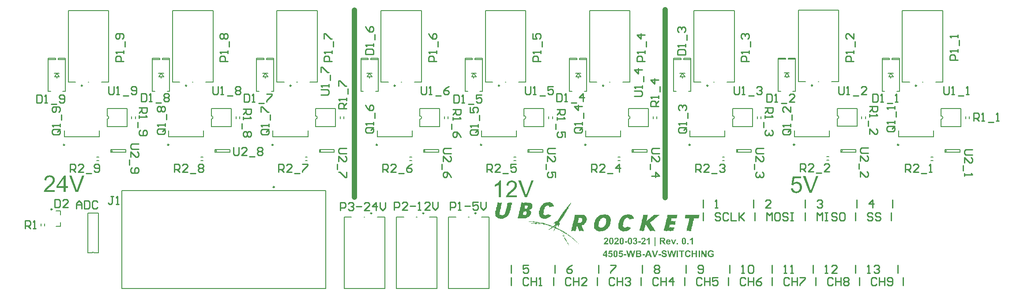
<source format=gto>
G04*
G04 #@! TF.GenerationSoftware,Altium Limited,Altium Designer,20.0.11 (256)*
G04*
G04 Layer_Color=65535*
%FSLAX25Y25*%
%MOIN*%
G70*
G01*
G75*
%ADD10C,0.00984*%
%ADD11C,0.00787*%
%ADD12C,0.03937*%
%ADD13C,0.01000*%
G36*
X351222Y47367D02*
X351372D01*
Y47217D01*
X351222D01*
Y47067D01*
X351072D01*
Y47217D01*
X350922D01*
Y47367D01*
X351072D01*
Y47517D01*
X351222D01*
Y47367D01*
D02*
G37*
G36*
X387845Y46305D02*
X387995D01*
Y46155D01*
X388145D01*
Y46305D01*
X388295D01*
Y46155D01*
X388445D01*
Y46005D01*
X388595D01*
Y46155D01*
X388745D01*
Y46005D01*
X388895D01*
Y45855D01*
X389345D01*
Y45705D01*
X389494D01*
Y45555D01*
X389644D01*
Y45405D01*
X389794D01*
Y45255D01*
X390244D01*
Y45105D01*
X390094D01*
Y44956D01*
X390244D01*
Y44806D01*
X390394D01*
Y44656D01*
X390544D01*
Y44506D01*
X390694D01*
Y44356D01*
Y44206D01*
Y44056D01*
X390844D01*
Y43906D01*
Y43756D01*
Y43606D01*
X390994D01*
Y43456D01*
Y43306D01*
Y43156D01*
X390844D01*
Y43306D01*
X390694D01*
Y43156D01*
X390544D01*
Y43006D01*
X390394D01*
Y43156D01*
X390244D01*
Y43006D01*
X389794D01*
Y42856D01*
X389644D01*
Y43006D01*
X389494D01*
Y42856D01*
X389345D01*
Y42707D01*
X388595D01*
Y42557D01*
X388145D01*
Y42407D01*
X387695D01*
Y42557D01*
Y42707D01*
Y42856D01*
X387545D01*
Y43006D01*
X387395D01*
Y43156D01*
X387545D01*
Y43306D01*
X387095D01*
Y43456D01*
X386946D01*
Y43606D01*
X386796D01*
Y43756D01*
X386646D01*
Y43606D01*
X386496D01*
Y43756D01*
X386346D01*
Y43606D01*
X386196D01*
Y43756D01*
X386046D01*
Y43606D01*
X385596D01*
Y43456D01*
X385446D01*
Y43306D01*
X384996D01*
Y43156D01*
X385146D01*
Y43006D01*
X384696D01*
Y42856D01*
X384846D01*
Y42707D01*
X384546D01*
Y42557D01*
Y42407D01*
X384397D01*
Y42257D01*
X384247D01*
Y42107D01*
X384097D01*
Y41957D01*
Y41807D01*
Y41657D01*
X383947D01*
Y41507D01*
X383797D01*
Y41357D01*
X383947D01*
Y41207D01*
X383797D01*
Y41057D01*
X383647D01*
Y40907D01*
Y40757D01*
Y40607D01*
X383497D01*
Y40457D01*
X383647D01*
Y40307D01*
X383497D01*
Y40157D01*
X383347D01*
Y40008D01*
X383497D01*
Y39858D01*
X383347D01*
Y39708D01*
X383197D01*
Y39558D01*
X383347D01*
Y39408D01*
X383197D01*
Y39258D01*
X383347D01*
Y39108D01*
X383197D01*
Y38958D01*
X383347D01*
Y38808D01*
X383197D01*
Y38658D01*
X383347D01*
Y38508D01*
X383197D01*
Y38358D01*
X383347D01*
Y38208D01*
X383197D01*
Y38058D01*
X383347D01*
Y37908D01*
X383197D01*
Y37758D01*
X383347D01*
Y37609D01*
X383197D01*
Y37459D01*
X383347D01*
Y37309D01*
X383197D01*
Y37159D01*
X383347D01*
Y37009D01*
X383497D01*
Y36859D01*
X383647D01*
Y36709D01*
X383797D01*
Y36559D01*
X384247D01*
Y36409D01*
X384397D01*
Y36259D01*
X384546D01*
Y36409D01*
X384397D01*
Y36559D01*
X384546D01*
Y36409D01*
X384696D01*
Y36259D01*
X384846D01*
Y36409D01*
X384996D01*
Y36559D01*
X385446D01*
Y36709D01*
X385596D01*
Y36559D01*
X385746D01*
Y36709D01*
X385596D01*
Y36859D01*
X386046D01*
Y37009D01*
X385896D01*
Y37159D01*
X386346D01*
Y37309D01*
X386196D01*
Y37459D01*
X386346D01*
Y37309D01*
X386496D01*
Y37159D01*
X386646D01*
Y37309D01*
X386496D01*
Y37459D01*
X386646D01*
Y37309D01*
X386796D01*
Y37159D01*
X386946D01*
Y37009D01*
X387095D01*
Y36859D01*
X387245D01*
Y37009D01*
X387095D01*
Y37159D01*
X387245D01*
Y37009D01*
X387395D01*
Y36859D01*
X387545D01*
Y36709D01*
X387695D01*
Y36859D01*
X387845D01*
Y36709D01*
X387995D01*
Y36559D01*
X388445D01*
Y36409D01*
X388595D01*
Y36259D01*
X388745D01*
Y36409D01*
X388895D01*
Y36259D01*
X389045D01*
Y36109D01*
X388895D01*
Y35959D01*
X388745D01*
Y35809D01*
X388595D01*
Y35659D01*
X388445D01*
Y35509D01*
X388295D01*
Y35359D01*
X388145D01*
Y35210D01*
X387695D01*
Y35060D01*
X387845D01*
Y34910D01*
X387395D01*
Y34760D01*
X387245D01*
Y34610D01*
X387095D01*
Y34460D01*
X386946D01*
Y34610D01*
X386796D01*
Y34460D01*
X386946D01*
Y34310D01*
X386796D01*
Y34460D01*
X386646D01*
Y34310D01*
X386196D01*
Y34160D01*
X386346D01*
Y34010D01*
X386196D01*
Y34160D01*
X386046D01*
Y34010D01*
X385296D01*
Y33860D01*
X385446D01*
Y33710D01*
X385296D01*
Y33860D01*
X384846D01*
Y33710D01*
X384696D01*
Y33860D01*
X384546D01*
Y33710D01*
X384097D01*
Y33860D01*
X383947D01*
Y33710D01*
X383497D01*
Y33860D01*
X383347D01*
Y33710D01*
X383197D01*
Y33860D01*
X383047D01*
Y33710D01*
X382897D01*
Y33860D01*
X382747D01*
Y34010D01*
X381998D01*
Y34160D01*
X381848D01*
Y34310D01*
X381398D01*
Y34460D01*
X381248D01*
Y34610D01*
X381098D01*
Y34760D01*
X380948D01*
Y34910D01*
X380798D01*
Y35060D01*
X380648D01*
Y35210D01*
X380498D01*
Y35359D01*
Y35509D01*
Y35659D01*
X380348D01*
Y35809D01*
X380198D01*
Y35959D01*
Y36109D01*
Y36259D01*
X380048D01*
Y36409D01*
Y36559D01*
Y36709D01*
X379898D01*
Y36859D01*
X380048D01*
Y37009D01*
X379898D01*
Y37159D01*
Y37309D01*
Y37459D01*
Y37609D01*
Y37758D01*
Y37908D01*
Y38058D01*
Y38208D01*
Y38358D01*
Y38508D01*
Y38658D01*
X380048D01*
Y38808D01*
X379898D01*
Y38958D01*
X380048D01*
Y39108D01*
X379898D01*
Y39258D01*
X380048D01*
Y39408D01*
X379898D01*
Y39558D01*
X380048D01*
Y39708D01*
X379898D01*
Y39858D01*
X380198D01*
Y40008D01*
Y40157D01*
X380348D01*
Y40307D01*
X380198D01*
Y40457D01*
X380348D01*
Y40607D01*
X380198D01*
Y40757D01*
X380348D01*
Y40907D01*
X380498D01*
Y41057D01*
X380648D01*
Y41207D01*
X380498D01*
Y41357D01*
X380648D01*
Y41507D01*
X380498D01*
Y41657D01*
X380648D01*
Y41807D01*
X380798D01*
Y41957D01*
X380948D01*
Y42107D01*
X380798D01*
Y42257D01*
X380948D01*
Y42407D01*
X381098D01*
Y42557D01*
X381248D01*
Y42707D01*
X381098D01*
Y42856D01*
X381248D01*
Y43006D01*
X381398D01*
Y43156D01*
X381548D01*
Y43306D01*
Y43456D01*
X381848D01*
Y43606D01*
X381698D01*
Y43756D01*
X381848D01*
Y43906D01*
X381998D01*
Y44056D01*
X382148D01*
Y44206D01*
X382297D01*
Y44356D01*
X382447D01*
Y44506D01*
X382597D01*
Y44656D01*
X382747D01*
Y44806D01*
X382897D01*
Y44656D01*
X383047D01*
Y44806D01*
X382897D01*
Y44956D01*
X383047D01*
Y45105D01*
X383197D01*
Y44956D01*
X383347D01*
Y45105D01*
X383197D01*
Y45255D01*
X383647D01*
Y45405D01*
X383797D01*
Y45555D01*
X384247D01*
Y45705D01*
X384397D01*
Y45855D01*
X384846D01*
Y46005D01*
X384996D01*
Y45855D01*
X385146D01*
Y46005D01*
X384996D01*
Y46155D01*
X385146D01*
Y46005D01*
X385296D01*
Y46155D01*
X385746D01*
Y46305D01*
X385896D01*
Y46155D01*
X386046D01*
Y46305D01*
X386196D01*
Y46155D01*
X386346D01*
Y46305D01*
X386496D01*
Y46455D01*
X386646D01*
Y46305D01*
X386796D01*
Y46155D01*
X386946D01*
Y46305D01*
X386796D01*
Y46455D01*
X386946D01*
Y46305D01*
X387095D01*
Y46455D01*
X387245D01*
Y46305D01*
X387395D01*
Y46155D01*
X387545D01*
Y46305D01*
X387395D01*
Y46455D01*
X387545D01*
Y46305D01*
X387695D01*
Y46155D01*
X387845D01*
Y46305D01*
X387695D01*
Y46455D01*
X387845D01*
Y46305D01*
D02*
G37*
G36*
X359357Y46005D02*
X359507D01*
Y45855D01*
X359657D01*
Y45705D01*
X359507D01*
Y45555D01*
X359357D01*
Y45405D01*
Y45255D01*
Y45105D01*
X359207D01*
Y44956D01*
X359357D01*
Y44806D01*
X359207D01*
Y44656D01*
X359357D01*
Y44506D01*
X359207D01*
Y44356D01*
X359057D01*
Y44206D01*
X358907D01*
Y44056D01*
X359057D01*
Y43906D01*
X358907D01*
Y43756D01*
X359057D01*
Y43606D01*
X358907D01*
Y43456D01*
X359057D01*
Y43306D01*
X358907D01*
Y43156D01*
X358757D01*
Y43006D01*
X358907D01*
Y42856D01*
X358757D01*
Y42707D01*
X358607D01*
Y42557D01*
X358757D01*
Y42407D01*
X358607D01*
Y42257D01*
X358757D01*
Y42107D01*
X358607D01*
Y41957D01*
X358457D01*
Y41807D01*
X358607D01*
Y41657D01*
X358457D01*
Y41807D01*
X358307D01*
Y41657D01*
X358457D01*
Y41507D01*
X358307D01*
Y41357D01*
X358457D01*
Y41207D01*
X358307D01*
Y41057D01*
X358457D01*
Y40907D01*
X358307D01*
Y40757D01*
Y40607D01*
Y40457D01*
X358157D01*
Y40307D01*
X358007D01*
Y40157D01*
X358157D01*
Y40008D01*
X358007D01*
Y39858D01*
X358157D01*
Y39708D01*
X358007D01*
Y39558D01*
X357857D01*
Y39408D01*
Y39258D01*
Y39108D01*
Y38958D01*
Y38808D01*
X357708D01*
Y38658D01*
Y38508D01*
Y38358D01*
X357558D01*
Y38208D01*
X357408D01*
Y38058D01*
X357558D01*
Y37908D01*
X357408D01*
Y37758D01*
X357258D01*
Y37609D01*
X357108D01*
Y37459D01*
X357258D01*
Y37309D01*
X357108D01*
Y37159D01*
X356958D01*
Y37009D01*
X356808D01*
Y36859D01*
X356958D01*
Y36709D01*
X356658D01*
Y36559D01*
Y36409D01*
X356508D01*
Y36259D01*
X356358D01*
Y36109D01*
X356208D01*
Y35959D01*
X356058D01*
Y35809D01*
X355908D01*
Y35659D01*
X355758D01*
Y35509D01*
X355608D01*
Y35359D01*
X355458D01*
Y35210D01*
X355309D01*
Y35060D01*
X355158D01*
Y34910D01*
X354709D01*
Y34760D01*
X354559D01*
Y34610D01*
X354409D01*
Y34460D01*
X354259D01*
Y34610D01*
X354109D01*
Y34460D01*
X354259D01*
Y34310D01*
X354109D01*
Y34460D01*
X353959D01*
Y34310D01*
X353809D01*
Y34160D01*
X353659D01*
Y34310D01*
X353509D01*
Y34160D01*
X353359D01*
Y34010D01*
X353209D01*
Y34160D01*
X353059D01*
Y34010D01*
X352609D01*
Y33860D01*
X352460D01*
Y34010D01*
X352310D01*
Y33860D01*
X352460D01*
Y33710D01*
X352310D01*
Y33860D01*
X352160D01*
Y33710D01*
X352010D01*
Y33860D01*
X351860D01*
Y33710D01*
X351710D01*
Y33860D01*
X351560D01*
Y33710D01*
X351110D01*
Y33860D01*
X350960D01*
Y33710D01*
X350510D01*
Y33860D01*
X350360D01*
Y33710D01*
X350210D01*
Y33860D01*
X350061D01*
Y34010D01*
X349911D01*
Y33860D01*
X350061D01*
Y33710D01*
X349911D01*
Y33860D01*
X349761D01*
Y34010D01*
X349011D01*
Y34160D01*
X348861D01*
Y34310D01*
X348411D01*
Y34460D01*
X348261D01*
Y34610D01*
X348111D01*
Y34760D01*
X347961D01*
Y34910D01*
X347812D01*
Y35060D01*
X347662D01*
Y35210D01*
X347512D01*
Y35359D01*
X347362D01*
Y35509D01*
X347212D01*
Y35659D01*
X347362D01*
Y35809D01*
X347212D01*
Y35959D01*
X347062D01*
Y36109D01*
X346912D01*
Y36259D01*
X347062D01*
Y36409D01*
X346912D01*
Y36559D01*
X347062D01*
Y36709D01*
X346912D01*
Y36859D01*
X347062D01*
Y37009D01*
X346912D01*
Y37159D01*
X346762D01*
Y37309D01*
X346912D01*
Y37459D01*
X346762D01*
Y37609D01*
X346912D01*
Y37758D01*
X346762D01*
Y37908D01*
X346912D01*
Y38058D01*
X346762D01*
Y38208D01*
X346912D01*
Y38358D01*
X346762D01*
Y38508D01*
X346912D01*
Y38658D01*
X347062D01*
Y38808D01*
X346912D01*
Y38958D01*
X347062D01*
Y39108D01*
X346912D01*
Y39258D01*
X347062D01*
Y39408D01*
X346912D01*
Y39558D01*
X347062D01*
Y39708D01*
X346912D01*
Y39858D01*
X347062D01*
Y40008D01*
X347212D01*
Y40157D01*
X347362D01*
Y40307D01*
X347212D01*
Y40457D01*
X347362D01*
Y40607D01*
X347212D01*
Y40757D01*
X347362D01*
Y40907D01*
Y41057D01*
Y41207D01*
X347512D01*
Y41057D01*
X347662D01*
Y41207D01*
X347512D01*
Y41357D01*
Y41507D01*
Y41657D01*
X347662D01*
Y41807D01*
X347512D01*
Y41957D01*
X347662D01*
Y42107D01*
X347512D01*
Y42257D01*
X347662D01*
Y42407D01*
X347812D01*
Y42557D01*
Y42707D01*
Y42856D01*
X347961D01*
Y43006D01*
X347812D01*
Y43156D01*
X347961D01*
Y43306D01*
Y43456D01*
Y43606D01*
X348111D01*
Y43756D01*
Y43906D01*
Y44056D01*
X348261D01*
Y44206D01*
X348111D01*
Y44356D01*
X348261D01*
Y44506D01*
Y44656D01*
Y44806D01*
X348411D01*
Y44956D01*
Y45105D01*
Y45255D01*
X348561D01*
Y45405D01*
X348411D01*
Y45555D01*
X348561D01*
Y45705D01*
Y45855D01*
Y46005D01*
X348711D01*
Y45855D01*
X348861D01*
Y46005D01*
X348711D01*
Y46155D01*
X348861D01*
Y46005D01*
X349011D01*
Y45855D01*
X349161D01*
Y46005D01*
X349011D01*
Y46155D01*
X349161D01*
Y46005D01*
X349311D01*
Y45855D01*
X349461D01*
Y46005D01*
X349311D01*
Y46155D01*
X349461D01*
Y46005D01*
X349611D01*
Y46155D01*
X349761D01*
Y46005D01*
X349911D01*
Y45855D01*
X350061D01*
Y46005D01*
X349911D01*
Y46155D01*
X350061D01*
Y46005D01*
X350210D01*
Y45855D01*
X350360D01*
Y46005D01*
X350210D01*
Y46155D01*
X350360D01*
Y46005D01*
X350510D01*
Y45855D01*
X350660D01*
Y46005D01*
X350510D01*
Y46155D01*
X350660D01*
Y46005D01*
X350810D01*
Y46155D01*
X350960D01*
Y46005D01*
X351110D01*
Y45855D01*
X351260D01*
Y46005D01*
X351110D01*
Y46155D01*
X351260D01*
Y46005D01*
X351410D01*
Y45855D01*
X351560D01*
Y46005D01*
X351410D01*
Y46155D01*
X351560D01*
Y46005D01*
X351710D01*
Y45855D01*
X351860D01*
Y45705D01*
X351710D01*
Y45555D01*
X351860D01*
Y45405D01*
X351710D01*
Y45255D01*
X351860D01*
Y45105D01*
X351710D01*
Y44956D01*
X351560D01*
Y44806D01*
X351710D01*
Y44656D01*
X351560D01*
Y44506D01*
X351410D01*
Y44356D01*
X351560D01*
Y44206D01*
X351410D01*
Y44056D01*
X351560D01*
Y43906D01*
X351410D01*
Y43756D01*
X351260D01*
Y43606D01*
X351110D01*
Y43456D01*
X351260D01*
Y43306D01*
X351110D01*
Y43156D01*
X351260D01*
Y43006D01*
X351110D01*
Y42856D01*
X351260D01*
Y42707D01*
X351110D01*
Y42557D01*
Y42407D01*
Y42257D01*
X350960D01*
Y42107D01*
X350810D01*
Y41957D01*
X350960D01*
Y41807D01*
X350810D01*
Y41657D01*
X350960D01*
Y41507D01*
X350810D01*
Y41357D01*
X350660D01*
Y41207D01*
Y41057D01*
Y40907D01*
Y40757D01*
Y40607D01*
X350510D01*
Y40457D01*
X350660D01*
Y40307D01*
X350510D01*
Y40157D01*
Y40008D01*
Y39858D01*
X350360D01*
Y39708D01*
X350210D01*
Y39558D01*
X350360D01*
Y39408D01*
X350210D01*
Y39258D01*
X350360D01*
Y39108D01*
X350210D01*
Y38958D01*
Y38808D01*
Y38658D01*
Y38508D01*
Y38358D01*
X350061D01*
Y38208D01*
Y38058D01*
Y37908D01*
X350210D01*
Y37758D01*
X350061D01*
Y37609D01*
X350210D01*
Y37459D01*
Y37309D01*
Y37159D01*
X350360D01*
Y37009D01*
X350210D01*
Y36859D01*
X350360D01*
Y36709D01*
X350510D01*
Y36559D01*
X350660D01*
Y36709D01*
X350510D01*
Y36859D01*
X350660D01*
Y36709D01*
X350810D01*
Y36559D01*
X350960D01*
Y36409D01*
X351110D01*
Y36259D01*
X351260D01*
Y36409D01*
X351110D01*
Y36559D01*
X351260D01*
Y36409D01*
X351410D01*
Y36259D01*
X351560D01*
Y36409D01*
X351410D01*
Y36559D01*
X351560D01*
Y36409D01*
X351710D01*
Y36259D01*
X351860D01*
Y36409D01*
X352010D01*
Y36559D01*
X352160D01*
Y36409D01*
X352310D01*
Y36259D01*
X352460D01*
Y36409D01*
X352310D01*
Y36559D01*
X352460D01*
Y36409D01*
X352609D01*
Y36559D01*
X353059D01*
Y36709D01*
X352909D01*
Y36859D01*
X353059D01*
Y36709D01*
X353209D01*
Y36859D01*
X353359D01*
Y37009D01*
X353509D01*
Y37159D01*
X353659D01*
Y37309D01*
X353509D01*
Y37459D01*
X353659D01*
Y37309D01*
X353809D01*
Y37459D01*
X353959D01*
Y37609D01*
X353809D01*
Y37758D01*
X353959D01*
Y37908D01*
X354109D01*
Y38058D01*
X354259D01*
Y38208D01*
X354109D01*
Y38358D01*
X354259D01*
Y38508D01*
X354409D01*
Y38658D01*
X354559D01*
Y38808D01*
X354409D01*
Y38958D01*
X354559D01*
Y39108D01*
Y39258D01*
Y39408D01*
X354709D01*
Y39258D01*
X354859D01*
Y39408D01*
X354709D01*
Y39558D01*
Y39708D01*
Y39858D01*
X354859D01*
Y40008D01*
X354709D01*
Y40157D01*
X354859D01*
Y40307D01*
X354709D01*
Y40457D01*
X354859D01*
Y40607D01*
X355009D01*
Y40757D01*
Y40907D01*
Y41057D01*
X355158D01*
Y41207D01*
X355009D01*
Y41357D01*
X355158D01*
Y41507D01*
Y41657D01*
Y41807D01*
X355309D01*
Y41957D01*
Y42107D01*
Y42257D01*
X355458D01*
Y42407D01*
X355309D01*
Y42557D01*
X355458D01*
Y42707D01*
X355309D01*
Y42856D01*
X355458D01*
Y43006D01*
X355608D01*
Y43156D01*
Y43306D01*
Y43456D01*
X355758D01*
Y43606D01*
X355608D01*
Y43756D01*
X355758D01*
Y43906D01*
Y44056D01*
Y44206D01*
X355908D01*
Y44356D01*
Y44506D01*
Y44656D01*
X356058D01*
Y44806D01*
X355908D01*
Y44956D01*
X356058D01*
Y45105D01*
X355908D01*
Y45255D01*
X356058D01*
Y45405D01*
X356208D01*
Y45555D01*
X356058D01*
Y45705D01*
X356208D01*
Y45855D01*
X356358D01*
Y46005D01*
X356208D01*
Y46155D01*
X356358D01*
Y46005D01*
X356508D01*
Y45855D01*
X356658D01*
Y46005D01*
X356508D01*
Y46155D01*
X356658D01*
Y46005D01*
X356808D01*
Y46155D01*
X356958D01*
Y46005D01*
X357108D01*
Y45855D01*
X357258D01*
Y46005D01*
X357108D01*
Y46155D01*
X357258D01*
Y46005D01*
X357408D01*
Y45855D01*
X357558D01*
Y46005D01*
X357408D01*
Y46155D01*
X357558D01*
Y46005D01*
X357708D01*
Y45855D01*
X357857D01*
Y46005D01*
X357708D01*
Y46155D01*
X357857D01*
Y46005D01*
X358007D01*
Y46155D01*
X358157D01*
Y46005D01*
X358307D01*
Y45855D01*
X358457D01*
Y46005D01*
X358307D01*
Y46155D01*
X358457D01*
Y46005D01*
X358607D01*
Y45855D01*
X358757D01*
Y46005D01*
X358607D01*
Y46155D01*
X358757D01*
Y46005D01*
X358907D01*
Y45855D01*
X359057D01*
Y46005D01*
X358907D01*
Y46155D01*
X359057D01*
Y46005D01*
X359207D01*
Y46155D01*
X359357D01*
Y46005D01*
D02*
G37*
G36*
X371952D02*
X372102D01*
Y45855D01*
X372252D01*
Y46005D01*
X372401D01*
Y45855D01*
X373151D01*
Y45705D01*
X373301D01*
Y45555D01*
X373751D01*
Y45405D01*
X373901D01*
Y45255D01*
X374051D01*
Y45105D01*
X374201D01*
Y44956D01*
X374351D01*
Y44806D01*
Y44656D01*
X374651D01*
Y44506D01*
X374501D01*
Y44356D01*
X374651D01*
Y44206D01*
X374501D01*
Y44056D01*
X374800D01*
Y43906D01*
Y43756D01*
Y43606D01*
Y43456D01*
Y43306D01*
Y43156D01*
Y43006D01*
Y42856D01*
Y42707D01*
Y42557D01*
X374651D01*
Y42407D01*
X374501D01*
Y42257D01*
X374651D01*
Y42107D01*
X374501D01*
Y41957D01*
X374351D01*
Y41807D01*
X374201D01*
Y41657D01*
X374351D01*
Y41507D01*
X374201D01*
Y41357D01*
X374051D01*
Y41207D01*
X373901D01*
Y41057D01*
X373751D01*
Y40907D01*
X373301D01*
Y40757D01*
X373151D01*
Y40607D01*
X372701D01*
Y40457D01*
X372551D01*
Y40307D01*
X372401D01*
Y40157D01*
X372851D01*
Y40008D01*
X373001D01*
Y39858D01*
X373151D01*
Y39708D01*
X373301D01*
Y39558D01*
X373451D01*
Y39408D01*
X373601D01*
Y39258D01*
X373751D01*
Y39108D01*
X373601D01*
Y38958D01*
X373751D01*
Y38808D01*
X373901D01*
Y38658D01*
X374051D01*
Y38508D01*
X373901D01*
Y38658D01*
X373751D01*
Y38508D01*
X373901D01*
Y38358D01*
X373751D01*
Y38208D01*
X373901D01*
Y38058D01*
X373751D01*
Y37908D01*
X373601D01*
Y37758D01*
X373751D01*
Y37609D01*
X373601D01*
Y37459D01*
X373751D01*
Y37309D01*
X373601D01*
Y37159D01*
X373451D01*
Y37009D01*
X373301D01*
Y36859D01*
X373451D01*
Y36709D01*
X373301D01*
Y36559D01*
X373151D01*
Y36409D01*
X373001D01*
Y36259D01*
X373151D01*
Y36109D01*
X373001D01*
Y35959D01*
X372851D01*
Y35809D01*
X372701D01*
Y35659D01*
X372551D01*
Y35509D01*
X372401D01*
Y35359D01*
X372252D01*
Y35210D01*
X371802D01*
Y35060D01*
X371652D01*
Y34910D01*
X371502D01*
Y34760D01*
X371352D01*
Y34910D01*
X371202D01*
Y34760D01*
X371352D01*
Y34610D01*
X371202D01*
Y34760D01*
X371052D01*
Y34610D01*
X370902D01*
Y34460D01*
X370752D01*
Y34610D01*
X370602D01*
Y34460D01*
X370752D01*
Y34310D01*
X370602D01*
Y34460D01*
X370452D01*
Y34310D01*
X370002D01*
Y34160D01*
X369852D01*
Y34310D01*
X369703D01*
Y34160D01*
X369553D01*
Y34310D01*
X369403D01*
Y34160D01*
X369553D01*
Y34010D01*
X369403D01*
Y34160D01*
X369253D01*
Y34010D01*
X369103D01*
Y34160D01*
X368953D01*
Y34010D01*
X368803D01*
Y34160D01*
X368653D01*
Y34010D01*
X368503D01*
Y34160D01*
X368353D01*
Y34010D01*
X368203D01*
Y34160D01*
X368053D01*
Y34010D01*
X367603D01*
Y34160D01*
X367454D01*
Y34010D01*
X367004D01*
Y34160D01*
X366854D01*
Y34010D01*
X366404D01*
Y34160D01*
X366254D01*
Y34010D01*
X366104D01*
Y34160D01*
X365954D01*
Y34010D01*
X365804D01*
Y34160D01*
X365654D01*
Y34010D01*
X365204D01*
Y34160D01*
X365054D01*
Y34010D01*
X364605D01*
Y34160D01*
X364455D01*
Y34010D01*
X364005D01*
Y34160D01*
X363855D01*
Y34310D01*
X363705D01*
Y34460D01*
X363855D01*
Y34610D01*
X364005D01*
Y34760D01*
X363855D01*
Y34910D01*
X364005D01*
Y35060D01*
X364155D01*
Y35210D01*
X364005D01*
Y35359D01*
X364155D01*
Y35509D01*
X364005D01*
Y35659D01*
X364155D01*
Y35809D01*
Y35959D01*
Y36109D01*
X364305D01*
Y36259D01*
X364455D01*
Y36409D01*
X364305D01*
Y36559D01*
X364455D01*
Y36709D01*
X364305D01*
Y36859D01*
X364455D01*
Y37009D01*
Y37159D01*
Y37309D01*
X364605D01*
Y37459D01*
Y37609D01*
Y37758D01*
X364755D01*
Y37908D01*
X364605D01*
Y38058D01*
X364755D01*
Y38208D01*
Y38358D01*
Y38508D01*
X364904D01*
Y38658D01*
Y38808D01*
Y38958D01*
X365054D01*
Y39108D01*
X364904D01*
Y39258D01*
X365054D01*
Y39408D01*
Y39558D01*
Y39708D01*
X365204D01*
Y39858D01*
Y40008D01*
Y40157D01*
X365354D01*
Y40307D01*
X365204D01*
Y40457D01*
X365354D01*
Y40607D01*
Y40757D01*
Y40907D01*
X365504D01*
Y41057D01*
X365654D01*
Y41207D01*
X365504D01*
Y41357D01*
X365654D01*
Y41507D01*
X365504D01*
Y41657D01*
X365654D01*
Y41807D01*
Y41957D01*
Y42107D01*
X365504D01*
Y42257D01*
X365654D01*
Y42107D01*
X365804D01*
Y42257D01*
Y42407D01*
Y42557D01*
X365954D01*
Y42707D01*
X365804D01*
Y42856D01*
X365954D01*
Y43006D01*
X365804D01*
Y43156D01*
X365954D01*
Y43306D01*
X366104D01*
Y43456D01*
X365954D01*
Y43606D01*
X366104D01*
Y43756D01*
X366254D01*
Y43906D01*
X366104D01*
Y44056D01*
X366254D01*
Y44206D01*
X366104D01*
Y44356D01*
X366254D01*
Y44506D01*
X366104D01*
Y44656D01*
X366254D01*
Y44806D01*
X366404D01*
Y44956D01*
X366554D01*
Y45105D01*
X366404D01*
Y45255D01*
X366554D01*
Y45405D01*
X366404D01*
Y45555D01*
X366554D01*
Y45705D01*
Y45855D01*
Y46005D01*
X366704D01*
Y45855D01*
X366854D01*
Y46005D01*
X366704D01*
Y46155D01*
X366854D01*
Y46005D01*
X367004D01*
Y45855D01*
X367154D01*
Y46005D01*
X367004D01*
Y46155D01*
X367154D01*
Y46005D01*
X367303D01*
Y45855D01*
X367454D01*
Y46005D01*
X367303D01*
Y46155D01*
X367454D01*
Y46005D01*
X367603D01*
Y46155D01*
X367753D01*
Y46005D01*
X367903D01*
Y45855D01*
X368053D01*
Y46005D01*
X367903D01*
Y46155D01*
X368053D01*
Y46005D01*
X368203D01*
Y45855D01*
X368353D01*
Y46005D01*
X368203D01*
Y46155D01*
X368353D01*
Y46005D01*
X368503D01*
Y45855D01*
X368653D01*
Y46005D01*
X368503D01*
Y46155D01*
X368653D01*
Y46005D01*
X368803D01*
Y46155D01*
X368953D01*
Y46005D01*
X369103D01*
Y45855D01*
X369253D01*
Y46005D01*
X369103D01*
Y46155D01*
X369253D01*
Y46005D01*
X369403D01*
Y45855D01*
X369553D01*
Y46005D01*
X369403D01*
Y46155D01*
X369553D01*
Y46005D01*
X369703D01*
Y45855D01*
X369852D01*
Y46005D01*
X369703D01*
Y46155D01*
X369852D01*
Y46005D01*
X370002D01*
Y46155D01*
X370152D01*
Y46005D01*
X370302D01*
Y45855D01*
X370452D01*
Y46005D01*
X370302D01*
Y46155D01*
X370452D01*
Y46005D01*
X370602D01*
Y45855D01*
X370752D01*
Y46005D01*
X370602D01*
Y46155D01*
X370752D01*
Y46005D01*
X370902D01*
Y45855D01*
X371052D01*
Y46005D01*
X370902D01*
Y46155D01*
X371052D01*
Y46005D01*
X371202D01*
Y46155D01*
X371352D01*
Y46005D01*
X371502D01*
Y45855D01*
X371652D01*
Y46005D01*
X371502D01*
Y46155D01*
X371652D01*
Y46005D01*
X371802D01*
Y45855D01*
X371952D01*
Y46005D01*
X371802D01*
Y46155D01*
X371952D01*
Y46005D01*
D02*
G37*
G36*
X403889Y45855D02*
X404039D01*
Y45705D01*
X403889D01*
Y45555D01*
X404039D01*
Y45405D01*
X403889D01*
Y45255D01*
X403739D01*
Y45105D01*
X403589D01*
Y44956D01*
X403739D01*
Y44806D01*
X403589D01*
Y44656D01*
X403439D01*
Y44506D01*
X403289D01*
Y44356D01*
Y44206D01*
Y44056D01*
X403139D01*
Y43906D01*
X402989D01*
Y43756D01*
X403139D01*
Y43606D01*
X402689D01*
Y43456D01*
X402839D01*
Y43306D01*
X402689D01*
Y43156D01*
X402539D01*
Y43006D01*
Y42856D01*
Y42707D01*
X402389D01*
Y42557D01*
X402239D01*
Y42407D01*
X402089D01*
Y42257D01*
X402239D01*
Y42107D01*
X402089D01*
Y41957D01*
X401939D01*
Y41807D01*
X401790D01*
Y41657D01*
X401939D01*
Y41507D01*
X401790D01*
Y41357D01*
X401640D01*
Y41207D01*
X401490D01*
Y41057D01*
X401640D01*
Y40907D01*
X401340D01*
Y40757D01*
Y40607D01*
X401190D01*
Y40457D01*
Y40307D01*
X401040D01*
Y40157D01*
Y40008D01*
X400890D01*
Y39858D01*
X400740D01*
Y39708D01*
X400590D01*
Y39558D01*
X400740D01*
Y39408D01*
X400590D01*
Y39258D01*
X400440D01*
Y39108D01*
X400290D01*
Y38958D01*
Y38808D01*
X400140D01*
Y38658D01*
Y38508D01*
X399990D01*
Y38358D01*
X399840D01*
Y38208D01*
X399690D01*
Y38058D01*
X399840D01*
Y37908D01*
X399690D01*
Y37758D01*
X399540D01*
Y37609D01*
X399390D01*
Y37459D01*
Y37309D01*
X399240D01*
Y37159D01*
Y37009D01*
X399091D01*
Y36859D01*
X398941D01*
Y36709D01*
X398791D01*
Y36559D01*
X398941D01*
Y36409D01*
X398641D01*
Y36259D01*
Y36109D01*
X398491D01*
Y35959D01*
X398341D01*
Y35809D01*
X398191D01*
Y35659D01*
X398341D01*
Y35509D01*
X398191D01*
Y35359D01*
X398041D01*
Y35210D01*
X397891D01*
Y35060D01*
X398041D01*
Y34910D01*
X397891D01*
Y35060D01*
X397741D01*
Y34910D01*
X397591D01*
Y34760D01*
X397741D01*
Y34610D01*
X397591D01*
Y34460D01*
X397441D01*
Y34610D01*
X397291D01*
Y34460D01*
X397441D01*
Y34310D01*
X397291D01*
Y34160D01*
X397141D01*
Y34010D01*
X396991D01*
Y33860D01*
X397141D01*
Y33710D01*
X396991D01*
Y33560D01*
X396842D01*
Y33410D01*
X396692D01*
Y33260D01*
Y33110D01*
X396392D01*
Y32960D01*
X396542D01*
Y32811D01*
X396392D01*
Y32661D01*
X396242D01*
Y32511D01*
X396092D01*
Y32361D01*
X395942D01*
Y32211D01*
X395792D01*
Y32061D01*
X395942D01*
Y31911D01*
X395792D01*
Y31761D01*
X395642D01*
Y31611D01*
X395492D01*
Y31461D01*
X395642D01*
Y31311D01*
X395492D01*
Y31461D01*
X395342D01*
Y31311D01*
X395192D01*
Y31161D01*
X395342D01*
Y31011D01*
X395192D01*
Y30861D01*
X395342D01*
Y30711D01*
X395192D01*
Y30561D01*
X395342D01*
Y30411D01*
X395192D01*
Y30261D01*
X395342D01*
Y30112D01*
X395192D01*
Y29962D01*
X395342D01*
Y29812D01*
X395192D01*
Y29662D01*
X395342D01*
Y29512D01*
X395192D01*
Y29362D01*
X395342D01*
Y29212D01*
X395192D01*
Y29362D01*
X395042D01*
Y29212D01*
X395192D01*
Y29062D01*
X395042D01*
Y28912D01*
X394892D01*
Y28762D01*
X395042D01*
Y28612D01*
X394892D01*
Y28462D01*
X394742D01*
Y28312D01*
X394592D01*
Y28162D01*
X394742D01*
Y28012D01*
X394592D01*
Y27863D01*
X394443D01*
Y28012D01*
X394292D01*
Y28162D01*
X394143D01*
Y28312D01*
X393993D01*
Y28462D01*
X394143D01*
Y28612D01*
X393993D01*
Y28762D01*
X393843D01*
Y28912D01*
X393393D01*
Y28762D01*
X393543D01*
Y28612D01*
X393093D01*
Y28462D01*
X392943D01*
Y28312D01*
X392793D01*
Y28162D01*
X392943D01*
Y28012D01*
X392793D01*
Y27863D01*
X392643D01*
Y27713D01*
X392493D01*
Y27563D01*
X392643D01*
Y27413D01*
X392493D01*
Y27263D01*
X392643D01*
Y27113D01*
X392793D01*
Y26963D01*
X393243D01*
Y26813D01*
X393393D01*
Y26663D01*
X393843D01*
Y26513D01*
X393993D01*
Y26363D01*
X394443D01*
Y26213D01*
X394592D01*
Y26063D01*
X395042D01*
Y25913D01*
X395192D01*
Y25763D01*
X395642D01*
Y25613D01*
X395792D01*
Y25464D01*
X396392D01*
Y25314D01*
Y25164D01*
X396842D01*
Y25014D01*
X396991D01*
Y24864D01*
X397141D01*
Y24714D01*
X397291D01*
Y24864D01*
X397441D01*
Y24714D01*
X397591D01*
Y24564D01*
X397741D01*
Y24414D01*
X397891D01*
Y24264D01*
X398341D01*
Y24114D01*
X398491D01*
Y23964D01*
X398941D01*
Y23814D01*
X399091D01*
Y23664D01*
X399240D01*
Y23514D01*
X399390D01*
Y23364D01*
X399840D01*
Y23214D01*
X399990D01*
Y23065D01*
X400140D01*
Y22915D01*
X400290D01*
Y22765D01*
X400440D01*
Y22915D01*
X400290D01*
Y23065D01*
X400440D01*
Y22915D01*
X400590D01*
Y22765D01*
X400740D01*
Y22615D01*
X400890D01*
Y22465D01*
X401340D01*
Y22315D01*
X401490D01*
Y22165D01*
X401640D01*
Y22015D01*
X401790D01*
Y21865D01*
X401939D01*
Y21715D01*
X402089D01*
Y21565D01*
X402539D01*
Y21415D01*
X402689D01*
Y21265D01*
X402839D01*
Y21115D01*
X402989D01*
Y20965D01*
X403139D01*
Y20815D01*
X403289D01*
Y20665D01*
X403739D01*
Y20516D01*
X403889D01*
Y20366D01*
X404039D01*
Y20216D01*
X404188D01*
Y20066D01*
X404338D01*
Y19916D01*
X404488D01*
Y19766D01*
X404638D01*
Y19616D01*
X404788D01*
Y19466D01*
X405238D01*
Y19316D01*
X405388D01*
Y19166D01*
X405538D01*
Y19016D01*
X405688D01*
Y18866D01*
X405838D01*
Y18716D01*
X405988D01*
Y18566D01*
X406138D01*
Y18416D01*
X406288D01*
Y18267D01*
X406438D01*
Y18116D01*
X406588D01*
Y17967D01*
X406737D01*
Y17817D01*
X406887D01*
Y17667D01*
X407037D01*
Y17517D01*
X407187D01*
Y17367D01*
X407337D01*
Y17217D01*
X407487D01*
Y17067D01*
X407637D01*
Y16917D01*
X407787D01*
Y16767D01*
X407937D01*
Y16617D01*
X408087D01*
Y16467D01*
X408237D01*
Y16317D01*
X408387D01*
Y16167D01*
X408537D01*
Y16017D01*
X408687D01*
Y15867D01*
X408837D01*
Y15718D01*
X408987D01*
Y15567D01*
X409136D01*
Y15418D01*
X409286D01*
Y15268D01*
X409436D01*
Y15118D01*
X409586D01*
Y14968D01*
X409736D01*
Y14818D01*
X409586D01*
Y14968D01*
X409436D01*
Y15118D01*
X409286D01*
Y15268D01*
X409136D01*
Y15418D01*
X408987D01*
Y15567D01*
X408837D01*
Y15718D01*
X408387D01*
Y15867D01*
X408537D01*
Y16017D01*
X408087D01*
Y16167D01*
Y16317D01*
X407787D01*
Y16467D01*
Y16617D01*
X407487D01*
Y16767D01*
X407337D01*
Y16917D01*
X407187D01*
Y17067D01*
X407037D01*
Y17217D01*
X406887D01*
Y17367D01*
X406737D01*
Y17517D01*
X406588D01*
Y17667D01*
X406438D01*
Y17817D01*
X406288D01*
Y17967D01*
X406138D01*
Y18116D01*
X405688D01*
Y18267D01*
X405838D01*
Y18416D01*
X405388D01*
Y18566D01*
X405238D01*
Y18716D01*
X405088D01*
Y18866D01*
X404938D01*
Y19016D01*
X404788D01*
Y19166D01*
X404638D01*
Y19316D01*
X404488D01*
Y19466D01*
X404338D01*
Y19616D01*
X403889D01*
Y19766D01*
X403739D01*
Y19916D01*
X403589D01*
Y20066D01*
X403439D01*
Y20216D01*
X403289D01*
Y20366D01*
X403139D01*
Y20516D01*
X402989D01*
Y20366D01*
X403139D01*
Y20216D01*
X402989D01*
Y20366D01*
X402839D01*
Y20516D01*
X402689D01*
Y20665D01*
X402539D01*
Y20815D01*
X402389D01*
Y20965D01*
X402239D01*
Y21115D01*
X401790D01*
Y21265D01*
X401640D01*
Y21415D01*
X401490D01*
Y21565D01*
X401340D01*
Y21715D01*
X400890D01*
Y21865D01*
X400740D01*
Y22015D01*
X400590D01*
Y22165D01*
X400440D01*
Y22315D01*
X399990D01*
Y22465D01*
X399840D01*
Y22615D01*
X399690D01*
Y22765D01*
X399540D01*
Y22915D01*
X399390D01*
Y22765D01*
X399540D01*
Y22615D01*
X399390D01*
Y22765D01*
X399240D01*
Y22915D01*
X399091D01*
Y23065D01*
X398941D01*
Y23214D01*
X398491D01*
Y23364D01*
X398341D01*
Y23514D01*
X398191D01*
Y23664D01*
X398041D01*
Y23814D01*
X397591D01*
Y23964D01*
X397441D01*
Y24114D01*
X396991D01*
Y23964D01*
X397141D01*
Y23814D01*
X397291D01*
Y23664D01*
X397441D01*
Y23514D01*
X397291D01*
Y23664D01*
X397141D01*
Y23814D01*
X396991D01*
Y23964D01*
X396842D01*
Y24114D01*
X396692D01*
Y24264D01*
X396842D01*
Y24414D01*
X396392D01*
Y24564D01*
X396242D01*
Y24714D01*
X396092D01*
Y24864D01*
X395942D01*
Y24714D01*
X395792D01*
Y24864D01*
X395642D01*
Y25014D01*
X395492D01*
Y25164D01*
X395342D01*
Y25314D01*
X395192D01*
Y25164D01*
X395342D01*
Y25014D01*
X395192D01*
Y25164D01*
X395042D01*
Y25314D01*
X394892D01*
Y25464D01*
X394742D01*
Y25314D01*
X394592D01*
Y25464D01*
X394443D01*
Y25613D01*
X393993D01*
Y25763D01*
X393843D01*
Y25913D01*
X393393D01*
Y26063D01*
X393243D01*
Y26213D01*
X392793D01*
Y26363D01*
X392643D01*
Y26513D01*
X391894D01*
Y26363D01*
X392043D01*
Y26213D01*
X391894D01*
Y26063D01*
X391744D01*
Y25913D01*
X391594D01*
Y25763D01*
X391744D01*
Y25613D01*
X391594D01*
Y25464D01*
X391444D01*
Y25314D01*
X391294D01*
Y25164D01*
Y25014D01*
Y24864D01*
X391144D01*
Y24714D01*
X390994D01*
Y24564D01*
X391144D01*
Y24414D01*
X390994D01*
Y24264D01*
X390844D01*
Y24414D01*
X390694D01*
Y24564D01*
X390844D01*
Y24714D01*
Y24864D01*
X390994D01*
Y25014D01*
Y25164D01*
X391144D01*
Y25314D01*
X390994D01*
Y25464D01*
X391144D01*
Y25613D01*
X391294D01*
Y25763D01*
Y25913D01*
Y26063D01*
X391444D01*
Y26213D01*
Y26363D01*
Y26513D01*
X391594D01*
Y26663D01*
X391744D01*
Y26813D01*
X391594D01*
Y26963D01*
X391444D01*
Y26813D01*
X391294D01*
Y26963D01*
X391144D01*
Y27113D01*
X390694D01*
Y27263D01*
X390544D01*
Y27413D01*
X390394D01*
Y27263D01*
X390544D01*
Y27113D01*
X390394D01*
Y27263D01*
X390244D01*
Y27413D01*
X390094D01*
Y27263D01*
X390244D01*
Y27113D01*
X389794D01*
Y26963D01*
X389944D01*
Y26813D01*
X389794D01*
Y26963D01*
X389644D01*
Y26813D01*
X389494D01*
Y26663D01*
X389345D01*
Y26513D01*
X388895D01*
Y26363D01*
X388745D01*
Y26213D01*
X388595D01*
Y26063D01*
X388445D01*
Y25913D01*
X387995D01*
Y25763D01*
X387845D01*
Y25613D01*
X387695D01*
Y25464D01*
X387545D01*
Y25613D01*
X387395D01*
Y25763D01*
X387545D01*
Y25913D01*
X387695D01*
Y26063D01*
X387845D01*
Y26213D01*
X387995D01*
Y26363D01*
X388445D01*
Y26513D01*
X388295D01*
Y26663D01*
X388745D01*
Y26813D01*
X388895D01*
Y26963D01*
X389045D01*
Y27113D01*
X389195D01*
Y26963D01*
X389345D01*
Y27113D01*
X389195D01*
Y27263D01*
X389644D01*
Y27413D01*
X389794D01*
Y27563D01*
X389644D01*
Y27713D01*
X389195D01*
Y27863D01*
X389045D01*
Y28012D01*
X388895D01*
Y27863D01*
X389045D01*
Y27713D01*
X388895D01*
Y27863D01*
X388745D01*
Y28012D01*
X388595D01*
Y28162D01*
X388445D01*
Y28012D01*
X388295D01*
Y28162D01*
X388145D01*
Y28312D01*
X387995D01*
Y28162D01*
X387845D01*
Y28312D01*
X387695D01*
Y28462D01*
X387545D01*
Y28312D01*
X387395D01*
Y28462D01*
X387245D01*
Y28612D01*
X386796D01*
Y28762D01*
X386346D01*
Y28912D01*
X385896D01*
Y29062D01*
X385746D01*
Y28912D01*
X385596D01*
Y29062D01*
X385446D01*
Y29212D01*
X384996D01*
Y29362D01*
X384846D01*
Y29212D01*
X384696D01*
Y29362D01*
X384546D01*
Y29512D01*
X384397D01*
Y29362D01*
X384546D01*
Y29212D01*
X384397D01*
Y29362D01*
X384247D01*
Y29512D01*
X383497D01*
Y29662D01*
X383347D01*
Y29812D01*
X383197D01*
Y29662D01*
X383347D01*
Y29512D01*
X383197D01*
Y29662D01*
X383047D01*
Y29812D01*
X382897D01*
Y29662D01*
X383047D01*
Y29512D01*
X382897D01*
Y29662D01*
X382747D01*
Y29812D01*
X382597D01*
Y29962D01*
X382447D01*
Y29812D01*
X382597D01*
Y29662D01*
X382747D01*
Y29512D01*
X382597D01*
Y29662D01*
X382447D01*
Y29812D01*
X382297D01*
Y29962D01*
X382148D01*
Y30112D01*
X381998D01*
Y29962D01*
X382148D01*
Y29812D01*
X382297D01*
Y29662D01*
X382447D01*
Y29512D01*
X382297D01*
Y29662D01*
X382148D01*
Y29812D01*
X381998D01*
Y29962D01*
X381848D01*
Y30112D01*
X381398D01*
Y30261D01*
X381248D01*
Y30411D01*
X381098D01*
Y30261D01*
X381248D01*
Y30112D01*
X381098D01*
Y30261D01*
X380948D01*
Y30411D01*
X380798D01*
Y30261D01*
X380648D01*
Y30411D01*
X380498D01*
Y30261D01*
X380348D01*
Y30411D01*
X380198D01*
Y30261D01*
X380048D01*
Y30411D01*
X379898D01*
Y30261D01*
X380048D01*
Y30112D01*
X380198D01*
Y29962D01*
X381248D01*
Y29812D01*
X381398D01*
Y29662D01*
X381248D01*
Y29812D01*
X381098D01*
Y29662D01*
X381248D01*
Y29512D01*
X381098D01*
Y29662D01*
X380948D01*
Y29812D01*
X380798D01*
Y29662D01*
X380648D01*
Y29812D01*
X380498D01*
Y29662D01*
X380348D01*
Y29812D01*
X378999D01*
Y29962D01*
X378849D01*
Y29812D01*
X378699D01*
Y29962D01*
X378549D01*
Y29812D01*
X378399D01*
Y29962D01*
X378249D01*
Y29812D01*
X378099D01*
Y29962D01*
X377949D01*
Y29812D01*
X377799D01*
Y29962D01*
X377649D01*
Y29812D01*
X377499D01*
Y29962D01*
X377349D01*
Y30112D01*
X377200D01*
Y29962D01*
X377349D01*
Y29812D01*
X377200D01*
Y29962D01*
X377050D01*
Y30112D01*
X376900D01*
Y29962D01*
X377050D01*
Y29812D01*
X376900D01*
Y29962D01*
X376750D01*
Y30112D01*
X376600D01*
Y29962D01*
X376750D01*
Y29812D01*
X376600D01*
Y29962D01*
X376450D01*
Y30112D01*
X376300D01*
Y29962D01*
X376150D01*
Y30112D01*
X376000D01*
Y29962D01*
X375850D01*
Y30112D01*
X375700D01*
Y29962D01*
X375550D01*
Y30112D01*
X375400D01*
Y29962D01*
X375250D01*
Y30112D01*
X374800D01*
Y29962D01*
X374651D01*
Y30112D01*
X373901D01*
Y30261D01*
X374351D01*
Y30411D01*
X374501D01*
Y30261D01*
X374950D01*
Y30411D01*
X375100D01*
Y30261D01*
X375250D01*
Y30411D01*
X375400D01*
Y30261D01*
X375550D01*
Y30411D01*
X375400D01*
Y30561D01*
X375550D01*
Y30411D01*
X375700D01*
Y30261D01*
X375850D01*
Y30411D01*
X376000D01*
Y30261D01*
X376150D01*
Y30411D01*
X376000D01*
Y30561D01*
X376150D01*
Y30411D01*
X376300D01*
Y30261D01*
X376450D01*
Y30411D01*
X376600D01*
Y30561D01*
X376750D01*
Y30411D01*
X376900D01*
Y30261D01*
X377050D01*
Y30411D01*
X376900D01*
Y30561D01*
X377050D01*
Y30411D01*
X377200D01*
Y30561D01*
X377349D01*
Y30411D01*
X377499D01*
Y30561D01*
X377649D01*
Y30411D01*
X377799D01*
Y30561D01*
X377949D01*
Y30411D01*
X378099D01*
Y30561D01*
X378249D01*
Y30411D01*
X378399D01*
Y30561D01*
X378549D01*
Y30411D01*
X378699D01*
Y30261D01*
X378849D01*
Y30112D01*
X378999D01*
Y30261D01*
X378849D01*
Y30411D01*
X378699D01*
Y30561D01*
X378849D01*
Y30411D01*
X378999D01*
Y30261D01*
X379149D01*
Y30112D01*
X379299D01*
Y29962D01*
X379449D01*
Y30112D01*
X379299D01*
Y30261D01*
X379149D01*
Y30411D01*
X378999D01*
Y30561D01*
X379149D01*
Y30711D01*
X378399D01*
Y30861D01*
X378249D01*
Y31011D01*
X378099D01*
Y30861D01*
X378249D01*
Y30711D01*
X378099D01*
Y30861D01*
X377649D01*
Y31011D01*
X376600D01*
Y31161D01*
X376450D01*
Y31011D01*
X376300D01*
Y31161D01*
X375850D01*
Y31311D01*
X375700D01*
Y31161D01*
X375550D01*
Y31311D01*
X375400D01*
Y31161D01*
X375250D01*
Y31311D01*
X374201D01*
Y31461D01*
X374051D01*
Y31311D01*
X373901D01*
Y31461D01*
X373751D01*
Y31311D01*
X373601D01*
Y31461D01*
X373451D01*
Y31311D01*
X373301D01*
Y31461D01*
X373151D01*
Y31611D01*
X373001D01*
Y31461D01*
X372851D01*
Y31611D01*
X372701D01*
Y31461D01*
X372851D01*
Y31311D01*
X372701D01*
Y31461D01*
X372551D01*
Y31611D01*
X372401D01*
Y31461D01*
X372252D01*
Y31611D01*
X372102D01*
Y31461D01*
X371952D01*
Y31611D01*
X370602D01*
Y31761D01*
X374051D01*
Y31611D01*
X374201D01*
Y31761D01*
X374351D01*
Y31611D01*
X374501D01*
Y31461D01*
X374651D01*
Y31611D01*
X374501D01*
Y31761D01*
X374651D01*
Y31611D01*
X374800D01*
Y31761D01*
X374950D01*
Y31611D01*
X375100D01*
Y31461D01*
X375250D01*
Y31611D01*
X375100D01*
Y31761D01*
X375250D01*
Y31611D01*
X375400D01*
Y31461D01*
X375550D01*
Y31611D01*
X375400D01*
Y31761D01*
X375550D01*
Y31611D01*
X375700D01*
Y31461D01*
X375850D01*
Y31611D01*
X376000D01*
Y31461D01*
X376150D01*
Y31611D01*
X376300D01*
Y31461D01*
X377349D01*
Y31311D01*
X377499D01*
Y31461D01*
X377649D01*
Y31311D01*
X377799D01*
Y31461D01*
X377949D01*
Y31311D01*
X378099D01*
Y31461D01*
X378249D01*
Y31311D01*
X378399D01*
Y31161D01*
X378549D01*
Y31311D01*
X378699D01*
Y31161D01*
X379449D01*
Y31011D01*
X379598D01*
Y31161D01*
X379749D01*
Y31011D01*
X380198D01*
Y30861D01*
X380348D01*
Y31011D01*
X380498D01*
Y30861D01*
X381248D01*
Y30711D01*
X381698D01*
Y30561D01*
X381848D01*
Y30711D01*
X381698D01*
Y30861D01*
X381848D01*
Y30711D01*
X381998D01*
Y30561D01*
X382148D01*
Y30711D01*
X382297D01*
Y30561D01*
X382447D01*
Y30711D01*
X382297D01*
Y30861D01*
X382447D01*
Y30711D01*
X382597D01*
Y30561D01*
X382747D01*
Y30411D01*
X382897D01*
Y30261D01*
X383047D01*
Y30411D01*
X382897D01*
Y30561D01*
X382747D01*
Y30711D01*
X382897D01*
Y30561D01*
X383047D01*
Y30411D01*
X383197D01*
Y30261D01*
X383947D01*
Y30112D01*
X384097D01*
Y29962D01*
X384247D01*
Y30112D01*
X384097D01*
Y30261D01*
X384247D01*
Y30112D01*
X384397D01*
Y29962D01*
X384846D01*
Y29812D01*
X384996D01*
Y29962D01*
X385146D01*
Y29812D01*
X385296D01*
Y29662D01*
X386046D01*
Y29512D01*
X386196D01*
Y29362D01*
X386346D01*
Y29512D01*
X386496D01*
Y29362D01*
X386946D01*
Y29212D01*
X387095D01*
Y29062D01*
X387245D01*
Y29212D01*
X387395D01*
Y29062D01*
X387845D01*
Y28912D01*
X387995D01*
Y28762D01*
X388145D01*
Y28912D01*
X388295D01*
Y28762D01*
X388745D01*
Y28612D01*
X388895D01*
Y28462D01*
X389644D01*
Y28312D01*
X389794D01*
Y28162D01*
X390244D01*
Y28012D01*
X390394D01*
Y28162D01*
X390844D01*
Y28312D01*
X390694D01*
Y28462D01*
X390844D01*
Y28312D01*
X390994D01*
Y28462D01*
X391144D01*
Y28612D01*
X391294D01*
Y28462D01*
X391444D01*
Y28612D01*
X391294D01*
Y28762D01*
X391444D01*
Y28912D01*
X391594D01*
Y28762D01*
X391744D01*
Y28912D01*
X391594D01*
Y29062D01*
X392043D01*
Y29212D01*
X392193D01*
Y29362D01*
X392043D01*
Y29512D01*
X391894D01*
Y29662D01*
X392043D01*
Y29512D01*
X392193D01*
Y29662D01*
X392343D01*
Y29812D01*
X392193D01*
Y29962D01*
X392043D01*
Y30112D01*
X391894D01*
Y30261D01*
X391744D01*
Y30112D01*
X391594D01*
Y30261D01*
X391444D01*
Y30411D01*
X391294D01*
Y30261D01*
X391444D01*
Y30112D01*
X391294D01*
Y30261D01*
X391144D01*
Y30411D01*
X390994D01*
Y30561D01*
X391144D01*
Y30711D01*
X391294D01*
Y30861D01*
X391444D01*
Y31011D01*
X391594D01*
Y31161D01*
X391744D01*
Y31311D01*
X391894D01*
Y31461D01*
X392043D01*
Y31611D01*
X392193D01*
Y31761D01*
X392343D01*
Y31911D01*
X392493D01*
Y31761D01*
X392643D01*
Y31911D01*
X392493D01*
Y32061D01*
X392643D01*
Y31911D01*
X392793D01*
Y32061D01*
X393243D01*
Y32211D01*
X393393D01*
Y32061D01*
X393543D01*
Y32211D01*
X393393D01*
Y32361D01*
X393543D01*
Y32211D01*
X393693D01*
Y32061D01*
X393843D01*
Y32211D01*
X393693D01*
Y32361D01*
X393843D01*
Y32511D01*
X393993D01*
Y32661D01*
X394143D01*
Y32811D01*
X393993D01*
Y32960D01*
X394143D01*
Y33110D01*
X394292D01*
Y33260D01*
X394443D01*
Y33410D01*
X394592D01*
Y33560D01*
X394742D01*
Y33710D01*
X394592D01*
Y33860D01*
X394742D01*
Y34010D01*
X394892D01*
Y34160D01*
X395042D01*
Y34310D01*
X394892D01*
Y34460D01*
X395342D01*
Y34610D01*
X395192D01*
Y34760D01*
X395342D01*
Y34910D01*
X395492D01*
Y35060D01*
X395642D01*
Y35210D01*
X395792D01*
Y35359D01*
X395942D01*
Y35509D01*
X395792D01*
Y35659D01*
X395942D01*
Y35809D01*
X396092D01*
Y35659D01*
X396242D01*
Y35809D01*
X396092D01*
Y35959D01*
X396242D01*
Y36109D01*
X396392D01*
Y36259D01*
X396542D01*
Y36409D01*
X396392D01*
Y36559D01*
X396692D01*
Y36709D01*
Y36859D01*
X396842D01*
Y37009D01*
X396991D01*
Y37159D01*
X397141D01*
Y37309D01*
X396991D01*
Y37459D01*
X397441D01*
Y37609D01*
X397291D01*
Y37758D01*
X397441D01*
Y37908D01*
X397591D01*
Y38058D01*
X397741D01*
Y38208D01*
X397891D01*
Y38358D01*
X398041D01*
Y38508D01*
X397891D01*
Y38658D01*
X398191D01*
Y38808D01*
Y38958D01*
X398341D01*
Y39108D01*
X398491D01*
Y39258D01*
X398641D01*
Y39408D01*
X398791D01*
Y39558D01*
X398941D01*
Y39708D01*
X398791D01*
Y39858D01*
X398941D01*
Y40008D01*
X399091D01*
Y39858D01*
X399240D01*
Y40008D01*
X399091D01*
Y40157D01*
X399240D01*
Y40307D01*
X399390D01*
Y40457D01*
X399540D01*
Y40607D01*
X399390D01*
Y40757D01*
X399540D01*
Y40607D01*
X399690D01*
Y40757D01*
X399840D01*
Y40907D01*
X399690D01*
Y41057D01*
X399990D01*
Y41207D01*
Y41357D01*
X400140D01*
Y41507D01*
X400290D01*
Y41657D01*
X400440D01*
Y41807D01*
X400590D01*
Y41957D01*
X400740D01*
Y42107D01*
X400590D01*
Y42257D01*
X401040D01*
Y42407D01*
X400890D01*
Y42557D01*
X401040D01*
Y42707D01*
X401190D01*
Y42856D01*
X401340D01*
Y43006D01*
X401490D01*
Y43156D01*
X401640D01*
Y43306D01*
X401490D01*
Y43456D01*
X401939D01*
Y43606D01*
X401790D01*
Y43756D01*
X402089D01*
Y43906D01*
Y44056D01*
X402239D01*
Y44206D01*
X402389D01*
Y44356D01*
X402539D01*
Y44506D01*
X402689D01*
Y44656D01*
X402839D01*
Y44806D01*
X402989D01*
Y44956D01*
X403139D01*
Y45105D01*
X403289D01*
Y45255D01*
X403439D01*
Y45405D01*
Y45555D01*
X403739D01*
Y45705D01*
X403589D01*
Y45855D01*
X403739D01*
Y46005D01*
X403889D01*
Y45855D01*
D02*
G37*
G36*
X448720Y37009D02*
X448870D01*
Y36859D01*
X449320D01*
Y36709D01*
X449470D01*
Y36559D01*
X449920D01*
Y36409D01*
X450070D01*
Y36259D01*
X450220D01*
Y36109D01*
X450370D01*
Y35959D01*
X450520D01*
Y35809D01*
X450669D01*
Y35659D01*
X450819D01*
Y35509D01*
X450969D01*
Y35359D01*
X451119D01*
Y35210D01*
X450969D01*
Y35060D01*
X451119D01*
Y34910D01*
Y34760D01*
X451269D01*
Y34610D01*
Y34460D01*
X451419D01*
Y34310D01*
X451269D01*
Y34160D01*
X451419D01*
Y34010D01*
X451269D01*
Y33860D01*
X451119D01*
Y34010D01*
X450969D01*
Y33860D01*
X450819D01*
Y33710D01*
X450669D01*
Y33860D01*
X450520D01*
Y33710D01*
X450070D01*
Y33560D01*
X449620D01*
Y33410D01*
X448870D01*
Y33260D01*
X448420D01*
Y33110D01*
X447971D01*
Y33260D01*
Y33410D01*
Y33560D01*
X447821D01*
Y33710D01*
X447671D01*
Y33860D01*
X447821D01*
Y34010D01*
X447371D01*
Y34160D01*
X447221D01*
Y34310D01*
X447071D01*
Y34460D01*
X446921D01*
Y34310D01*
X446771D01*
Y34460D01*
X446621D01*
Y34610D01*
X446471D01*
Y34460D01*
X446621D01*
Y34310D01*
X446471D01*
Y34460D01*
X446321D01*
Y34310D01*
X446171D01*
Y34460D01*
X446021D01*
Y34310D01*
X445572D01*
Y34160D01*
X445722D01*
Y34010D01*
X445572D01*
Y34160D01*
X445422D01*
Y34010D01*
X445272D01*
Y33860D01*
X445122D01*
Y33710D01*
X444972D01*
Y33560D01*
X444822D01*
Y33410D01*
X444672D01*
Y33260D01*
X444522D01*
Y33110D01*
X444372D01*
Y32960D01*
X444522D01*
Y32811D01*
X444222D01*
Y32661D01*
Y32511D01*
X444072D01*
Y32361D01*
Y32211D01*
Y32061D01*
X443922D01*
Y31911D01*
X443772D01*
Y31761D01*
X443922D01*
Y31611D01*
X443772D01*
Y31461D01*
X443622D01*
Y31311D01*
X443772D01*
Y31161D01*
X443622D01*
Y31011D01*
X443472D01*
Y30861D01*
X443622D01*
Y30711D01*
X443472D01*
Y30561D01*
Y30411D01*
Y30261D01*
X443323D01*
Y30112D01*
X443173D01*
Y29962D01*
X443323D01*
Y29812D01*
X443173D01*
Y29662D01*
X443323D01*
Y29512D01*
X443173D01*
Y29362D01*
X443323D01*
Y29212D01*
X443173D01*
Y29062D01*
X443323D01*
Y28912D01*
X443173D01*
Y28762D01*
X443323D01*
Y28612D01*
X443173D01*
Y28462D01*
X443323D01*
Y28312D01*
X443173D01*
Y28162D01*
X443323D01*
Y28012D01*
X443472D01*
Y27863D01*
X443622D01*
Y27713D01*
X443472D01*
Y27863D01*
X443323D01*
Y27713D01*
X443472D01*
Y27563D01*
X443622D01*
Y27413D01*
X443772D01*
Y27263D01*
X443922D01*
Y27113D01*
X444072D01*
Y26963D01*
X444222D01*
Y27113D01*
X444072D01*
Y27263D01*
X444222D01*
Y27113D01*
X444372D01*
Y26963D01*
X445422D01*
Y27113D01*
X445272D01*
Y27263D01*
X445422D01*
Y27113D01*
X445572D01*
Y27263D01*
X446021D01*
Y27413D01*
X446171D01*
Y27563D01*
X446321D01*
Y27713D01*
X446471D01*
Y27863D01*
X446921D01*
Y27713D01*
X447071D01*
Y27563D01*
X447221D01*
Y27713D01*
X447071D01*
Y27863D01*
X447221D01*
Y27713D01*
X447371D01*
Y27563D01*
X447521D01*
Y27413D01*
X447671D01*
Y27263D01*
X447821D01*
Y27413D01*
X447971D01*
Y27263D01*
X448420D01*
Y27113D01*
X448570D01*
Y26963D01*
X449020D01*
Y26813D01*
X449170D01*
Y26663D01*
Y26513D01*
X449020D01*
Y26363D01*
X448870D01*
Y26213D01*
X448720D01*
Y26063D01*
Y25913D01*
X448271D01*
Y25763D01*
Y25613D01*
X447971D01*
Y25464D01*
X447821D01*
Y25314D01*
X447671D01*
Y25164D01*
X447521D01*
Y25314D01*
X447371D01*
Y25164D01*
X447521D01*
Y25014D01*
X447371D01*
Y25164D01*
X447221D01*
Y25014D01*
X447071D01*
Y24864D01*
X446921D01*
Y24714D01*
X446471D01*
Y24564D01*
X446321D01*
Y24714D01*
X446171D01*
Y24564D01*
X446321D01*
Y24414D01*
X446171D01*
Y24564D01*
X446021D01*
Y24414D01*
X445272D01*
Y24264D01*
X445122D01*
Y24414D01*
X444972D01*
Y24264D01*
X444822D01*
Y24414D01*
X444672D01*
Y24264D01*
X444822D01*
Y24114D01*
X444672D01*
Y24264D01*
X444522D01*
Y24114D01*
X444372D01*
Y24264D01*
X444222D01*
Y24114D01*
X444072D01*
Y24264D01*
X443922D01*
Y24114D01*
X443772D01*
Y24264D01*
X443622D01*
Y24114D01*
X443472D01*
Y24264D01*
X443023D01*
Y24414D01*
X442873D01*
Y24264D01*
X443023D01*
Y24114D01*
X442873D01*
Y24264D01*
X442723D01*
Y24414D01*
X442273D01*
Y24564D01*
X442123D01*
Y24714D01*
X441973D01*
Y24564D01*
X442123D01*
Y24414D01*
X441973D01*
Y24564D01*
X441823D01*
Y24714D01*
X441673D01*
Y24864D01*
X441523D01*
Y25014D01*
X441074D01*
Y25164D01*
X440924D01*
Y25314D01*
X440773D01*
Y25464D01*
X440624D01*
Y25613D01*
X440474D01*
Y25763D01*
Y25913D01*
Y26063D01*
X440324D01*
Y26213D01*
X440174D01*
Y26363D01*
X440024D01*
Y26513D01*
X439874D01*
Y26663D01*
X440024D01*
Y26813D01*
X439874D01*
Y26963D01*
X440024D01*
Y27113D01*
X439874D01*
Y27263D01*
Y27413D01*
Y27563D01*
X439724D01*
Y27713D01*
X439874D01*
Y27863D01*
X439724D01*
Y28012D01*
Y28162D01*
Y28312D01*
Y28462D01*
Y28612D01*
Y28762D01*
Y28912D01*
X439874D01*
Y29062D01*
X439724D01*
Y29212D01*
X439874D01*
Y29362D01*
Y29512D01*
Y29662D01*
Y29812D01*
Y29962D01*
X440024D01*
Y30112D01*
X439874D01*
Y30261D01*
X440024D01*
Y30411D01*
Y30561D01*
Y30711D01*
X439874D01*
Y30861D01*
X440024D01*
Y30711D01*
X440174D01*
Y30861D01*
Y31011D01*
Y31161D01*
X440324D01*
Y31311D01*
X440174D01*
Y31461D01*
X440324D01*
Y31611D01*
X440174D01*
Y31761D01*
X440324D01*
Y31911D01*
X440474D01*
Y32061D01*
X440624D01*
Y32211D01*
X440474D01*
Y32361D01*
X440624D01*
Y32511D01*
X440773D01*
Y32661D01*
X440924D01*
Y32811D01*
X440773D01*
Y32960D01*
X440924D01*
Y33110D01*
X441074D01*
Y33260D01*
X441223D01*
Y33410D01*
X441074D01*
Y33560D01*
X441223D01*
Y33710D01*
X441373D01*
Y33860D01*
X441523D01*
Y34010D01*
X441373D01*
Y34160D01*
X441673D01*
Y34310D01*
Y34460D01*
X441823D01*
Y34610D01*
X441973D01*
Y34760D01*
X442123D01*
Y34910D01*
X442273D01*
Y35060D01*
X442423D01*
Y35210D01*
X442573D01*
Y35359D01*
X442723D01*
Y35509D01*
X442873D01*
Y35659D01*
X443173D01*
Y35809D01*
Y35959D01*
X443622D01*
Y36109D01*
X443772D01*
Y36259D01*
X443922D01*
Y36409D01*
X444072D01*
Y36259D01*
X444222D01*
Y36409D01*
X444372D01*
Y36559D01*
X444522D01*
Y36709D01*
X444672D01*
Y36559D01*
X444822D01*
Y36709D01*
X444672D01*
Y36859D01*
X444822D01*
Y36709D01*
X444972D01*
Y36859D01*
X445722D01*
Y37009D01*
X445871D01*
Y36859D01*
X446021D01*
Y37009D01*
X445871D01*
Y37159D01*
X446021D01*
Y37009D01*
X446171D01*
Y37159D01*
X446321D01*
Y37009D01*
X446471D01*
Y37159D01*
X446621D01*
Y37009D01*
X446771D01*
Y37159D01*
X447221D01*
Y37009D01*
X447371D01*
Y37159D01*
X447821D01*
Y37009D01*
X447971D01*
Y37159D01*
X448121D01*
Y37009D01*
X448271D01*
Y36859D01*
X448420D01*
Y37009D01*
X448271D01*
Y37159D01*
X448420D01*
Y37009D01*
X448570D01*
Y36859D01*
X448720D01*
Y37009D01*
X448570D01*
Y37159D01*
X448720D01*
Y37009D01*
D02*
G37*
G36*
X430728D02*
X430878D01*
Y36859D01*
X431327D01*
Y36709D01*
X431477D01*
Y36859D01*
X431627D01*
Y36709D01*
X431777D01*
Y36559D01*
X432227D01*
Y36409D01*
X432377D01*
Y36259D01*
X432527D01*
Y36109D01*
X432677D01*
Y35959D01*
X432827D01*
Y35809D01*
X432977D01*
Y35659D01*
X433127D01*
Y35509D01*
X433277D01*
Y35359D01*
X433427D01*
Y35210D01*
X433576D01*
Y35060D01*
X433727D01*
Y34910D01*
X433576D01*
Y34760D01*
X433727D01*
Y34610D01*
X433876D01*
Y34460D01*
X434026D01*
Y34310D01*
X433876D01*
Y34160D01*
X434026D01*
Y34010D01*
X433876D01*
Y33860D01*
X434026D01*
Y33710D01*
Y33560D01*
Y33410D01*
Y33260D01*
Y33110D01*
X434176D01*
Y32960D01*
X434026D01*
Y32811D01*
Y32661D01*
Y32511D01*
X434176D01*
Y32361D01*
X434026D01*
Y32211D01*
X433876D01*
Y32061D01*
X434026D01*
Y31911D01*
Y31761D01*
Y31611D01*
X433876D01*
Y31461D01*
X434026D01*
Y31311D01*
X433876D01*
Y31161D01*
X434026D01*
Y31011D01*
X433876D01*
Y30861D01*
X434026D01*
Y30711D01*
X433876D01*
Y30861D01*
X433727D01*
Y30711D01*
X433876D01*
Y30561D01*
X433727D01*
Y30411D01*
X433576D01*
Y30261D01*
X433727D01*
Y30112D01*
X433576D01*
Y29962D01*
X433727D01*
Y29812D01*
X433576D01*
Y29662D01*
X433427D01*
Y29812D01*
X433277D01*
Y29662D01*
X433427D01*
Y29512D01*
Y29362D01*
Y29212D01*
X433277D01*
Y29062D01*
X433427D01*
Y28912D01*
X433277D01*
Y28762D01*
X433127D01*
Y28612D01*
X432977D01*
Y28462D01*
Y28312D01*
Y28162D01*
X432827D01*
Y28012D01*
X432677D01*
Y27863D01*
X432827D01*
Y27713D01*
X432677D01*
Y27863D01*
X432527D01*
Y27713D01*
X432377D01*
Y27563D01*
X432527D01*
Y27413D01*
X432377D01*
Y27263D01*
X432227D01*
Y27113D01*
X432077D01*
Y26963D01*
X431927D01*
Y26813D01*
X431777D01*
Y26663D01*
X431627D01*
Y26513D01*
X431477D01*
Y26363D01*
X431327D01*
Y26213D01*
X431178D01*
Y26063D01*
X431028D01*
Y25913D01*
X430878D01*
Y25763D01*
X430728D01*
Y25613D01*
X430578D01*
Y25464D01*
X430428D01*
Y25613D01*
X430278D01*
Y25464D01*
X430428D01*
Y25314D01*
X429978D01*
Y25164D01*
X429828D01*
Y25014D01*
X429378D01*
Y24864D01*
X429228D01*
Y25014D01*
X429078D01*
Y24864D01*
X429228D01*
Y24714D01*
X428779D01*
Y24564D01*
X428628D01*
Y24714D01*
X428479D01*
Y24564D01*
X428329D01*
Y24414D01*
X428179D01*
Y24564D01*
X428029D01*
Y24414D01*
X427579D01*
Y24264D01*
X427429D01*
Y24414D01*
X427279D01*
Y24264D01*
X427429D01*
Y24114D01*
X427279D01*
Y24264D01*
X426829D01*
Y24114D01*
X426679D01*
Y24264D01*
X426529D01*
Y24114D01*
X426379D01*
Y24264D01*
X426229D01*
Y24114D01*
X426080D01*
Y24264D01*
X425930D01*
Y24114D01*
X425780D01*
Y24264D01*
X425630D01*
Y24114D01*
X425480D01*
Y24264D01*
X425030D01*
Y24414D01*
X424880D01*
Y24264D01*
X425030D01*
Y24114D01*
X424880D01*
Y24264D01*
X424730D01*
Y24414D01*
X423980D01*
Y24564D01*
X423831D01*
Y24714D01*
X423381D01*
Y24864D01*
X423231D01*
Y25014D01*
X422781D01*
Y25164D01*
X422631D01*
Y25314D01*
X422481D01*
Y25464D01*
X422331D01*
Y25613D01*
X422181D01*
Y25763D01*
X422031D01*
Y25913D01*
X421881D01*
Y26063D01*
X422031D01*
Y26213D01*
X421881D01*
Y26363D01*
X421731D01*
Y26513D01*
X421581D01*
Y26663D01*
X421731D01*
Y26813D01*
X421581D01*
Y26963D01*
X421431D01*
Y27113D01*
X421281D01*
Y27263D01*
X421431D01*
Y27413D01*
X421281D01*
Y27563D01*
X421431D01*
Y27713D01*
X421281D01*
Y27863D01*
X421431D01*
Y28012D01*
X421281D01*
Y28162D01*
X421431D01*
Y28312D01*
X421281D01*
Y28462D01*
X421431D01*
Y28612D01*
X421281D01*
Y28762D01*
X421431D01*
Y28912D01*
X421281D01*
Y29062D01*
X421431D01*
Y29212D01*
X421281D01*
Y29362D01*
X421431D01*
Y29512D01*
X421281D01*
Y29662D01*
X421431D01*
Y29812D01*
Y29962D01*
Y30112D01*
X421281D01*
Y30261D01*
X421431D01*
Y30411D01*
X421581D01*
Y30561D01*
X421731D01*
Y30711D01*
X421581D01*
Y30861D01*
X421731D01*
Y31011D01*
X421581D01*
Y31161D01*
X421731D01*
Y31311D01*
X421881D01*
Y31461D01*
X421731D01*
Y31611D01*
X421881D01*
Y31461D01*
X422031D01*
Y31611D01*
X421881D01*
Y31761D01*
X422031D01*
Y31911D01*
X421881D01*
Y32061D01*
X422031D01*
Y32211D01*
X422181D01*
Y32361D01*
X422331D01*
Y32511D01*
X422181D01*
Y32661D01*
X422331D01*
Y32811D01*
X422481D01*
Y32960D01*
Y33110D01*
Y33260D01*
X422631D01*
Y33410D01*
X422781D01*
Y33560D01*
X422931D01*
Y33710D01*
Y33860D01*
Y34010D01*
X423081D01*
Y33860D01*
X423231D01*
Y34010D01*
X423081D01*
Y34160D01*
X423231D01*
Y34310D01*
X423381D01*
Y34460D01*
X423531D01*
Y34610D01*
X423680D01*
Y34760D01*
X423831D01*
Y34910D01*
X423680D01*
Y35060D01*
X423831D01*
Y34910D01*
X423980D01*
Y35060D01*
X424130D01*
Y35210D01*
X424280D01*
Y35359D01*
X424430D01*
Y35509D01*
X424580D01*
Y35659D01*
X424730D01*
Y35809D01*
X424880D01*
Y35659D01*
X425030D01*
Y35809D01*
Y35959D01*
X425330D01*
Y36109D01*
X425480D01*
Y36259D01*
X425930D01*
Y36409D01*
X426080D01*
Y36559D01*
X426529D01*
Y36709D01*
X426679D01*
Y36859D01*
X426829D01*
Y36709D01*
X426979D01*
Y36859D01*
X427429D01*
Y37009D01*
X427579D01*
Y36859D01*
X427729D01*
Y37009D01*
X427879D01*
Y36859D01*
X428029D01*
Y37009D01*
X427879D01*
Y37159D01*
X428029D01*
Y37009D01*
X428179D01*
Y37159D01*
X428329D01*
Y37009D01*
X428479D01*
Y36859D01*
X428628D01*
Y37009D01*
X428479D01*
Y37159D01*
X428628D01*
Y37009D01*
X428779D01*
Y37159D01*
X428928D01*
Y37009D01*
X429078D01*
Y37159D01*
X429228D01*
Y37009D01*
X429378D01*
Y37159D01*
X429828D01*
Y37009D01*
X429978D01*
Y37159D01*
X430128D01*
Y37009D01*
X430278D01*
Y36859D01*
X430428D01*
Y37009D01*
X430278D01*
Y37159D01*
X430428D01*
Y37009D01*
X430578D01*
Y36859D01*
X430728D01*
Y37009D01*
X430578D01*
Y37159D01*
X430728D01*
Y37009D01*
D02*
G37*
G36*
X501199Y36709D02*
X501049D01*
Y36559D01*
X501199D01*
Y36409D01*
X501049D01*
Y36259D01*
X501199D01*
Y36109D01*
X501049D01*
Y36259D01*
X500899D01*
Y36109D01*
X500749D01*
Y35959D01*
X500899D01*
Y35809D01*
X500749D01*
Y35659D01*
X500899D01*
Y35509D01*
X500749D01*
Y35359D01*
X500899D01*
Y35210D01*
X500749D01*
Y35060D01*
Y34910D01*
Y34760D01*
X500599D01*
Y34610D01*
X500449D01*
Y34460D01*
X500599D01*
Y34310D01*
X500449D01*
Y34160D01*
X500299D01*
Y34010D01*
X500149D01*
Y34160D01*
X499999D01*
Y34010D01*
X499849D01*
Y34160D01*
X499699D01*
Y34010D01*
X499549D01*
Y34160D01*
X499400D01*
Y34010D01*
X499250D01*
Y34160D01*
X499100D01*
Y34010D01*
X498950D01*
Y34160D01*
X498800D01*
Y34010D01*
X498650D01*
Y34160D01*
X498500D01*
Y34010D01*
X498350D01*
Y34160D01*
X498200D01*
Y34010D01*
X498050D01*
Y34160D01*
X497900D01*
Y34010D01*
X497750D01*
Y34160D01*
X497600D01*
Y34010D01*
X497450D01*
Y34160D01*
X497300D01*
Y34010D01*
X497151D01*
Y34160D01*
X497001D01*
Y34010D01*
X496851D01*
Y33860D01*
X497001D01*
Y33710D01*
X496851D01*
Y33560D01*
X496701D01*
Y33410D01*
Y33260D01*
Y33110D01*
X496551D01*
Y32960D01*
X496701D01*
Y32811D01*
X496551D01*
Y32661D01*
X496701D01*
Y32511D01*
X496551D01*
Y32361D01*
X496401D01*
Y32211D01*
X496251D01*
Y32061D01*
X496401D01*
Y31911D01*
X496251D01*
Y31761D01*
X496401D01*
Y31611D01*
X496251D01*
Y31461D01*
X496401D01*
Y31311D01*
X496251D01*
Y31161D01*
X496101D01*
Y31011D01*
X496251D01*
Y30861D01*
X496101D01*
Y30711D01*
X495951D01*
Y30561D01*
X496101D01*
Y30411D01*
X495951D01*
Y30261D01*
X496101D01*
Y30112D01*
X495951D01*
Y29962D01*
X495801D01*
Y29812D01*
X495651D01*
Y29662D01*
X495801D01*
Y29512D01*
X495651D01*
Y29362D01*
X495801D01*
Y29212D01*
X495651D01*
Y29062D01*
X495801D01*
Y28912D01*
X495651D01*
Y28762D01*
Y28612D01*
Y28462D01*
X495501D01*
Y28312D01*
X495351D01*
Y28162D01*
X495501D01*
Y28012D01*
X495351D01*
Y27863D01*
X495501D01*
Y27713D01*
X495351D01*
Y27563D01*
X495201D01*
Y27413D01*
X495351D01*
Y27263D01*
X495201D01*
Y27113D01*
Y26963D01*
Y26813D01*
X495051D01*
Y26663D01*
X495201D01*
Y26513D01*
X495051D01*
Y26363D01*
Y26213D01*
Y26063D01*
X494902D01*
Y25913D01*
Y25763D01*
Y25613D01*
X494752D01*
Y25464D01*
X494902D01*
Y25314D01*
X494752D01*
Y25164D01*
X494602D01*
Y25014D01*
Y24864D01*
Y24714D01*
Y24564D01*
Y24414D01*
X494452D01*
Y24564D01*
X494302D01*
Y24414D01*
X494152D01*
Y24564D01*
X494002D01*
Y24414D01*
X493852D01*
Y24564D01*
X493702D01*
Y24414D01*
X493552D01*
Y24564D01*
X493402D01*
Y24414D01*
X493252D01*
Y24564D01*
X493102D01*
Y24414D01*
X492952D01*
Y24564D01*
X492802D01*
Y24414D01*
X492652D01*
Y24564D01*
X492502D01*
Y24414D01*
X492352D01*
Y24564D01*
X492203D01*
Y24414D01*
X492053D01*
Y24564D01*
X491903D01*
Y24414D01*
X491753D01*
Y24564D01*
X491603D01*
Y24414D01*
X491453D01*
Y24564D01*
X491303D01*
Y24714D01*
X491153D01*
Y24864D01*
X491303D01*
Y25014D01*
X491153D01*
Y25164D01*
X491303D01*
Y25314D01*
X491453D01*
Y25464D01*
X491303D01*
Y25613D01*
X491453D01*
Y25763D01*
Y25913D01*
Y26063D01*
X491603D01*
Y26213D01*
X491453D01*
Y26363D01*
X491603D01*
Y26513D01*
X491453D01*
Y26663D01*
X491603D01*
Y26813D01*
X491753D01*
Y26963D01*
X491603D01*
Y27113D01*
X491753D01*
Y26963D01*
X491903D01*
Y27113D01*
X491753D01*
Y27263D01*
X491903D01*
Y27413D01*
X491753D01*
Y27563D01*
X491903D01*
Y27713D01*
Y27863D01*
Y28012D01*
X492053D01*
Y28162D01*
Y28312D01*
Y28462D01*
X492203D01*
Y28612D01*
X492053D01*
Y28762D01*
X492203D01*
Y28912D01*
X492053D01*
Y29062D01*
X492203D01*
Y29212D01*
X492352D01*
Y29362D01*
Y29512D01*
Y29662D01*
X492502D01*
Y29812D01*
X492352D01*
Y29962D01*
X492502D01*
Y30112D01*
Y30261D01*
Y30411D01*
X492652D01*
Y30561D01*
Y30711D01*
Y30861D01*
X492802D01*
Y31011D01*
X492652D01*
Y31161D01*
X492802D01*
Y31311D01*
X492652D01*
Y31461D01*
X492802D01*
Y31611D01*
X492952D01*
Y31761D01*
Y31911D01*
Y32061D01*
X493102D01*
Y32211D01*
X492952D01*
Y32361D01*
X493102D01*
Y32511D01*
Y32661D01*
Y32811D01*
X493252D01*
Y32960D01*
Y33110D01*
Y33260D01*
X493402D01*
Y33410D01*
X493252D01*
Y33560D01*
X493402D01*
Y33710D01*
X493252D01*
Y33860D01*
X493402D01*
Y34010D01*
X493252D01*
Y34160D01*
X493102D01*
Y34010D01*
X492952D01*
Y34160D01*
X492802D01*
Y34010D01*
X492652D01*
Y34160D01*
X492502D01*
Y34010D01*
X492352D01*
Y34160D01*
X492203D01*
Y34010D01*
X492053D01*
Y34160D01*
X491903D01*
Y34010D01*
X491753D01*
Y34160D01*
X491603D01*
Y34010D01*
X491453D01*
Y34160D01*
X491303D01*
Y34010D01*
X491153D01*
Y34160D01*
X491003D01*
Y34010D01*
X490853D01*
Y34160D01*
X490703D01*
Y34010D01*
X490553D01*
Y34160D01*
X490403D01*
Y34010D01*
X490253D01*
Y34160D01*
X490103D01*
Y34310D01*
X489954D01*
Y34460D01*
X490103D01*
Y34610D01*
X489954D01*
Y34760D01*
X490103D01*
Y34910D01*
X490253D01*
Y35060D01*
X490103D01*
Y35210D01*
X490253D01*
Y35359D01*
Y35509D01*
Y35659D01*
X490403D01*
Y35809D01*
Y35959D01*
Y36109D01*
X490253D01*
Y36259D01*
X490553D01*
Y36409D01*
Y36559D01*
X490703D01*
Y36709D01*
X490553D01*
Y36859D01*
X490703D01*
Y36709D01*
X490853D01*
Y36859D01*
X491903D01*
Y36709D01*
X492053D01*
Y36859D01*
X493102D01*
Y36709D01*
X493252D01*
Y36859D01*
X494302D01*
Y36709D01*
X494452D01*
Y36859D01*
X495501D01*
Y36709D01*
X495651D01*
Y36859D01*
X496701D01*
Y36709D01*
X496851D01*
Y36859D01*
X497900D01*
Y36709D01*
X498050D01*
Y36859D01*
X499100D01*
Y36709D01*
X499250D01*
Y36859D01*
X500299D01*
Y36709D01*
X500449D01*
Y36859D01*
X501199D01*
Y36709D01*
D02*
G37*
G36*
X484106D02*
X484256D01*
Y36559D01*
Y36409D01*
Y36259D01*
X484106D01*
Y36109D01*
X483956D01*
Y35959D01*
X484106D01*
Y35809D01*
X483956D01*
Y35659D01*
X484106D01*
Y35509D01*
X483956D01*
Y35359D01*
X484106D01*
Y35210D01*
X483956D01*
Y35060D01*
X483806D01*
Y34910D01*
X483956D01*
Y34760D01*
X483806D01*
Y34610D01*
X483656D01*
Y34460D01*
X483806D01*
Y34310D01*
X483656D01*
Y34160D01*
X483506D01*
Y34010D01*
X483356D01*
Y34160D01*
X483206D01*
Y34010D01*
X483056D01*
Y34160D01*
X482906D01*
Y34010D01*
X482756D01*
Y34160D01*
X482607D01*
Y34010D01*
X482456D01*
Y34160D01*
X482307D01*
Y34010D01*
X482157D01*
Y34160D01*
X482007D01*
Y34010D01*
X481857D01*
Y34160D01*
X481707D01*
Y34010D01*
X481557D01*
Y34160D01*
X481407D01*
Y34010D01*
X481257D01*
Y34160D01*
X481107D01*
Y34010D01*
X480957D01*
Y34160D01*
X480807D01*
Y34010D01*
X480657D01*
Y34160D01*
X480507D01*
Y34010D01*
X480357D01*
Y34160D01*
X480207D01*
Y34010D01*
X480058D01*
Y34160D01*
X479908D01*
Y34010D01*
X479758D01*
Y33860D01*
X479608D01*
Y33710D01*
X479758D01*
Y33560D01*
X479608D01*
Y33410D01*
X479458D01*
Y33260D01*
X479608D01*
Y33110D01*
X479458D01*
Y32960D01*
X479608D01*
Y32811D01*
X479458D01*
Y32661D01*
X479608D01*
Y32511D01*
X479458D01*
Y32661D01*
X479308D01*
Y32511D01*
X479458D01*
Y32361D01*
X479308D01*
Y32211D01*
X479158D01*
Y32061D01*
X479308D01*
Y31911D01*
X479458D01*
Y32061D01*
X479608D01*
Y31911D01*
X479758D01*
Y31761D01*
X479908D01*
Y31911D01*
X479758D01*
Y32061D01*
X479908D01*
Y31911D01*
X480058D01*
Y32061D01*
X480207D01*
Y31911D01*
X480357D01*
Y31761D01*
X480507D01*
Y31911D01*
X480357D01*
Y32061D01*
X480507D01*
Y31911D01*
X480657D01*
Y32061D01*
X480807D01*
Y31911D01*
X480957D01*
Y31761D01*
X481107D01*
Y31911D01*
X480957D01*
Y32061D01*
X481107D01*
Y31911D01*
X481257D01*
Y32061D01*
X481407D01*
Y31911D01*
X481557D01*
Y31761D01*
X481707D01*
Y31911D01*
X481557D01*
Y32061D01*
X481707D01*
Y31911D01*
X481857D01*
Y32061D01*
X482007D01*
Y31911D01*
X482157D01*
Y31761D01*
X482307D01*
Y31911D01*
X482157D01*
Y32061D01*
X482307D01*
Y31911D01*
X482456D01*
Y32061D01*
X482607D01*
Y31911D01*
X482756D01*
Y31761D01*
X482906D01*
Y31611D01*
Y31461D01*
Y31311D01*
X482756D01*
Y31161D01*
X482906D01*
Y31011D01*
X482756D01*
Y30861D01*
Y30711D01*
Y30561D01*
X482607D01*
Y30411D01*
X482456D01*
Y30261D01*
X482607D01*
Y30112D01*
X482456D01*
Y29962D01*
X482607D01*
Y29812D01*
X482456D01*
Y29662D01*
X482607D01*
Y29512D01*
X482157D01*
Y29362D01*
X482307D01*
Y29212D01*
X482157D01*
Y29362D01*
X482007D01*
Y29512D01*
X481857D01*
Y29362D01*
X481707D01*
Y29512D01*
X481557D01*
Y29362D01*
X481707D01*
Y29212D01*
X481557D01*
Y29362D01*
X481407D01*
Y29512D01*
X481257D01*
Y29362D01*
X481107D01*
Y29512D01*
X480957D01*
Y29362D01*
X480807D01*
Y29512D01*
X480657D01*
Y29362D01*
X480507D01*
Y29512D01*
X480357D01*
Y29362D01*
X480507D01*
Y29212D01*
X480357D01*
Y29362D01*
X480207D01*
Y29512D01*
X480058D01*
Y29362D01*
X479908D01*
Y29512D01*
X479758D01*
Y29362D01*
X479908D01*
Y29212D01*
X479758D01*
Y29362D01*
X479608D01*
Y29512D01*
X479458D01*
Y29362D01*
X479308D01*
Y29512D01*
X479158D01*
Y29362D01*
X479308D01*
Y29212D01*
X479158D01*
Y29362D01*
X479008D01*
Y29512D01*
X478858D01*
Y29362D01*
X478708D01*
Y29512D01*
X478558D01*
Y29362D01*
X478708D01*
Y29212D01*
X478558D01*
Y29062D01*
Y28912D01*
Y28762D01*
X478408D01*
Y28612D01*
X478258D01*
Y28462D01*
X478408D01*
Y28312D01*
X478258D01*
Y28162D01*
X478408D01*
Y28012D01*
X478258D01*
Y27863D01*
Y27713D01*
Y27563D01*
X478108D01*
Y27413D01*
Y27263D01*
Y27113D01*
X478258D01*
Y27263D01*
X478708D01*
Y27113D01*
X478858D01*
Y27263D01*
X479308D01*
Y27113D01*
X479458D01*
Y27263D01*
X479908D01*
Y27113D01*
X480058D01*
Y27263D01*
X480507D01*
Y27113D01*
X480657D01*
Y27263D01*
X481107D01*
Y27113D01*
X481257D01*
Y27263D01*
X481707D01*
Y27113D01*
X481857D01*
Y26963D01*
X482007D01*
Y26813D01*
X481857D01*
Y26663D01*
X482007D01*
Y26513D01*
X481857D01*
Y26663D01*
X481707D01*
Y26513D01*
Y26363D01*
Y26213D01*
X481557D01*
Y26063D01*
X481707D01*
Y25913D01*
X481557D01*
Y25763D01*
X481707D01*
Y25613D01*
X481557D01*
Y25464D01*
Y25314D01*
Y25164D01*
X481407D01*
Y25014D01*
X481257D01*
Y24864D01*
X481407D01*
Y24714D01*
X481257D01*
Y24564D01*
X481107D01*
Y24414D01*
X480957D01*
Y24564D01*
X480807D01*
Y24414D01*
X480657D01*
Y24564D01*
X480507D01*
Y24414D01*
X480357D01*
Y24564D01*
X480207D01*
Y24414D01*
X480058D01*
Y24564D01*
X479908D01*
Y24414D01*
X479758D01*
Y24564D01*
X479608D01*
Y24414D01*
X479458D01*
Y24564D01*
X479308D01*
Y24414D01*
X479158D01*
Y24564D01*
X479008D01*
Y24414D01*
X478858D01*
Y24564D01*
X478708D01*
Y24414D01*
X478558D01*
Y24564D01*
X478408D01*
Y24414D01*
X478258D01*
Y24564D01*
X478108D01*
Y24414D01*
X477958D01*
Y24564D01*
X477808D01*
Y24414D01*
X477659D01*
Y24564D01*
X477509D01*
Y24414D01*
X477359D01*
Y24564D01*
X477209D01*
Y24414D01*
X477059D01*
Y24564D01*
X476909D01*
Y24414D01*
X476759D01*
Y24564D01*
X476609D01*
Y24414D01*
X476459D01*
Y24564D01*
X476309D01*
Y24414D01*
X476159D01*
Y24564D01*
X476009D01*
Y24414D01*
X475859D01*
Y24564D01*
X475709D01*
Y24414D01*
X475559D01*
Y24564D01*
X475409D01*
Y24414D01*
X475259D01*
Y24564D01*
X475110D01*
Y24414D01*
X474960D01*
Y24564D01*
X474810D01*
Y24414D01*
X474660D01*
Y24564D01*
X474510D01*
Y24414D01*
X474360D01*
Y24564D01*
X474210D01*
Y24414D01*
X474060D01*
Y24564D01*
Y24714D01*
Y24864D01*
X474210D01*
Y25014D01*
X474060D01*
Y25164D01*
X474210D01*
Y25314D01*
X474060D01*
Y25464D01*
X474210D01*
Y25613D01*
X474360D01*
Y25763D01*
X474210D01*
Y25913D01*
X474360D01*
Y26063D01*
X474510D01*
Y26213D01*
X474360D01*
Y26363D01*
X474510D01*
Y26513D01*
X474360D01*
Y26663D01*
X474510D01*
Y26813D01*
X474360D01*
Y26963D01*
X474510D01*
Y27113D01*
X474660D01*
Y27263D01*
X474810D01*
Y27413D01*
X474660D01*
Y27563D01*
X474810D01*
Y27713D01*
X474660D01*
Y27863D01*
X474810D01*
Y28012D01*
X474960D01*
Y28162D01*
X474810D01*
Y28312D01*
X474960D01*
Y28462D01*
X475110D01*
Y28612D01*
X474960D01*
Y28762D01*
X475110D01*
Y28912D01*
X474960D01*
Y29062D01*
X475110D01*
Y29212D01*
Y29362D01*
Y29512D01*
X475259D01*
Y29662D01*
X475409D01*
Y29812D01*
X475259D01*
Y29962D01*
X475409D01*
Y30112D01*
X475259D01*
Y30261D01*
X475409D01*
Y30411D01*
Y30561D01*
Y30711D01*
X475559D01*
Y30861D01*
Y31011D01*
Y31161D01*
X475709D01*
Y31311D01*
X475559D01*
Y31461D01*
X475709D01*
Y31611D01*
Y31761D01*
Y31911D01*
X475859D01*
Y32061D01*
Y32211D01*
Y32361D01*
X476009D01*
Y32511D01*
X475859D01*
Y32661D01*
X476009D01*
Y32811D01*
Y32960D01*
Y33110D01*
X476159D01*
Y33260D01*
Y33410D01*
Y33560D01*
X476309D01*
Y33710D01*
X476159D01*
Y33860D01*
X476309D01*
Y34010D01*
X476159D01*
Y34160D01*
X476309D01*
Y34310D01*
X476459D01*
Y34460D01*
X476609D01*
Y34610D01*
X476459D01*
Y34760D01*
X476609D01*
Y34910D01*
X476459D01*
Y35060D01*
X476609D01*
Y35210D01*
Y35359D01*
Y35509D01*
X476459D01*
Y35659D01*
X476609D01*
Y35509D01*
X476759D01*
Y35659D01*
Y35809D01*
Y35959D01*
X476909D01*
Y36109D01*
X476759D01*
Y36259D01*
X476909D01*
Y36409D01*
X476759D01*
Y36559D01*
X476909D01*
Y36709D01*
X477059D01*
Y36859D01*
X477509D01*
Y36709D01*
X477659D01*
Y36859D01*
X478708D01*
Y36709D01*
X478858D01*
Y36859D01*
X479908D01*
Y36709D01*
X480058D01*
Y36859D01*
X481107D01*
Y36709D01*
X481257D01*
Y36859D01*
X482307D01*
Y36709D01*
X482456D01*
Y36859D01*
X483506D01*
Y36709D01*
X483656D01*
Y36859D01*
X484106D01*
Y36709D01*
D02*
G37*
G36*
X470911D02*
X470761D01*
Y36559D01*
X470611D01*
Y36409D01*
X470162D01*
Y36259D01*
X470311D01*
Y36109D01*
X469862D01*
Y35959D01*
X469712D01*
Y35809D01*
X469562D01*
Y35659D01*
X469412D01*
Y35509D01*
X469262D01*
Y35359D01*
X469112D01*
Y35210D01*
X468962D01*
Y35060D01*
X468812D01*
Y35210D01*
X468662D01*
Y35060D01*
X468812D01*
Y34910D01*
X468662D01*
Y34760D01*
X468512D01*
Y34910D01*
X468362D01*
Y34760D01*
X468512D01*
Y34610D01*
X468062D01*
Y34460D01*
X468212D01*
Y34310D01*
X468062D01*
Y34460D01*
X467912D01*
Y34310D01*
X467763D01*
Y34160D01*
X467613D01*
Y34010D01*
X467463D01*
Y33860D01*
X467613D01*
Y33710D01*
X467463D01*
Y33860D01*
X467313D01*
Y33710D01*
X467163D01*
Y33560D01*
X467013D01*
Y33410D01*
X466863D01*
Y33260D01*
X466713D01*
Y33110D01*
X466563D01*
Y32960D01*
X466413D01*
Y32811D01*
X465963D01*
Y32661D01*
Y32511D01*
X465663D01*
Y32361D01*
X465514D01*
Y32211D01*
X465364D01*
Y32061D01*
X465214D01*
Y31911D01*
X465064D01*
Y31761D01*
X464914D01*
Y31611D01*
X464764D01*
Y31461D01*
X464614D01*
Y31611D01*
X464464D01*
Y31461D01*
X464614D01*
Y31311D01*
X464164D01*
Y31161D01*
X464314D01*
Y31011D01*
X463864D01*
Y30861D01*
X464014D01*
Y30711D01*
X463864D01*
Y30861D01*
X463714D01*
Y30711D01*
X463564D01*
Y30561D01*
X463714D01*
Y30411D01*
X463864D01*
Y30261D01*
X464014D01*
Y30112D01*
X464164D01*
Y29962D01*
X464314D01*
Y29812D01*
X464164D01*
Y29662D01*
X464314D01*
Y29512D01*
X464464D01*
Y29362D01*
X464614D01*
Y29212D01*
X464764D01*
Y29062D01*
X464914D01*
Y28912D01*
X464764D01*
Y28762D01*
X464914D01*
Y28612D01*
X465064D01*
Y28462D01*
X465214D01*
Y28312D01*
X465364D01*
Y28162D01*
X465514D01*
Y28012D01*
X465364D01*
Y27863D01*
X465514D01*
Y27713D01*
X465663D01*
Y27563D01*
X465813D01*
Y27413D01*
X465963D01*
Y27263D01*
X466113D01*
Y27113D01*
X465963D01*
Y26963D01*
X466263D01*
Y26813D01*
Y26663D01*
X466413D01*
Y26513D01*
X466563D01*
Y26363D01*
X466713D01*
Y26213D01*
Y26063D01*
X467013D01*
Y25913D01*
X466863D01*
Y25763D01*
X467013D01*
Y25613D01*
X467163D01*
Y25464D01*
X467313D01*
Y25314D01*
X467163D01*
Y25164D01*
X467463D01*
Y25014D01*
Y24864D01*
X467613D01*
Y24714D01*
X467763D01*
Y24564D01*
X467613D01*
Y24414D01*
X467463D01*
Y24564D01*
X467313D01*
Y24414D01*
X467163D01*
Y24564D01*
X467013D01*
Y24414D01*
X466863D01*
Y24564D01*
X466713D01*
Y24414D01*
X466563D01*
Y24564D01*
X466413D01*
Y24414D01*
X466263D01*
Y24564D01*
X466113D01*
Y24414D01*
X465963D01*
Y24564D01*
X465813D01*
Y24414D01*
X465663D01*
Y24564D01*
X465514D01*
Y24414D01*
X465364D01*
Y24564D01*
X465214D01*
Y24414D01*
X465064D01*
Y24564D01*
X464914D01*
Y24414D01*
X464764D01*
Y24564D01*
X464614D01*
Y24414D01*
X464464D01*
Y24564D01*
X464314D01*
Y24414D01*
X464164D01*
Y24564D01*
X464014D01*
Y24414D01*
X463864D01*
Y24564D01*
X463714D01*
Y24714D01*
X463564D01*
Y24864D01*
X463414D01*
Y25014D01*
X463264D01*
Y25164D01*
X463115D01*
Y25314D01*
X462964D01*
Y25464D01*
X463115D01*
Y25613D01*
X462964D01*
Y25763D01*
X462815D01*
Y25913D01*
X462665D01*
Y26063D01*
X462515D01*
Y26213D01*
X462365D01*
Y26363D01*
X462515D01*
Y26513D01*
X462365D01*
Y26663D01*
X462215D01*
Y26813D01*
X462065D01*
Y26963D01*
X461915D01*
Y27113D01*
X461765D01*
Y27263D01*
X461915D01*
Y27413D01*
X461765D01*
Y27563D01*
X461615D01*
Y27713D01*
X461465D01*
Y27863D01*
X461315D01*
Y28012D01*
X461165D01*
Y28162D01*
Y28312D01*
X460865D01*
Y28462D01*
X461015D01*
Y28612D01*
X460865D01*
Y28762D01*
X460715D01*
Y28912D01*
X460566D01*
Y29062D01*
X460715D01*
Y29212D01*
X460566D01*
Y29362D01*
X460416D01*
Y29212D01*
X460266D01*
Y29062D01*
X460416D01*
Y28912D01*
X460266D01*
Y29062D01*
X460116D01*
Y28912D01*
X459966D01*
Y28762D01*
X460116D01*
Y28612D01*
X459966D01*
Y28462D01*
X460116D01*
Y28312D01*
X459966D01*
Y28162D01*
X460116D01*
Y28012D01*
X459966D01*
Y27863D01*
X459816D01*
Y27713D01*
X459966D01*
Y27563D01*
X459816D01*
Y27413D01*
X459666D01*
Y27263D01*
X459816D01*
Y27113D01*
X459666D01*
Y26963D01*
X459816D01*
Y26813D01*
X459666D01*
Y26663D01*
X459516D01*
Y26513D01*
X459666D01*
Y26363D01*
X459516D01*
Y26513D01*
X459366D01*
Y26363D01*
X459516D01*
Y26213D01*
X459366D01*
Y26063D01*
X459516D01*
Y25913D01*
X459366D01*
Y25763D01*
X459516D01*
Y25613D01*
X459366D01*
Y25464D01*
Y25314D01*
Y25164D01*
X459216D01*
Y25014D01*
X459066D01*
Y24864D01*
X459216D01*
Y24714D01*
X459066D01*
Y24564D01*
X458916D01*
Y24414D01*
X458766D01*
Y24564D01*
X458616D01*
Y24414D01*
X458466D01*
Y24564D01*
X458316D01*
Y24414D01*
X458166D01*
Y24564D01*
X458016D01*
Y24414D01*
X457867D01*
Y24564D01*
X457717D01*
Y24414D01*
X457567D01*
Y24564D01*
X457417D01*
Y24414D01*
X457267D01*
Y24564D01*
X457117D01*
Y24414D01*
X456967D01*
Y24564D01*
X456817D01*
Y24414D01*
X456667D01*
Y24564D01*
X456517D01*
Y24414D01*
X456367D01*
Y24564D01*
X456217D01*
Y24414D01*
X456067D01*
Y24564D01*
X455917D01*
Y24414D01*
X455767D01*
Y24564D01*
X455618D01*
Y24714D01*
X455767D01*
Y24864D01*
Y25014D01*
Y25164D01*
X455917D01*
Y25314D01*
X455767D01*
Y25464D01*
X455917D01*
Y25613D01*
X455767D01*
Y25763D01*
X455917D01*
Y25913D01*
X456067D01*
Y26063D01*
X456217D01*
Y26213D01*
X456067D01*
Y26363D01*
X456217D01*
Y26513D01*
X456067D01*
Y26663D01*
X456217D01*
Y26813D01*
Y26963D01*
Y27113D01*
X456367D01*
Y27263D01*
Y27413D01*
Y27563D01*
X456517D01*
Y27713D01*
X456367D01*
Y27863D01*
X456517D01*
Y28012D01*
Y28162D01*
Y28312D01*
X456667D01*
Y28462D01*
Y28612D01*
Y28762D01*
X456817D01*
Y28912D01*
X456667D01*
Y29062D01*
X456817D01*
Y29212D01*
Y29362D01*
Y29512D01*
X456967D01*
Y29662D01*
Y29812D01*
Y29962D01*
X457117D01*
Y30112D01*
X456967D01*
Y30261D01*
X457117D01*
Y30411D01*
X456967D01*
Y30561D01*
X457117D01*
Y30711D01*
X457267D01*
Y30861D01*
X457417D01*
Y31011D01*
X457267D01*
Y31161D01*
X457417D01*
Y31311D01*
X457267D01*
Y31461D01*
X457417D01*
Y31611D01*
X457267D01*
Y31761D01*
X457417D01*
Y31911D01*
X457267D01*
Y32061D01*
X457417D01*
Y31911D01*
X457567D01*
Y32061D01*
Y32211D01*
Y32361D01*
X457717D01*
Y32511D01*
X457567D01*
Y32661D01*
X457717D01*
Y32811D01*
X457567D01*
Y32960D01*
X457717D01*
Y33110D01*
X457867D01*
Y33260D01*
X457717D01*
Y33410D01*
X457867D01*
Y33260D01*
X458016D01*
Y33410D01*
X457867D01*
Y33560D01*
X458016D01*
Y33710D01*
X457867D01*
Y33860D01*
X458016D01*
Y34010D01*
X457867D01*
Y34160D01*
X458016D01*
Y34310D01*
Y34460D01*
X458166D01*
Y34610D01*
Y34760D01*
X458316D01*
Y34910D01*
X458166D01*
Y35060D01*
X458316D01*
Y35210D01*
X458166D01*
Y35359D01*
X458316D01*
Y35509D01*
X458466D01*
Y35659D01*
X458316D01*
Y35809D01*
X458466D01*
Y35659D01*
X458616D01*
Y35809D01*
X458466D01*
Y35959D01*
Y36109D01*
Y36259D01*
X458616D01*
Y36409D01*
X458466D01*
Y36559D01*
X458616D01*
Y36709D01*
X458766D01*
Y36859D01*
X459516D01*
Y36709D01*
X459666D01*
Y36859D01*
X460715D01*
Y36709D01*
X460865D01*
Y36859D01*
X461915D01*
Y36709D01*
X462065D01*
Y36559D01*
Y36409D01*
Y36259D01*
X461915D01*
Y36109D01*
X461765D01*
Y35959D01*
X461915D01*
Y35809D01*
X461765D01*
Y35659D01*
X461915D01*
Y35509D01*
X461765D01*
Y35359D01*
Y35210D01*
Y35060D01*
X461615D01*
Y34910D01*
Y34760D01*
Y34610D01*
X461465D01*
Y34460D01*
X461615D01*
Y34310D01*
X461465D01*
Y34160D01*
Y34010D01*
Y33860D01*
X461315D01*
Y33710D01*
Y33560D01*
Y33410D01*
X461165D01*
Y33260D01*
X461315D01*
Y33110D01*
X461165D01*
Y32960D01*
Y32811D01*
Y32661D01*
X461015D01*
Y32511D01*
Y32361D01*
Y32211D01*
X460865D01*
Y32061D01*
X461315D01*
Y32211D01*
X461465D01*
Y32361D01*
X461615D01*
Y32511D01*
X461465D01*
Y32661D01*
X461615D01*
Y32511D01*
X461765D01*
Y32661D01*
X461915D01*
Y32811D01*
X462065D01*
Y32960D01*
X462215D01*
Y33110D01*
X462365D01*
Y33260D01*
X462815D01*
Y33410D01*
X462665D01*
Y33560D01*
X463115D01*
Y33710D01*
X463264D01*
Y33860D01*
X463414D01*
Y34010D01*
X463564D01*
Y34160D01*
X463714D01*
Y34310D01*
X463864D01*
Y34460D01*
X464014D01*
Y34610D01*
X464164D01*
Y34760D01*
X464314D01*
Y34910D01*
X464464D01*
Y35060D01*
X464914D01*
Y35210D01*
X464764D01*
Y35359D01*
X465214D01*
Y35509D01*
X465064D01*
Y35659D01*
X465214D01*
Y35509D01*
X465364D01*
Y35659D01*
X465514D01*
Y35809D01*
X465663D01*
Y35959D01*
X465813D01*
Y36109D01*
X465963D01*
Y36259D01*
X466113D01*
Y36409D01*
X466263D01*
Y36259D01*
X466413D01*
Y36409D01*
X466263D01*
Y36559D01*
X466413D01*
Y36709D01*
X466563D01*
Y36559D01*
X466713D01*
Y36709D01*
X466563D01*
Y36859D01*
X466713D01*
Y36709D01*
X466863D01*
Y36859D01*
X467912D01*
Y36709D01*
X468062D01*
Y36859D01*
X469112D01*
Y36709D01*
X469262D01*
Y36859D01*
X470311D01*
Y36709D01*
X470462D01*
Y36859D01*
X470911D01*
Y36709D01*
D02*
G37*
G36*
X413035D02*
X413185D01*
Y36559D01*
X413335D01*
Y36709D01*
X413485D01*
Y36559D01*
X413935D01*
Y36409D01*
X414084D01*
Y36259D01*
X414534D01*
Y36109D01*
X414684D01*
Y35959D01*
X414834D01*
Y35809D01*
X414984D01*
Y35659D01*
X415134D01*
Y35509D01*
X415284D01*
Y35359D01*
X415434D01*
Y35210D01*
Y35060D01*
X415584D01*
Y34910D01*
Y34760D01*
X415734D01*
Y34610D01*
X415884D01*
Y34460D01*
Y34310D01*
Y34160D01*
Y34010D01*
Y33860D01*
X416034D01*
Y33710D01*
X415884D01*
Y33560D01*
X416034D01*
Y33410D01*
X415884D01*
Y33260D01*
X416034D01*
Y33110D01*
X415884D01*
Y32960D01*
Y32811D01*
Y32661D01*
Y32511D01*
Y32361D01*
X415734D01*
Y32211D01*
Y32061D01*
Y31911D01*
X415584D01*
Y31761D01*
Y31611D01*
X415434D01*
Y31461D01*
Y31311D01*
X415284D01*
Y31161D01*
Y31011D01*
X415134D01*
Y30861D01*
Y30711D01*
X414984D01*
Y30561D01*
X414834D01*
Y30411D01*
X414684D01*
Y30261D01*
X414834D01*
Y30112D01*
X414684D01*
Y30261D01*
X414534D01*
Y30112D01*
X414384D01*
Y29962D01*
X414234D01*
Y29812D01*
X414084D01*
Y29662D01*
X414234D01*
Y29512D01*
X414084D01*
Y29662D01*
X413935D01*
Y29512D01*
X413785D01*
Y29362D01*
X413635D01*
Y29212D01*
X413185D01*
Y29062D01*
X413035D01*
Y28912D01*
X412585D01*
Y28762D01*
X412135D01*
Y28612D01*
X411985D01*
Y28462D01*
X412135D01*
Y28312D01*
X411985D01*
Y28162D01*
X412135D01*
Y28012D01*
X412285D01*
Y27863D01*
X412435D01*
Y27713D01*
X412285D01*
Y27563D01*
X412435D01*
Y27413D01*
X412285D01*
Y27263D01*
X412585D01*
Y27113D01*
Y26963D01*
X412735D01*
Y26813D01*
Y26663D01*
X412885D01*
Y26513D01*
Y26363D01*
X413035D01*
Y26213D01*
X412885D01*
Y26063D01*
X413185D01*
Y25913D01*
Y25763D01*
X413335D01*
Y25613D01*
Y25464D01*
Y25314D01*
X413485D01*
Y25164D01*
X413635D01*
Y25014D01*
X413485D01*
Y24864D01*
X413635D01*
Y24714D01*
X413785D01*
Y24564D01*
X413635D01*
Y24414D01*
X413485D01*
Y24564D01*
X413335D01*
Y24414D01*
X413185D01*
Y24564D01*
X413035D01*
Y24414D01*
X412885D01*
Y24564D01*
X412735D01*
Y24414D01*
X412585D01*
Y24564D01*
X412435D01*
Y24414D01*
X412285D01*
Y24564D01*
X412135D01*
Y24414D01*
X411985D01*
Y24564D01*
X411835D01*
Y24414D01*
X411685D01*
Y24564D01*
X411536D01*
Y24414D01*
X411385D01*
Y24564D01*
X411236D01*
Y24414D01*
X411086D01*
Y24564D01*
X410936D01*
Y24414D01*
X410786D01*
Y24564D01*
X410636D01*
Y24414D01*
X410486D01*
Y24564D01*
X410336D01*
Y24714D01*
X410186D01*
Y24564D01*
X410336D01*
Y24414D01*
X410186D01*
Y24564D01*
X410036D01*
Y24714D01*
X409886D01*
Y24864D01*
X410036D01*
Y25014D01*
X409886D01*
Y25164D01*
Y25314D01*
Y25464D01*
X409736D01*
Y25613D01*
X409586D01*
Y25763D01*
X409736D01*
Y25913D01*
X409586D01*
Y26063D01*
X409436D01*
Y26213D01*
X409286D01*
Y26363D01*
X409436D01*
Y26513D01*
X409286D01*
Y26663D01*
X409136D01*
Y26813D01*
X408987D01*
Y26963D01*
X409136D01*
Y27113D01*
X408987D01*
Y27263D01*
Y27413D01*
Y27563D01*
X408837D01*
Y27713D01*
X408687D01*
Y27863D01*
X408837D01*
Y28012D01*
X408387D01*
Y27863D01*
X408237D01*
Y27713D01*
Y27563D01*
Y27413D01*
X408087D01*
Y27263D01*
X408237D01*
Y27113D01*
X408087D01*
Y26963D01*
Y26813D01*
Y26663D01*
X407937D01*
Y26513D01*
Y26363D01*
Y26213D01*
X407787D01*
Y26063D01*
X407937D01*
Y25913D01*
X407787D01*
Y25763D01*
X407937D01*
Y25613D01*
X407787D01*
Y25464D01*
X407637D01*
Y25314D01*
X407787D01*
Y25164D01*
X407637D01*
Y25014D01*
X407487D01*
Y24864D01*
X407637D01*
Y24714D01*
X407487D01*
Y24564D01*
X407337D01*
Y24414D01*
X407187D01*
Y24564D01*
X407037D01*
Y24414D01*
X406887D01*
Y24564D01*
X406737D01*
Y24414D01*
X406588D01*
Y24564D01*
X406438D01*
Y24414D01*
X406288D01*
Y24564D01*
X406138D01*
Y24414D01*
X405988D01*
Y24564D01*
X405838D01*
Y24414D01*
X405688D01*
Y24564D01*
X405538D01*
Y24414D01*
X405388D01*
Y24564D01*
X405238D01*
Y24414D01*
X405088D01*
Y24564D01*
X404938D01*
Y24414D01*
X404788D01*
Y24564D01*
X404638D01*
Y24414D01*
X404488D01*
Y24564D01*
X404338D01*
Y24414D01*
X404188D01*
Y24564D01*
X404039D01*
Y24714D01*
X404188D01*
Y24864D01*
Y25014D01*
Y25164D01*
X404338D01*
Y25314D01*
X404188D01*
Y25464D01*
X404338D01*
Y25613D01*
X404188D01*
Y25763D01*
X404338D01*
Y25913D01*
X404488D01*
Y26063D01*
X404638D01*
Y26213D01*
X404488D01*
Y26363D01*
X404638D01*
Y26513D01*
X404488D01*
Y26663D01*
X404638D01*
Y26813D01*
Y26963D01*
Y27113D01*
X404488D01*
Y27263D01*
X404638D01*
Y27113D01*
X404788D01*
Y27263D01*
X404938D01*
Y27413D01*
X404788D01*
Y27563D01*
X404938D01*
Y27713D01*
X404788D01*
Y27863D01*
X404938D01*
Y28012D01*
X404788D01*
Y28162D01*
X404938D01*
Y28312D01*
X405088D01*
Y28462D01*
X405238D01*
Y28612D01*
X405088D01*
Y28762D01*
X405238D01*
Y28912D01*
X405088D01*
Y29062D01*
X405238D01*
Y29212D01*
Y29362D01*
Y29512D01*
Y29662D01*
X405388D01*
Y29812D01*
Y29962D01*
X405538D01*
Y30112D01*
X405388D01*
Y30261D01*
X405538D01*
Y30411D01*
X405388D01*
Y30561D01*
X405538D01*
Y30711D01*
X405688D01*
Y30861D01*
X405838D01*
Y31011D01*
X405688D01*
Y31161D01*
X405838D01*
Y31311D01*
X405688D01*
Y31461D01*
X405838D01*
Y31611D01*
Y31761D01*
Y31911D01*
Y32061D01*
X405988D01*
Y32211D01*
Y32361D01*
X406138D01*
Y32511D01*
X405988D01*
Y32661D01*
X406138D01*
Y32811D01*
X405988D01*
Y32960D01*
X406138D01*
Y33110D01*
X406288D01*
Y33260D01*
Y33410D01*
Y33560D01*
X406438D01*
Y33710D01*
X406288D01*
Y33860D01*
X406438D01*
Y34010D01*
Y34160D01*
Y34310D01*
X406288D01*
Y34460D01*
X406438D01*
Y34310D01*
X406588D01*
Y34460D01*
Y34610D01*
Y34760D01*
X406737D01*
Y34910D01*
X406588D01*
Y35060D01*
X406737D01*
Y35210D01*
X406588D01*
Y35359D01*
X406737D01*
Y35509D01*
X406887D01*
Y35659D01*
X406737D01*
Y35809D01*
X406887D01*
Y35659D01*
X407037D01*
Y35809D01*
X406887D01*
Y35959D01*
X407037D01*
Y36109D01*
X406887D01*
Y36259D01*
X407037D01*
Y36409D01*
X406887D01*
Y36559D01*
X407037D01*
Y36709D01*
X406887D01*
Y36859D01*
X407037D01*
Y36709D01*
X407187D01*
Y36859D01*
X407937D01*
Y36709D01*
X408087D01*
Y36859D01*
X409136D01*
Y36709D01*
X409286D01*
Y36859D01*
X410336D01*
Y36709D01*
X410486D01*
Y36859D01*
X411536D01*
Y36709D01*
X411685D01*
Y36859D01*
X412135D01*
Y36709D01*
X412285D01*
Y36859D01*
X412735D01*
Y36709D01*
X412885D01*
Y36859D01*
X413035D01*
Y36709D01*
D02*
G37*
G36*
X482906Y31911D02*
X483056D01*
Y31761D01*
X482906D01*
Y31911D01*
X482756D01*
Y32061D01*
X482906D01*
Y31911D01*
D02*
G37*
G36*
X384846Y30711D02*
X384996D01*
Y30561D01*
X384846D01*
Y30711D01*
X384696D01*
Y30861D01*
X384846D01*
Y30711D01*
D02*
G37*
G36*
X384546D02*
X384696D01*
Y30561D01*
X384546D01*
Y30711D01*
X384397D01*
Y30861D01*
X384546D01*
Y30711D01*
D02*
G37*
G36*
X384247D02*
X384397D01*
Y30561D01*
X384247D01*
Y30711D01*
X384097D01*
Y30861D01*
X384247D01*
Y30711D01*
D02*
G37*
G36*
X383647D02*
X383797D01*
Y30561D01*
X383347D01*
Y30711D01*
X383497D01*
Y30861D01*
X383647D01*
Y30711D01*
D02*
G37*
G36*
X383047D02*
X383197D01*
Y30561D01*
X383347D01*
Y30411D01*
X383197D01*
Y30561D01*
X383047D01*
Y30711D01*
X382897D01*
Y30861D01*
X383047D01*
Y30711D01*
D02*
G37*
G36*
X391144Y30112D02*
X390994D01*
Y29962D01*
X390844D01*
Y30112D01*
X390694D01*
Y30261D01*
X391144D01*
Y30112D01*
D02*
G37*
G36*
X381848Y29812D02*
X381998D01*
Y29662D01*
X382148D01*
Y29512D01*
X381998D01*
Y29662D01*
X381848D01*
Y29812D01*
X381698D01*
Y29962D01*
X381848D01*
Y29812D01*
D02*
G37*
G36*
X381548D02*
X381698D01*
Y29662D01*
X381848D01*
Y29512D01*
X381698D01*
Y29662D01*
X381548D01*
Y29812D01*
X381398D01*
Y29962D01*
X381548D01*
Y29812D01*
D02*
G37*
G36*
X387395Y25464D02*
X387545D01*
Y25314D01*
X387095D01*
Y25164D01*
X386946D01*
Y25314D01*
X386796D01*
Y25464D01*
X387245D01*
Y25613D01*
X387395D01*
Y25464D01*
D02*
G37*
G36*
X386796Y25164D02*
X386946D01*
Y25014D01*
X386496D01*
Y25164D01*
X386646D01*
Y25314D01*
X386796D01*
Y25164D01*
D02*
G37*
G36*
X386496Y24864D02*
X386646D01*
Y24714D01*
X386496D01*
Y24864D01*
X386346D01*
Y25014D01*
X386496D01*
Y24864D01*
D02*
G37*
G36*
X386346Y24714D02*
X386196D01*
Y24564D01*
X386046D01*
Y24714D01*
X385896D01*
Y24864D01*
X386346D01*
Y24714D01*
D02*
G37*
G36*
X390694Y23964D02*
X390844D01*
Y23814D01*
X390694D01*
Y23964D01*
X390544D01*
Y24114D01*
X390694D01*
Y23964D01*
D02*
G37*
G36*
X397141Y21715D02*
X397291D01*
Y21565D01*
X397441D01*
Y21415D01*
X397291D01*
Y21565D01*
X397141D01*
Y21715D01*
X396991D01*
Y21865D01*
X397141D01*
Y21715D01*
D02*
G37*
G36*
X397441Y23214D02*
X397591D01*
Y23065D01*
X397741D01*
Y22915D01*
X397591D01*
Y22765D01*
X397741D01*
Y22615D01*
X397891D01*
Y22465D01*
X398041D01*
Y22315D01*
X397891D01*
Y22165D01*
X398041D01*
Y22015D01*
X398191D01*
Y21865D01*
X398341D01*
Y21715D01*
X398191D01*
Y21565D01*
X398341D01*
Y21415D01*
X398491D01*
Y21265D01*
X398641D01*
Y21115D01*
Y20965D01*
Y20815D01*
X398791D01*
Y20665D01*
X398941D01*
Y20516D01*
X398791D01*
Y20366D01*
X398941D01*
Y20216D01*
X399091D01*
Y20066D01*
X399240D01*
Y19916D01*
Y19766D01*
Y19616D01*
X399390D01*
Y19466D01*
X399540D01*
Y19316D01*
X399390D01*
Y19166D01*
X399690D01*
Y19016D01*
Y18866D01*
X399840D01*
Y18716D01*
X399990D01*
Y18566D01*
X400140D01*
Y18416D01*
X399990D01*
Y18566D01*
X399840D01*
Y18416D01*
X399990D01*
Y18267D01*
X400140D01*
Y18116D01*
X399990D01*
Y17967D01*
X400290D01*
Y17817D01*
Y17667D01*
X400440D01*
Y17517D01*
X400590D01*
Y17367D01*
X400740D01*
Y17217D01*
X400590D01*
Y17367D01*
X400440D01*
Y17217D01*
X400590D01*
Y17067D01*
X400740D01*
Y16917D01*
Y16767D01*
X400890D01*
Y16617D01*
Y16467D01*
X401040D01*
Y16317D01*
X401190D01*
Y16167D01*
X401340D01*
Y16017D01*
X401190D01*
Y15867D01*
X401340D01*
Y15718D01*
X401490D01*
Y15567D01*
X401640D01*
Y15418D01*
X401490D01*
Y15268D01*
X401640D01*
Y15118D01*
X401790D01*
Y14968D01*
X401939D01*
Y14818D01*
X401790D01*
Y14668D01*
X401939D01*
Y14518D01*
X402089D01*
Y14368D01*
X402239D01*
Y14218D01*
X402089D01*
Y14368D01*
X401939D01*
Y14518D01*
X401790D01*
Y14668D01*
X401640D01*
Y14818D01*
X401490D01*
Y14968D01*
Y15118D01*
X401340D01*
Y15268D01*
Y15418D01*
X401190D01*
Y15567D01*
X401040D01*
Y15718D01*
X400890D01*
Y15867D01*
X401040D01*
Y16017D01*
X400740D01*
Y16167D01*
Y16317D01*
X400590D01*
Y16467D01*
X400440D01*
Y16617D01*
X400290D01*
Y16767D01*
Y16917D01*
Y17067D01*
X400140D01*
Y17217D01*
X399990D01*
Y17367D01*
X399840D01*
Y17517D01*
X399690D01*
Y17667D01*
X399840D01*
Y17817D01*
X399390D01*
Y17967D01*
X399540D01*
Y18116D01*
X399390D01*
Y18267D01*
X399240D01*
Y18416D01*
X399091D01*
Y18566D01*
Y18716D01*
Y18866D01*
X398941D01*
Y19016D01*
X398791D01*
Y19166D01*
X398641D01*
Y19316D01*
X398491D01*
Y19466D01*
X398641D01*
Y19616D01*
X398341D01*
Y19766D01*
Y19916D01*
X398191D01*
Y20066D01*
X398041D01*
Y20216D01*
X397891D01*
Y20366D01*
X398041D01*
Y20516D01*
X397891D01*
Y20665D01*
X397741D01*
Y20815D01*
X397591D01*
Y20965D01*
X397441D01*
Y21115D01*
X397291D01*
Y21265D01*
X397741D01*
Y21115D01*
X397591D01*
Y20965D01*
X397741D01*
Y20815D01*
X397891D01*
Y20665D01*
X398041D01*
Y20516D01*
X398191D01*
Y20366D01*
X398341D01*
Y20216D01*
X398491D01*
Y20066D01*
X398641D01*
Y19916D01*
X398491D01*
Y19766D01*
X398641D01*
Y19616D01*
X398791D01*
Y19466D01*
X398941D01*
Y19316D01*
X399091D01*
Y19166D01*
X399240D01*
Y19016D01*
X399390D01*
Y18866D01*
X399540D01*
Y19016D01*
X399390D01*
Y19166D01*
X399240D01*
Y19316D01*
X399091D01*
Y19466D01*
X399240D01*
Y19616D01*
X399091D01*
Y19766D01*
X398941D01*
Y19916D01*
X398791D01*
Y20066D01*
X398941D01*
Y20216D01*
X398791D01*
Y20366D01*
X398641D01*
Y20516D01*
X398491D01*
Y20665D01*
X398641D01*
Y20815D01*
X398491D01*
Y20965D01*
X398341D01*
Y21115D01*
X398191D01*
Y21265D01*
X398341D01*
Y21415D01*
X398191D01*
Y21565D01*
X398041D01*
Y21715D01*
X397891D01*
Y21865D01*
X398041D01*
Y22015D01*
X397891D01*
Y22165D01*
X397741D01*
Y22315D01*
X397591D01*
Y22465D01*
X397741D01*
Y22615D01*
X397591D01*
Y22765D01*
X397441D01*
Y22915D01*
X397291D01*
Y23065D01*
X397441D01*
Y23214D01*
X397291D01*
Y23364D01*
X397441D01*
Y23214D01*
D02*
G37*
G36*
X402239Y13918D02*
X402389D01*
Y13768D01*
X402539D01*
Y13618D01*
X402389D01*
Y13768D01*
X402239D01*
Y13918D01*
X402089D01*
Y14068D01*
X402239D01*
Y13918D01*
D02*
G37*
G36*
X474384Y9933D02*
X474450D01*
X474528Y9925D01*
X474620Y9916D01*
X474720Y9903D01*
X474830Y9885D01*
X474943Y9864D01*
X475061Y9837D01*
X475179Y9802D01*
X475297Y9763D01*
X475411Y9715D01*
X475525Y9658D01*
X475625Y9593D01*
X475721Y9518D01*
X475726Y9514D01*
X475743Y9501D01*
X475765Y9475D01*
X475796Y9444D01*
X475835Y9400D01*
X475874Y9352D01*
X475918Y9291D01*
X475966Y9225D01*
X476010Y9147D01*
X476058Y9064D01*
X476097Y8972D01*
X476136Y8876D01*
X476171Y8771D01*
X476198Y8657D01*
X476219Y8535D01*
X476228Y8408D01*
X475210Y8365D01*
Y8369D01*
X475206Y8382D01*
X475201Y8404D01*
X475197Y8430D01*
X475188Y8461D01*
X475179Y8496D01*
X475149Y8579D01*
X475114Y8670D01*
X475061Y8767D01*
X475000Y8850D01*
X474965Y8889D01*
X474926Y8924D01*
X474922D01*
X474917Y8933D01*
X474904Y8941D01*
X474887Y8950D01*
X474865Y8963D01*
X474834Y8976D01*
X474803Y8994D01*
X474764Y9011D01*
X474725Y9025D01*
X474677Y9042D01*
X474624Y9055D01*
X474563Y9068D01*
X474502Y9077D01*
X474432Y9086D01*
X474362Y9094D01*
X474240D01*
X474209Y9090D01*
X474174D01*
X474131Y9086D01*
X474083Y9081D01*
X474030Y9073D01*
X473921Y9051D01*
X473803Y9016D01*
X473694Y8972D01*
X473637Y8941D01*
X473589Y8911D01*
X473580Y8907D01*
X473562Y8889D01*
X473541Y8863D01*
X473510Y8828D01*
X473479Y8784D01*
X473458Y8727D01*
X473440Y8666D01*
X473431Y8596D01*
Y8587D01*
X473436Y8566D01*
X473440Y8535D01*
X473449Y8491D01*
X473466Y8443D01*
X473492Y8391D01*
X473532Y8338D01*
X473580Y8290D01*
X473584D01*
X473589Y8282D01*
X473602Y8273D01*
X473624Y8264D01*
X473645Y8247D01*
X473680Y8229D01*
X473720Y8212D01*
X473768Y8190D01*
X473825Y8164D01*
X473895Y8137D01*
X473969Y8111D01*
X474056Y8081D01*
X474152Y8050D01*
X474262Y8019D01*
X474384Y7984D01*
X474515Y7954D01*
X474524D01*
X474546Y7945D01*
X474585Y7936D01*
X474638Y7923D01*
X474699Y7906D01*
X474769Y7888D01*
X474847Y7866D01*
X474930Y7845D01*
X475109Y7788D01*
X475293Y7727D01*
X475380Y7696D01*
X475463Y7661D01*
X475542Y7626D01*
X475612Y7591D01*
X475616D01*
X475630Y7582D01*
X475647Y7574D01*
X475673Y7556D01*
X475699Y7539D01*
X475734Y7517D01*
X475817Y7456D01*
X475905Y7386D01*
X476001Y7298D01*
X476088Y7193D01*
X476171Y7080D01*
X476176Y7075D01*
X476180Y7067D01*
X476189Y7045D01*
X476202Y7023D01*
X476219Y6992D01*
X476237Y6953D01*
X476254Y6909D01*
X476272Y6857D01*
X476289Y6804D01*
X476307Y6743D01*
X476324Y6678D01*
X476342Y6608D01*
X476355Y6529D01*
X476364Y6451D01*
X476372Y6368D01*
Y6280D01*
Y6276D01*
Y6263D01*
Y6236D01*
X476368Y6206D01*
X476364Y6166D01*
X476359Y6123D01*
X476350Y6070D01*
X476342Y6018D01*
X476329Y5957D01*
X476311Y5891D01*
X476267Y5756D01*
X476241Y5686D01*
X476211Y5612D01*
X476171Y5537D01*
X476128Y5467D01*
X476123Y5463D01*
X476115Y5450D01*
X476101Y5432D01*
X476084Y5406D01*
X476058Y5376D01*
X476027Y5341D01*
X475992Y5301D01*
X475953Y5257D01*
X475905Y5214D01*
X475857Y5166D01*
X475800Y5118D01*
X475739Y5074D01*
X475673Y5026D01*
X475603Y4987D01*
X475525Y4943D01*
X475446Y4908D01*
X475442D01*
X475424Y4899D01*
X475402Y4891D01*
X475367Y4877D01*
X475324Y4864D01*
X475271Y4851D01*
X475214Y4834D01*
X475144Y4816D01*
X475070Y4799D01*
X474987Y4781D01*
X474895Y4768D01*
X474799Y4755D01*
X474699Y4742D01*
X474589Y4733D01*
X474476Y4729D01*
X474353Y4724D01*
X474288D01*
X474262Y4729D01*
X474196Y4733D01*
X474117Y4738D01*
X474026Y4746D01*
X473921Y4759D01*
X473811Y4781D01*
X473694Y4803D01*
X473576Y4834D01*
X473449Y4869D01*
X473326Y4912D01*
X473209Y4960D01*
X473091Y5022D01*
X472981Y5087D01*
X472881Y5166D01*
X472876Y5170D01*
X472859Y5188D01*
X472833Y5214D01*
X472798Y5249D01*
X472758Y5293D01*
X472715Y5349D01*
X472667Y5415D01*
X472614Y5494D01*
X472562Y5577D01*
X472509Y5673D01*
X472457Y5782D01*
X472409Y5896D01*
X472365Y6022D01*
X472326Y6158D01*
X472295Y6302D01*
X472273Y6455D01*
X473265Y6551D01*
Y6547D01*
X473270Y6529D01*
X473274Y6503D01*
X473283Y6468D01*
X473296Y6429D01*
X473309Y6381D01*
X473322Y6328D01*
X473344Y6271D01*
X473392Y6149D01*
X473453Y6031D01*
X473532Y5913D01*
X473576Y5865D01*
X473624Y5817D01*
X473628Y5813D01*
X473637Y5808D01*
X473654Y5795D01*
X473676Y5782D01*
X473702Y5765D01*
X473737Y5743D01*
X473777Y5721D01*
X473820Y5703D01*
X473868Y5681D01*
X473925Y5660D01*
X473986Y5638D01*
X474052Y5620D01*
X474122Y5607D01*
X474196Y5594D01*
X474279Y5590D01*
X474362Y5585D01*
X474410D01*
X474445Y5590D01*
X474484D01*
X474533Y5598D01*
X474585Y5603D01*
X474642Y5612D01*
X474760Y5638D01*
X474882Y5673D01*
X475000Y5725D01*
X475057Y5756D01*
X475105Y5791D01*
X475109Y5795D01*
X475114Y5799D01*
X475127Y5813D01*
X475144Y5830D01*
X475184Y5874D01*
X475232Y5931D01*
X475276Y6001D01*
X475315Y6084D01*
X475332Y6127D01*
X475345Y6175D01*
X475350Y6223D01*
X475354Y6276D01*
Y6284D01*
Y6306D01*
X475350Y6341D01*
X475341Y6381D01*
X475328Y6429D01*
X475311Y6481D01*
X475284Y6534D01*
X475249Y6582D01*
X475245Y6586D01*
X475227Y6604D01*
X475201Y6625D01*
X475166Y6656D01*
X475114Y6691D01*
X475048Y6726D01*
X474974Y6765D01*
X474882Y6800D01*
X474873Y6804D01*
X474860Y6809D01*
X474843Y6813D01*
X474821Y6818D01*
X474790Y6826D01*
X474755Y6840D01*
X474712Y6853D01*
X474664Y6866D01*
X474603Y6879D01*
X474537Y6896D01*
X474463Y6918D01*
X474380Y6940D01*
X474284Y6966D01*
X474179Y6992D01*
X474065Y7019D01*
X474061D01*
X474056Y7023D01*
X474030Y7027D01*
X473986Y7040D01*
X473934Y7054D01*
X473864Y7075D01*
X473790Y7097D01*
X473707Y7124D01*
X473615Y7158D01*
X473427Y7228D01*
X473239Y7316D01*
X473147Y7360D01*
X473064Y7412D01*
X472986Y7464D01*
X472920Y7517D01*
X472916Y7521D01*
X472898Y7534D01*
X472876Y7560D01*
X472846Y7591D01*
X472811Y7631D01*
X472772Y7678D01*
X472732Y7735D01*
X472688Y7801D01*
X472645Y7871D01*
X472605Y7945D01*
X472566Y8032D01*
X472531Y8120D01*
X472501Y8216D01*
X472479Y8316D01*
X472461Y8421D01*
X472457Y8531D01*
Y8535D01*
Y8548D01*
Y8570D01*
X472461Y8596D01*
X472466Y8631D01*
X472470Y8670D01*
X472474Y8714D01*
X472483Y8767D01*
X472509Y8876D01*
X472549Y8994D01*
X472571Y9059D01*
X472601Y9121D01*
X472632Y9186D01*
X472671Y9247D01*
X472675Y9252D01*
X472680Y9261D01*
X472693Y9278D01*
X472710Y9304D01*
X472732Y9330D01*
X472763Y9365D01*
X472793Y9400D01*
X472833Y9440D01*
X472872Y9479D01*
X472920Y9518D01*
X472972Y9562D01*
X473029Y9606D01*
X473091Y9645D01*
X473156Y9689D01*
X473226Y9724D01*
X473300Y9759D01*
X473305D01*
X473318Y9767D01*
X473344Y9776D01*
X473375Y9785D01*
X473414Y9802D01*
X473462Y9815D01*
X473514Y9833D01*
X473580Y9850D01*
X473645Y9864D01*
X473724Y9881D01*
X473803Y9899D01*
X473890Y9912D01*
X473986Y9920D01*
X474083Y9929D01*
X474187Y9938D01*
X474358D01*
X474384Y9933D01*
D02*
G37*
G36*
X509755D02*
X509820D01*
X509899Y9925D01*
X509986Y9916D01*
X510091Y9903D01*
X510201Y9890D01*
X510314Y9868D01*
X510432Y9842D01*
X510555Y9807D01*
X510677Y9772D01*
X510799Y9724D01*
X510913Y9671D01*
X511022Y9610D01*
X511127Y9540D01*
X511131Y9536D01*
X511149Y9523D01*
X511175Y9501D01*
X511210Y9470D01*
X511254Y9426D01*
X511302Y9379D01*
X511354Y9322D01*
X511411Y9256D01*
X511468Y9186D01*
X511525Y9103D01*
X511582Y9016D01*
X511638Y8915D01*
X511691Y8815D01*
X511734Y8701D01*
X511778Y8583D01*
X511809Y8456D01*
X510799Y8269D01*
Y8273D01*
X510795Y8286D01*
X510786Y8303D01*
X510777Y8330D01*
X510764Y8360D01*
X510751Y8395D01*
X510707Y8478D01*
X510655Y8570D01*
X510585Y8670D01*
X510498Y8762D01*
X510397Y8850D01*
X510393Y8854D01*
X510384Y8858D01*
X510367Y8872D01*
X510345Y8885D01*
X510314Y8902D01*
X510284Y8920D01*
X510240Y8937D01*
X510196Y8959D01*
X510144Y8981D01*
X510091Y8998D01*
X510030Y9016D01*
X509965Y9033D01*
X509820Y9059D01*
X509746Y9064D01*
X509663Y9068D01*
X509632D01*
X509597Y9064D01*
X509554D01*
X509497Y9055D01*
X509431Y9046D01*
X509362Y9033D01*
X509283Y9016D01*
X509200Y8994D01*
X509112Y8963D01*
X509025Y8933D01*
X508938Y8889D01*
X508850Y8841D01*
X508763Y8784D01*
X508684Y8719D01*
X508605Y8644D01*
X508601Y8640D01*
X508588Y8623D01*
X508570Y8601D01*
X508544Y8566D01*
X508514Y8522D01*
X508483Y8465D01*
X508444Y8404D01*
X508409Y8330D01*
X508374Y8242D01*
X508339Y8151D01*
X508304Y8046D01*
X508273Y7936D01*
X508247Y7814D01*
X508230Y7678D01*
X508217Y7539D01*
X508212Y7386D01*
Y7381D01*
Y7377D01*
Y7364D01*
Y7346D01*
X508217Y7298D01*
Y7237D01*
X508225Y7163D01*
X508234Y7080D01*
X508247Y6984D01*
X508260Y6883D01*
X508282Y6774D01*
X508308Y6665D01*
X508343Y6551D01*
X508378Y6442D01*
X508426Y6333D01*
X508479Y6228D01*
X508540Y6127D01*
X508610Y6040D01*
X508614Y6035D01*
X508627Y6022D01*
X508649Y6001D01*
X508684Y5970D01*
X508723Y5935D01*
X508772Y5900D01*
X508824Y5861D01*
X508889Y5817D01*
X508959Y5778D01*
X509038Y5734D01*
X509126Y5699D01*
X509217Y5664D01*
X509318Y5633D01*
X509423Y5612D01*
X509536Y5598D01*
X509654Y5594D01*
X509711D01*
X509737Y5598D01*
X509772Y5603D01*
X509812D01*
X509855Y5612D01*
X509951Y5625D01*
X510056Y5646D01*
X510174Y5677D01*
X510292Y5716D01*
X510297D01*
X510305Y5721D01*
X510323Y5729D01*
X510345Y5738D01*
X510375Y5751D01*
X510406Y5765D01*
X510485Y5804D01*
X510572Y5847D01*
X510664Y5900D01*
X510755Y5957D01*
X510847Y6022D01*
Y6660D01*
X509681D01*
Y7513D01*
X511874D01*
Y5502D01*
X511870Y5498D01*
X511861Y5489D01*
X511839Y5472D01*
X511813Y5450D01*
X511783Y5424D01*
X511739Y5393D01*
X511691Y5358D01*
X511638Y5319D01*
X511573Y5275D01*
X511507Y5231D01*
X511428Y5188D01*
X511345Y5140D01*
X511254Y5096D01*
X511158Y5048D01*
X511053Y5000D01*
X510943Y4956D01*
X510935Y4952D01*
X510917Y4947D01*
X510882Y4934D01*
X510839Y4921D01*
X510786Y4904D01*
X510721Y4882D01*
X510646Y4860D01*
X510563Y4842D01*
X510476Y4821D01*
X510380Y4799D01*
X510279Y4777D01*
X510174Y4759D01*
X509951Y4733D01*
X509838Y4729D01*
X509720Y4724D01*
X509685D01*
X509641Y4729D01*
X509589D01*
X509519Y4733D01*
X509440Y4742D01*
X509348Y4751D01*
X509252Y4764D01*
X509147Y4781D01*
X509034Y4803D01*
X508920Y4829D01*
X508802Y4864D01*
X508684Y4899D01*
X508566Y4943D01*
X508453Y4995D01*
X508339Y5052D01*
X508334Y5057D01*
X508313Y5070D01*
X508282Y5087D01*
X508243Y5113D01*
X508195Y5148D01*
X508138Y5192D01*
X508077Y5240D01*
X508011Y5297D01*
X507937Y5358D01*
X507867Y5428D01*
X507793Y5507D01*
X507718Y5594D01*
X507648Y5686D01*
X507579Y5782D01*
X507517Y5887D01*
X507456Y6001D01*
X507452Y6009D01*
X507443Y6027D01*
X507430Y6062D01*
X507412Y6110D01*
X507386Y6166D01*
X507364Y6236D01*
X507338Y6315D01*
X507312Y6402D01*
X507281Y6499D01*
X507255Y6604D01*
X507233Y6713D01*
X507211Y6831D01*
X507190Y6953D01*
X507176Y7080D01*
X507168Y7211D01*
X507163Y7346D01*
Y7351D01*
Y7355D01*
Y7381D01*
X507168Y7425D01*
Y7478D01*
X507172Y7547D01*
X507181Y7626D01*
X507190Y7718D01*
X507203Y7818D01*
X507220Y7923D01*
X507242Y8032D01*
X507268Y8151D01*
X507303Y8269D01*
X507338Y8391D01*
X507382Y8509D01*
X507434Y8627D01*
X507491Y8745D01*
X507495Y8754D01*
X507509Y8771D01*
X507526Y8802D01*
X507552Y8845D01*
X507587Y8898D01*
X507627Y8955D01*
X507679Y9020D01*
X507736Y9090D01*
X507801Y9164D01*
X507871Y9243D01*
X507950Y9322D01*
X508037Y9400D01*
X508129Y9475D01*
X508234Y9549D01*
X508339Y9619D01*
X508457Y9684D01*
X508461Y9689D01*
X508479Y9697D01*
X508505Y9706D01*
X508544Y9724D01*
X508592Y9741D01*
X508649Y9763D01*
X508715Y9789D01*
X508789Y9811D01*
X508872Y9833D01*
X508964Y9859D01*
X509064Y9881D01*
X509169Y9899D01*
X509283Y9916D01*
X509405Y9929D01*
X509532Y9933D01*
X509663Y9938D01*
X509729D01*
X509755Y9933D01*
D02*
G37*
G36*
X492397D02*
X492463Y9929D01*
X492541Y9920D01*
X492633Y9907D01*
X492734Y9890D01*
X492843Y9868D01*
X492961Y9842D01*
X493083Y9802D01*
X493206Y9759D01*
X493332Y9706D01*
X493459Y9641D01*
X493581Y9571D01*
X493699Y9483D01*
X493813Y9387D01*
X493817Y9383D01*
X493826Y9374D01*
X493844Y9352D01*
X493870Y9326D01*
X493896Y9295D01*
X493931Y9252D01*
X493966Y9204D01*
X494005Y9151D01*
X494045Y9090D01*
X494088Y9020D01*
X494132Y8941D01*
X494176Y8858D01*
X494215Y8771D01*
X494254Y8675D01*
X494294Y8570D01*
X494329Y8461D01*
X493324Y8220D01*
Y8225D01*
X493319Y8238D01*
X493315Y8260D01*
X493306Y8286D01*
X493293Y8316D01*
X493280Y8356D01*
X493241Y8443D01*
X493192Y8544D01*
X493127Y8644D01*
X493044Y8745D01*
X493000Y8793D01*
X492948Y8837D01*
X492943Y8841D01*
X492935Y8845D01*
X492917Y8858D01*
X492895Y8872D01*
X492869Y8889D01*
X492838Y8911D01*
X492799Y8933D01*
X492756Y8955D01*
X492707Y8972D01*
X492655Y8994D01*
X492537Y9033D01*
X492406Y9059D01*
X492332Y9064D01*
X492257Y9068D01*
X492231D01*
X492205Y9064D01*
X492166D01*
X492118Y9055D01*
X492061Y9046D01*
X491999Y9033D01*
X491934Y9016D01*
X491864Y8994D01*
X491790Y8968D01*
X491715Y8937D01*
X491637Y8898D01*
X491563Y8850D01*
X491488Y8797D01*
X491418Y8732D01*
X491348Y8662D01*
X491344Y8657D01*
X491335Y8644D01*
X491318Y8618D01*
X491296Y8583D01*
X491270Y8539D01*
X491239Y8487D01*
X491209Y8421D01*
X491178Y8347D01*
X491143Y8264D01*
X491112Y8168D01*
X491082Y8059D01*
X491056Y7945D01*
X491034Y7814D01*
X491016Y7674D01*
X491008Y7521D01*
X491003Y7360D01*
Y7355D01*
Y7351D01*
Y7338D01*
Y7316D01*
Y7294D01*
X491008Y7268D01*
Y7202D01*
X491012Y7124D01*
X491021Y7036D01*
X491034Y6936D01*
X491047Y6831D01*
X491064Y6722D01*
X491086Y6608D01*
X491112Y6494D01*
X491147Y6381D01*
X491187Y6271D01*
X491230Y6171D01*
X491283Y6079D01*
X491344Y5996D01*
X491348Y5992D01*
X491362Y5979D01*
X491379Y5961D01*
X491405Y5935D01*
X491440Y5904D01*
X491484Y5869D01*
X491532Y5834D01*
X491584Y5795D01*
X491645Y5756D01*
X491715Y5721D01*
X491785Y5686D01*
X491864Y5655D01*
X491951Y5633D01*
X492039Y5612D01*
X492135Y5598D01*
X492236Y5594D01*
X492275D01*
X492305Y5598D01*
X492340Y5603D01*
X492380Y5607D01*
X492423Y5616D01*
X492476Y5625D01*
X492585Y5655D01*
X492642Y5677D01*
X492699Y5703D01*
X492760Y5734D01*
X492817Y5769D01*
X492873Y5808D01*
X492930Y5852D01*
X492935Y5856D01*
X492943Y5865D01*
X492956Y5878D01*
X492978Y5900D01*
X493000Y5931D01*
X493031Y5961D01*
X493061Y6005D01*
X493092Y6049D01*
X493127Y6105D01*
X493162Y6162D01*
X493197Y6232D01*
X493232Y6302D01*
X493267Y6385D01*
X493297Y6472D01*
X493328Y6564D01*
X493354Y6665D01*
X494342Y6350D01*
Y6346D01*
X494337Y6341D01*
Y6328D01*
X494333Y6315D01*
X494316Y6271D01*
X494298Y6215D01*
X494272Y6145D01*
X494241Y6066D01*
X494206Y5979D01*
X494163Y5887D01*
X494115Y5791D01*
X494058Y5686D01*
X493997Y5585D01*
X493927Y5485D01*
X493852Y5384D01*
X493769Y5293D01*
X493682Y5201D01*
X493586Y5122D01*
X493581Y5118D01*
X493560Y5105D01*
X493533Y5087D01*
X493490Y5061D01*
X493437Y5030D01*
X493376Y4995D01*
X493302Y4960D01*
X493219Y4925D01*
X493127Y4886D01*
X493026Y4851D01*
X492917Y4816D01*
X492799Y4786D01*
X492672Y4759D01*
X492537Y4742D01*
X492397Y4729D01*
X492249Y4724D01*
X492205D01*
X492179Y4729D01*
X492152D01*
X492118Y4733D01*
X492083D01*
X491995Y4746D01*
X491895Y4759D01*
X491785Y4781D01*
X491667Y4812D01*
X491536Y4847D01*
X491405Y4891D01*
X491265Y4947D01*
X491130Y5013D01*
X490990Y5091D01*
X490855Y5183D01*
X490723Y5288D01*
X490597Y5406D01*
X490588Y5415D01*
X490570Y5437D01*
X490535Y5476D01*
X490496Y5533D01*
X490448Y5603D01*
X490396Y5686D01*
X490335Y5786D01*
X490278Y5900D01*
X490216Y6027D01*
X490160Y6166D01*
X490103Y6319D01*
X490055Y6490D01*
X490016Y6669D01*
X489981Y6861D01*
X489963Y7067D01*
X489954Y7285D01*
Y7290D01*
Y7298D01*
Y7316D01*
Y7342D01*
X489959Y7373D01*
Y7408D01*
X489963Y7447D01*
Y7495D01*
X489967Y7543D01*
X489976Y7600D01*
X489989Y7722D01*
X490007Y7853D01*
X490037Y8002D01*
X490068Y8155D01*
X490112Y8316D01*
X490164Y8478D01*
X490225Y8640D01*
X490300Y8802D01*
X490387Y8955D01*
X490487Y9103D01*
X490601Y9239D01*
X490610Y9247D01*
X490632Y9269D01*
X490667Y9304D01*
X490719Y9348D01*
X490785Y9400D01*
X490863Y9461D01*
X490955Y9523D01*
X491060Y9588D01*
X491174Y9654D01*
X491305Y9715D01*
X491444Y9776D01*
X491597Y9829D01*
X491759Y9872D01*
X491934Y9907D01*
X492118Y9929D01*
X492310Y9938D01*
X492371D01*
X492397Y9933D01*
D02*
G37*
G36*
X499245Y4812D02*
X498227D01*
Y7014D01*
X496238D01*
Y4812D01*
X495220D01*
Y9850D01*
X496238D01*
Y7866D01*
X498227D01*
Y9850D01*
X499245D01*
Y4812D01*
D02*
G37*
G36*
X506263D02*
X505241D01*
X503213Y8102D01*
Y4812D01*
X502269D01*
Y9850D01*
X503257D01*
X505319Y6481D01*
Y9850D01*
X506263D01*
Y4812D01*
D02*
G37*
G36*
X482136D02*
X481048D01*
X480052Y8579D01*
X479051Y4812D01*
X477941D01*
X476744Y9850D01*
X477788D01*
X478544Y6389D01*
X479466Y9850D01*
X480677D01*
X481560Y6328D01*
X482333Y9850D01*
X483360D01*
X482136Y4812D01*
D02*
G37*
G36*
X451245D02*
X450157D01*
X449160Y8579D01*
X448160Y4812D01*
X447050D01*
X445852Y9850D01*
X446897D01*
X447653Y6389D01*
X448575Y9850D01*
X449785D01*
X450668Y6328D01*
X451441Y9850D01*
X452468D01*
X451245Y4812D01*
D02*
G37*
G36*
X471967Y6158D02*
X470071D01*
Y7124D01*
X471967D01*
Y6158D01*
D02*
G37*
G36*
X459845D02*
X457948D01*
Y7124D01*
X459845D01*
Y6158D01*
D02*
G37*
G36*
X445774D02*
X443877D01*
Y7124D01*
X445774D01*
Y6158D01*
D02*
G37*
G36*
X467873Y4812D02*
X466780D01*
X464980Y9850D01*
X466081D01*
X467357Y6123D01*
X468589Y9850D01*
X469673D01*
X467873Y4812D01*
D02*
G37*
G36*
X443047Y8880D02*
X441224D01*
X441072Y8024D01*
X441076D01*
X441085Y8032D01*
X441102Y8037D01*
X441128Y8050D01*
X441159Y8063D01*
X441194Y8076D01*
X441233Y8089D01*
X441277Y8107D01*
X441373Y8133D01*
X441487Y8159D01*
X441605Y8177D01*
X441731Y8185D01*
X441762D01*
X441793Y8181D01*
X441841Y8177D01*
X441893Y8172D01*
X441959Y8159D01*
X442029Y8146D01*
X442107Y8129D01*
X442190Y8102D01*
X442278Y8072D01*
X442369Y8032D01*
X442461Y7984D01*
X442553Y7932D01*
X442645Y7871D01*
X442732Y7796D01*
X442819Y7713D01*
X442824Y7709D01*
X442837Y7692D01*
X442863Y7665D01*
X442889Y7631D01*
X442924Y7582D01*
X442964Y7526D01*
X443003Y7460D01*
X443047Y7386D01*
X443086Y7303D01*
X443125Y7211D01*
X443165Y7115D01*
X443200Y7006D01*
X443230Y6892D01*
X443252Y6770D01*
X443265Y6639D01*
X443270Y6503D01*
Y6494D01*
Y6477D01*
X443265Y6442D01*
Y6398D01*
X443257Y6341D01*
X443252Y6280D01*
X443239Y6206D01*
X443226Y6132D01*
X443204Y6044D01*
X443182Y5957D01*
X443152Y5865D01*
X443117Y5769D01*
X443077Y5673D01*
X443025Y5577D01*
X442973Y5480D01*
X442907Y5389D01*
X442903Y5380D01*
X442885Y5362D01*
X442854Y5328D01*
X442815Y5284D01*
X442767Y5236D01*
X442706Y5179D01*
X442636Y5118D01*
X442553Y5057D01*
X442461Y4995D01*
X442361Y4934D01*
X442247Y4877D01*
X442125Y4829D01*
X441994Y4786D01*
X441854Y4755D01*
X441701Y4733D01*
X441543Y4724D01*
X441513D01*
X441478Y4729D01*
X441426D01*
X441369Y4738D01*
X441299Y4746D01*
X441220Y4755D01*
X441137Y4772D01*
X441050Y4790D01*
X440958Y4816D01*
X440862Y4847D01*
X440766Y4882D01*
X440674Y4925D01*
X440578Y4973D01*
X440490Y5030D01*
X440403Y5096D01*
X440399Y5100D01*
X440385Y5113D01*
X440364Y5135D01*
X440333Y5166D01*
X440298Y5201D01*
X440259Y5249D01*
X440219Y5301D01*
X440176Y5362D01*
X440128Y5432D01*
X440084Y5507D01*
X440040Y5590D01*
X440001Y5681D01*
X439961Y5778D01*
X439931Y5878D01*
X439900Y5992D01*
X439883Y6105D01*
X440844Y6206D01*
Y6202D01*
X440849Y6193D01*
Y6175D01*
X440853Y6153D01*
X440862Y6123D01*
X440866Y6092D01*
X440888Y6018D01*
X440918Y5935D01*
X440962Y5847D01*
X441015Y5765D01*
X441085Y5686D01*
X441089D01*
X441093Y5677D01*
X441107Y5668D01*
X441120Y5655D01*
X441163Y5625D01*
X441220Y5594D01*
X441290Y5559D01*
X441369Y5528D01*
X441456Y5507D01*
X441504Y5502D01*
X441552Y5498D01*
X441583D01*
X441605Y5502D01*
X441631Y5507D01*
X441661Y5511D01*
X441731Y5528D01*
X441814Y5559D01*
X441897Y5603D01*
X441941Y5629D01*
X441985Y5664D01*
X442029Y5699D01*
X442068Y5743D01*
X442072Y5747D01*
X442077Y5756D01*
X442085Y5769D01*
X442103Y5791D01*
X442116Y5813D01*
X442133Y5847D01*
X442155Y5883D01*
X442173Y5926D01*
X442195Y5979D01*
X442212Y6031D01*
X442230Y6092D01*
X442247Y6158D01*
X442260Y6232D01*
X442269Y6311D01*
X442273Y6394D01*
X442278Y6486D01*
Y6490D01*
Y6507D01*
Y6529D01*
X442273Y6560D01*
Y6599D01*
X442269Y6643D01*
X442260Y6695D01*
X442251Y6748D01*
X442225Y6857D01*
X442190Y6975D01*
X442138Y7084D01*
X442103Y7137D01*
X442068Y7180D01*
X442064Y7185D01*
X442059Y7189D01*
X442046Y7202D01*
X442029Y7215D01*
X442011Y7237D01*
X441985Y7255D01*
X441924Y7298D01*
X441845Y7342D01*
X441749Y7381D01*
X441644Y7408D01*
X441587Y7412D01*
X441526Y7416D01*
X441508D01*
X441487Y7412D01*
X441456D01*
X441421Y7403D01*
X441377Y7399D01*
X441329Y7386D01*
X441277Y7373D01*
X441220Y7351D01*
X441163Y7329D01*
X441102Y7298D01*
X441037Y7263D01*
X440975Y7220D01*
X440910Y7172D01*
X440844Y7115D01*
X440783Y7049D01*
X440001Y7158D01*
X440495Y9785D01*
X443047D01*
Y8880D01*
D02*
G37*
G36*
X435216D02*
X433393D01*
X433241Y8024D01*
X433245D01*
X433254Y8032D01*
X433271Y8037D01*
X433297Y8050D01*
X433328Y8063D01*
X433363Y8076D01*
X433402Y8089D01*
X433446Y8107D01*
X433542Y8133D01*
X433656Y8159D01*
X433774Y8177D01*
X433900Y8185D01*
X433931D01*
X433961Y8181D01*
X434010Y8177D01*
X434062Y8172D01*
X434128Y8159D01*
X434198Y8146D01*
X434276Y8129D01*
X434359Y8102D01*
X434447Y8072D01*
X434538Y8032D01*
X434630Y7984D01*
X434722Y7932D01*
X434814Y7871D01*
X434901Y7796D01*
X434988Y7713D01*
X434993Y7709D01*
X435006Y7692D01*
X435032Y7665D01*
X435058Y7631D01*
X435093Y7582D01*
X435133Y7526D01*
X435172Y7460D01*
X435216Y7386D01*
X435255Y7303D01*
X435294Y7211D01*
X435334Y7115D01*
X435369Y7006D01*
X435399Y6892D01*
X435421Y6770D01*
X435434Y6639D01*
X435439Y6503D01*
Y6494D01*
Y6477D01*
X435434Y6442D01*
Y6398D01*
X435426Y6341D01*
X435421Y6280D01*
X435408Y6206D01*
X435395Y6132D01*
X435373Y6044D01*
X435351Y5957D01*
X435321Y5865D01*
X435286Y5769D01*
X435246Y5673D01*
X435194Y5577D01*
X435141Y5480D01*
X435076Y5389D01*
X435072Y5380D01*
X435054Y5362D01*
X435023Y5328D01*
X434984Y5284D01*
X434936Y5236D01*
X434875Y5179D01*
X434805Y5118D01*
X434722Y5057D01*
X434630Y4995D01*
X434530Y4934D01*
X434416Y4877D01*
X434294Y4829D01*
X434163Y4786D01*
X434023Y4755D01*
X433870Y4733D01*
X433712Y4724D01*
X433682D01*
X433647Y4729D01*
X433594D01*
X433538Y4738D01*
X433468Y4746D01*
X433389Y4755D01*
X433306Y4772D01*
X433219Y4790D01*
X433127Y4816D01*
X433031Y4847D01*
X432935Y4882D01*
X432843Y4925D01*
X432747Y4973D01*
X432659Y5030D01*
X432572Y5096D01*
X432568Y5100D01*
X432554Y5113D01*
X432533Y5135D01*
X432502Y5166D01*
X432467Y5201D01*
X432428Y5249D01*
X432388Y5301D01*
X432345Y5362D01*
X432297Y5432D01*
X432253Y5507D01*
X432209Y5590D01*
X432170Y5681D01*
X432130Y5778D01*
X432100Y5878D01*
X432069Y5992D01*
X432052Y6105D01*
X433013Y6206D01*
Y6202D01*
X433018Y6193D01*
Y6175D01*
X433022Y6153D01*
X433031Y6123D01*
X433035Y6092D01*
X433057Y6018D01*
X433087Y5935D01*
X433131Y5847D01*
X433184Y5765D01*
X433254Y5686D01*
X433258D01*
X433262Y5677D01*
X433275Y5668D01*
X433288Y5655D01*
X433332Y5625D01*
X433389Y5594D01*
X433459Y5559D01*
X433538Y5528D01*
X433625Y5507D01*
X433673Y5502D01*
X433721Y5498D01*
X433752D01*
X433774Y5502D01*
X433800Y5507D01*
X433830Y5511D01*
X433900Y5528D01*
X433983Y5559D01*
X434066Y5603D01*
X434110Y5629D01*
X434154Y5664D01*
X434198Y5699D01*
X434237Y5743D01*
X434241Y5747D01*
X434246Y5756D01*
X434254Y5769D01*
X434272Y5791D01*
X434285Y5813D01*
X434302Y5847D01*
X434324Y5883D01*
X434342Y5926D01*
X434364Y5979D01*
X434381Y6031D01*
X434399Y6092D01*
X434416Y6158D01*
X434429Y6232D01*
X434438Y6311D01*
X434442Y6394D01*
X434447Y6486D01*
Y6490D01*
Y6507D01*
Y6529D01*
X434442Y6560D01*
Y6599D01*
X434438Y6643D01*
X434429Y6695D01*
X434420Y6748D01*
X434394Y6857D01*
X434359Y6975D01*
X434307Y7084D01*
X434272Y7137D01*
X434237Y7180D01*
X434232Y7185D01*
X434228Y7189D01*
X434215Y7202D01*
X434198Y7215D01*
X434180Y7237D01*
X434154Y7255D01*
X434093Y7298D01*
X434014Y7342D01*
X433918Y7381D01*
X433813Y7408D01*
X433756Y7412D01*
X433695Y7416D01*
X433677D01*
X433656Y7412D01*
X433625D01*
X433590Y7403D01*
X433546Y7399D01*
X433498Y7386D01*
X433446Y7373D01*
X433389Y7351D01*
X433332Y7329D01*
X433271Y7298D01*
X433206Y7263D01*
X433144Y7220D01*
X433079Y7172D01*
X433013Y7115D01*
X432952Y7049D01*
X432170Y7158D01*
X432664Y9785D01*
X435216D01*
Y8880D01*
D02*
G37*
G36*
X501286Y4812D02*
X500268D01*
Y9850D01*
X501286D01*
Y4812D01*
D02*
G37*
G36*
X489482Y8998D02*
X487992D01*
Y4812D01*
X486974D01*
Y8998D01*
X485479D01*
Y9850D01*
X489482D01*
Y8998D01*
D02*
G37*
G36*
X484863Y4812D02*
X483845D01*
Y9850D01*
X484863D01*
Y4812D01*
D02*
G37*
G36*
X464954D02*
X463844D01*
X463407Y5957D01*
X461392D01*
X460977Y4812D01*
X459898D01*
X461855Y9850D01*
X462939D01*
X464954Y4812D01*
D02*
G37*
G36*
X455204Y9846D02*
X455335D01*
X455479Y9837D01*
X455628Y9829D01*
X455698Y9824D01*
X455768Y9815D01*
X455833Y9807D01*
X455890Y9798D01*
X455895D01*
X455903Y9794D01*
X455921D01*
X455938Y9789D01*
X455965Y9781D01*
X455995Y9776D01*
X456069Y9754D01*
X456148Y9724D01*
X456240Y9689D01*
X456331Y9645D01*
X456419Y9588D01*
X456423D01*
X456428Y9579D01*
X456441Y9571D01*
X456458Y9558D01*
X456502Y9523D01*
X456554Y9479D01*
X456616Y9418D01*
X456681Y9343D01*
X456742Y9261D01*
X456804Y9169D01*
Y9164D01*
X456812Y9156D01*
X456817Y9143D01*
X456830Y9125D01*
X456839Y9099D01*
X456852Y9068D01*
X456869Y9033D01*
X456882Y8998D01*
X456913Y8911D01*
X456935Y8810D01*
X456952Y8701D01*
X456961Y8583D01*
Y8579D01*
Y8566D01*
Y8548D01*
X456956Y8522D01*
Y8491D01*
X456952Y8456D01*
X456943Y8413D01*
X456939Y8369D01*
X456913Y8269D01*
X456878Y8159D01*
X456834Y8046D01*
X456804Y7989D01*
X456769Y7932D01*
Y7928D01*
X456760Y7919D01*
X456751Y7906D01*
X456734Y7884D01*
X456690Y7831D01*
X456633Y7766D01*
X456559Y7692D01*
X456471Y7622D01*
X456371Y7552D01*
X456253Y7491D01*
X456257D01*
X456275Y7486D01*
X456297Y7478D01*
X456327Y7464D01*
X456366Y7451D01*
X456415Y7429D01*
X456463Y7408D01*
X456515Y7381D01*
X456629Y7320D01*
X456747Y7242D01*
X456860Y7145D01*
X456913Y7089D01*
X456961Y7032D01*
X456965Y7027D01*
X456970Y7019D01*
X456983Y7001D01*
X457000Y6975D01*
X457018Y6944D01*
X457039Y6905D01*
X457061Y6866D01*
X457088Y6818D01*
X457109Y6761D01*
X457131Y6704D01*
X457153Y6643D01*
X457171Y6573D01*
X457188Y6503D01*
X457201Y6429D01*
X457205Y6350D01*
X457210Y6271D01*
Y6267D01*
Y6254D01*
Y6236D01*
X457205Y6215D01*
Y6180D01*
X457201Y6145D01*
X457197Y6105D01*
X457188Y6057D01*
X457171Y5957D01*
X457140Y5843D01*
X457101Y5725D01*
X457048Y5603D01*
Y5598D01*
X457039Y5590D01*
X457031Y5572D01*
X457018Y5550D01*
X457004Y5520D01*
X456983Y5489D01*
X456935Y5415D01*
X456869Y5332D01*
X456795Y5249D01*
X456707Y5161D01*
X456611Y5083D01*
X456607D01*
X456598Y5074D01*
X456585Y5065D01*
X456563Y5052D01*
X456537Y5035D01*
X456502Y5022D01*
X456467Y5000D01*
X456423Y4982D01*
X456375Y4960D01*
X456323Y4939D01*
X456209Y4899D01*
X456074Y4869D01*
X455930Y4842D01*
X455916D01*
X455899Y4838D01*
X455842D01*
X455798Y4834D01*
X455746D01*
X455680Y4829D01*
X455606Y4825D01*
X455519D01*
X455418Y4821D01*
X455305D01*
X455178Y4816D01*
X455034D01*
X454876Y4812D01*
X452988D01*
Y9850D01*
X455147D01*
X455204Y9846D01*
D02*
G37*
G36*
X430951Y6673D02*
X431575D01*
Y5826D01*
X430951D01*
Y4812D01*
X430015D01*
Y5826D01*
X427953D01*
Y6669D01*
X430138Y9872D01*
X430951D01*
Y6673D01*
D02*
G37*
G36*
X437654Y9868D02*
X437707Y9864D01*
X437768Y9855D01*
X437838Y9846D01*
X437916Y9829D01*
X438004Y9807D01*
X438091Y9781D01*
X438187Y9746D01*
X438283Y9702D01*
X438375Y9649D01*
X438471Y9593D01*
X438563Y9523D01*
X438651Y9440D01*
X438729Y9348D01*
X438734Y9339D01*
X438751Y9317D01*
X438773Y9282D01*
X438808Y9230D01*
X438843Y9160D01*
X438886Y9077D01*
X438930Y8976D01*
X438978Y8858D01*
X439022Y8723D01*
X439066Y8574D01*
X439087Y8491D01*
X439109Y8404D01*
X439127Y8316D01*
X439144Y8220D01*
X439162Y8120D01*
X439179Y8015D01*
X439192Y7906D01*
X439201Y7792D01*
X439210Y7674D01*
X439219Y7552D01*
X439223Y7425D01*
Y7294D01*
Y7290D01*
Y7277D01*
Y7259D01*
Y7233D01*
Y7198D01*
X439219Y7158D01*
Y7110D01*
X439214Y7062D01*
X439210Y7006D01*
Y6944D01*
X439197Y6809D01*
X439179Y6660D01*
X439162Y6503D01*
X439136Y6337D01*
X439101Y6166D01*
X439061Y5992D01*
X439013Y5826D01*
X438956Y5664D01*
X438891Y5507D01*
X438812Y5367D01*
X438768Y5301D01*
X438725Y5240D01*
X438720Y5236D01*
X438707Y5218D01*
X438681Y5192D01*
X438651Y5161D01*
X438607Y5122D01*
X438559Y5078D01*
X438498Y5030D01*
X438432Y4982D01*
X438353Y4934D01*
X438266Y4886D01*
X438174Y4842D01*
X438074Y4803D01*
X437964Y4772D01*
X437842Y4746D01*
X437720Y4729D01*
X437584Y4724D01*
X437554D01*
X437514Y4729D01*
X437462Y4733D01*
X437401Y4742D01*
X437326Y4755D01*
X437248Y4772D01*
X437160Y4794D01*
X437069Y4825D01*
X436972Y4864D01*
X436876Y4908D01*
X436776Y4960D01*
X436675Y5026D01*
X436579Y5100D01*
X436487Y5188D01*
X436400Y5288D01*
X436396Y5297D01*
X436382Y5314D01*
X436361Y5349D01*
X436330Y5397D01*
X436295Y5463D01*
X436256Y5542D01*
X436216Y5638D01*
X436177Y5751D01*
X436155Y5813D01*
X436133Y5883D01*
X436111Y5952D01*
X436094Y6027D01*
X436072Y6110D01*
X436055Y6193D01*
X436037Y6280D01*
X436020Y6376D01*
X436007Y6477D01*
X435994Y6577D01*
X435981Y6686D01*
X435967Y6800D01*
X435963Y6918D01*
X435954Y7040D01*
X435950Y7167D01*
Y7303D01*
Y7307D01*
Y7320D01*
Y7338D01*
Y7364D01*
Y7399D01*
X435954Y7438D01*
Y7486D01*
X435959Y7534D01*
X435963Y7591D01*
Y7652D01*
X435976Y7788D01*
X435989Y7936D01*
X436011Y8094D01*
X436037Y8260D01*
X436072Y8430D01*
X436111Y8601D01*
X436160Y8767D01*
X436216Y8933D01*
X436282Y9086D01*
X436356Y9225D01*
X436400Y9291D01*
X436444Y9352D01*
X436448Y9357D01*
X436461Y9374D01*
X436487Y9400D01*
X436518Y9435D01*
X436562Y9475D01*
X436610Y9518D01*
X436671Y9562D01*
X436741Y9614D01*
X436815Y9663D01*
X436903Y9706D01*
X436994Y9750D01*
X437095Y9789D01*
X437208Y9824D01*
X437326Y9850D01*
X437449Y9868D01*
X437584Y9872D01*
X437615D01*
X437654Y9868D01*
D02*
G37*
G36*
X456691Y15820D02*
X454794D01*
Y16785D01*
X456691D01*
Y15820D01*
D02*
G37*
G36*
X446517D02*
X444621D01*
Y16785D01*
X446517D01*
Y15820D01*
D02*
G37*
G36*
X481840Y14474D02*
X480970D01*
X479498Y18127D01*
X480512D01*
X481198Y16261D01*
X481399Y15636D01*
Y15640D01*
X481403Y15645D01*
X481407Y15658D01*
X481412Y15675D01*
X481425Y15715D01*
X481442Y15767D01*
X481460Y15820D01*
X481473Y15872D01*
X481490Y15916D01*
X481499Y15951D01*
X481503Y15959D01*
X481508Y15977D01*
X481517Y16007D01*
X481530Y16047D01*
X481547Y16095D01*
X481565Y16147D01*
X481604Y16261D01*
X482299Y18127D01*
X483291D01*
X481840Y14474D01*
D02*
G37*
G36*
X452447Y19530D02*
X452495Y19525D01*
X452557Y19521D01*
X452627Y19512D01*
X452705Y19495D01*
X452788Y19477D01*
X452876Y19455D01*
X452967Y19425D01*
X453064Y19385D01*
X453160Y19342D01*
X453256Y19289D01*
X453348Y19228D01*
X453435Y19158D01*
X453518Y19080D01*
X453522Y19075D01*
X453536Y19062D01*
X453553Y19040D01*
X453575Y19014D01*
X453601Y18979D01*
X453632Y18935D01*
X453662Y18887D01*
X453697Y18835D01*
X453732Y18778D01*
X453763Y18712D01*
X453793Y18643D01*
X453820Y18568D01*
X453841Y18490D01*
X453863Y18411D01*
X453872Y18328D01*
X453876Y18240D01*
Y18232D01*
Y18210D01*
X453872Y18175D01*
X453863Y18131D01*
X453855Y18074D01*
X453837Y18009D01*
X453815Y17939D01*
X453785Y17860D01*
X453745Y17777D01*
X453697Y17690D01*
X453640Y17603D01*
X453571Y17511D01*
X453483Y17423D01*
X453387Y17340D01*
X453273Y17257D01*
X453147Y17179D01*
X453151D01*
X453164Y17174D01*
X453190Y17170D01*
X453217Y17161D01*
X453256Y17148D01*
X453295Y17131D01*
X453343Y17113D01*
X453396Y17091D01*
X453505Y17039D01*
X453562Y17004D01*
X453619Y16964D01*
X453680Y16921D01*
X453732Y16873D01*
X453789Y16820D01*
X453837Y16763D01*
X453841Y16759D01*
X453850Y16750D01*
X453863Y16733D01*
X453876Y16707D01*
X453898Y16676D01*
X453920Y16637D01*
X453942Y16593D01*
X453968Y16545D01*
X453994Y16488D01*
X454016Y16431D01*
X454038Y16366D01*
X454060Y16296D01*
X454073Y16226D01*
X454086Y16147D01*
X454095Y16064D01*
X454099Y15981D01*
Y15972D01*
Y15951D01*
X454095Y15916D01*
X454090Y15872D01*
X454086Y15815D01*
X454073Y15745D01*
X454060Y15671D01*
X454038Y15592D01*
X454012Y15505D01*
X453981Y15413D01*
X453942Y15321D01*
X453894Y15225D01*
X453837Y15129D01*
X453776Y15033D01*
X453702Y14941D01*
X453614Y14849D01*
X453610Y14845D01*
X453592Y14828D01*
X453566Y14806D01*
X453527Y14775D01*
X453479Y14740D01*
X453422Y14701D01*
X453356Y14661D01*
X453282Y14618D01*
X453199Y14574D01*
X453107Y14535D01*
X453007Y14495D01*
X452902Y14460D01*
X452788Y14430D01*
X452666Y14408D01*
X452539Y14390D01*
X452408Y14386D01*
X452378D01*
X452343Y14390D01*
X452294D01*
X452233Y14399D01*
X452168Y14408D01*
X452093Y14417D01*
X452010Y14434D01*
X451923Y14456D01*
X451831Y14482D01*
X451735Y14513D01*
X451639Y14552D01*
X451543Y14596D01*
X451451Y14648D01*
X451359Y14705D01*
X451272Y14775D01*
X451267Y14780D01*
X451254Y14793D01*
X451228Y14814D01*
X451202Y14845D01*
X451167Y14884D01*
X451128Y14932D01*
X451084Y14989D01*
X451040Y15050D01*
X450992Y15120D01*
X450948Y15199D01*
X450905Y15286D01*
X450861Y15378D01*
X450826Y15474D01*
X450796Y15579D01*
X450769Y15688D01*
X450752Y15806D01*
X451687Y15920D01*
Y15916D01*
X451691Y15902D01*
Y15885D01*
X451696Y15863D01*
X451705Y15833D01*
X451713Y15798D01*
X451735Y15719D01*
X451766Y15627D01*
X451805Y15540D01*
X451858Y15452D01*
X451923Y15374D01*
X451927D01*
X451932Y15365D01*
X451958Y15343D01*
X452002Y15313D01*
X452059Y15282D01*
X452124Y15247D01*
X452207Y15216D01*
X452299Y15195D01*
X452347Y15190D01*
X452399Y15186D01*
X452430D01*
X452447Y15190D01*
X452474Y15195D01*
X452504Y15199D01*
X452574Y15212D01*
X452653Y15238D01*
X452736Y15282D01*
X452779Y15304D01*
X452823Y15335D01*
X452863Y15369D01*
X452902Y15409D01*
X452906Y15413D01*
X452911Y15417D01*
X452919Y15431D01*
X452933Y15452D01*
X452950Y15474D01*
X452967Y15500D01*
X452985Y15536D01*
X453007Y15570D01*
X453024Y15614D01*
X453042Y15658D01*
X453077Y15763D01*
X453098Y15885D01*
X453107Y15955D01*
Y16025D01*
Y16029D01*
Y16042D01*
Y16060D01*
X453103Y16086D01*
Y16117D01*
X453098Y16152D01*
X453081Y16235D01*
X453059Y16326D01*
X453024Y16423D01*
X452976Y16514D01*
X452946Y16558D01*
X452911Y16602D01*
Y16606D01*
X452902Y16611D01*
X452876Y16637D01*
X452832Y16672D01*
X452779Y16711D01*
X452710Y16750D01*
X452627Y16781D01*
X452535Y16807D01*
X452487Y16812D01*
X452434Y16816D01*
X452404D01*
X452364Y16812D01*
X452312Y16807D01*
X452246Y16798D01*
X452172Y16785D01*
X452089Y16768D01*
X451997Y16742D01*
X452102Y17533D01*
X452168D01*
X452198Y17537D01*
X452238D01*
X452321Y17550D01*
X452417Y17568D01*
X452517Y17598D01*
X452613Y17642D01*
X452657Y17668D01*
X452697Y17699D01*
X452701Y17703D01*
X452705Y17707D01*
X452732Y17734D01*
X452762Y17773D01*
X452801Y17830D01*
X452841Y17895D01*
X452876Y17978D01*
X452898Y18074D01*
X452902Y18127D01*
X452906Y18179D01*
Y18184D01*
Y18192D01*
Y18205D01*
X452902Y18223D01*
X452898Y18267D01*
X452889Y18324D01*
X452867Y18389D01*
X452841Y18459D01*
X452806Y18525D01*
X452753Y18586D01*
X452745Y18595D01*
X452727Y18612D01*
X452692Y18634D01*
X452644Y18664D01*
X452587Y18691D01*
X452517Y18717D01*
X452439Y18734D01*
X452351Y18739D01*
X452329D01*
X452312Y18734D01*
X452264Y18730D01*
X452207Y18717D01*
X452137Y18695D01*
X452067Y18664D01*
X451997Y18621D01*
X451927Y18564D01*
X451919Y18555D01*
X451901Y18533D01*
X451871Y18494D01*
X451836Y18437D01*
X451801Y18367D01*
X451766Y18280D01*
X451735Y18179D01*
X451718Y18066D01*
X450826Y18214D01*
Y18219D01*
X450831Y18236D01*
X450835Y18258D01*
X450844Y18289D01*
X450852Y18328D01*
X450866Y18376D01*
X450879Y18424D01*
X450896Y18476D01*
X450935Y18595D01*
X450983Y18717D01*
X451040Y18835D01*
X451071Y18892D01*
X451106Y18944D01*
X451110Y18948D01*
X451115Y18957D01*
X451128Y18970D01*
X451141Y18988D01*
X451185Y19040D01*
X451241Y19101D01*
X451316Y19171D01*
X451403Y19241D01*
X451508Y19311D01*
X451626Y19377D01*
X451630D01*
X451643Y19385D01*
X451661Y19390D01*
X451687Y19403D01*
X451718Y19412D01*
X451753Y19425D01*
X451796Y19442D01*
X451844Y19455D01*
X451901Y19468D01*
X451958Y19486D01*
X452085Y19508D01*
X452224Y19525D01*
X452378Y19534D01*
X452408D01*
X452447Y19530D01*
D02*
G37*
G36*
X495933Y14474D02*
X494968D01*
Y18109D01*
X494963Y18105D01*
X494941Y18088D01*
X494915Y18061D01*
X494871Y18031D01*
X494823Y17987D01*
X494762Y17939D01*
X494692Y17891D01*
X494614Y17834D01*
X494522Y17773D01*
X494430Y17716D01*
X494325Y17655D01*
X494216Y17594D01*
X494098Y17533D01*
X493975Y17480D01*
X493849Y17428D01*
X493718Y17380D01*
Y18258D01*
X493722D01*
X493735Y18262D01*
X493757Y18271D01*
X493783Y18284D01*
X493818Y18297D01*
X493862Y18315D01*
X493906Y18337D01*
X493962Y18363D01*
X494019Y18394D01*
X494080Y18424D01*
X494150Y18463D01*
X494220Y18507D01*
X494295Y18555D01*
X494373Y18608D01*
X494452Y18664D01*
X494535Y18726D01*
X494539Y18730D01*
X494552Y18743D01*
X494579Y18760D01*
X494609Y18787D01*
X494644Y18822D01*
X494684Y18861D01*
X494732Y18905D01*
X494780Y18957D01*
X494828Y19014D01*
X494880Y19075D01*
X494933Y19141D01*
X494981Y19211D01*
X495029Y19289D01*
X495072Y19368D01*
X495112Y19447D01*
X495147Y19534D01*
X495933D01*
Y14474D01*
D02*
G37*
G36*
X492673D02*
X491708D01*
Y15439D01*
X492673D01*
Y14474D01*
D02*
G37*
G36*
X484842D02*
X483877D01*
Y15439D01*
X484842D01*
Y14474D01*
D02*
G37*
G36*
X473314Y19508D02*
X473388Y19503D01*
X473471Y19499D01*
X473563Y19495D01*
X473756Y19477D01*
X473952Y19455D01*
X474044Y19438D01*
X474131Y19420D01*
X474214Y19399D01*
X474289Y19372D01*
X474293D01*
X474306Y19368D01*
X474324Y19359D01*
X474350Y19346D01*
X474380Y19329D01*
X474415Y19311D01*
X474498Y19263D01*
X474595Y19193D01*
X474643Y19154D01*
X474691Y19110D01*
X474739Y19062D01*
X474787Y19010D01*
X474831Y18948D01*
X474874Y18887D01*
X474879Y18883D01*
X474883Y18870D01*
X474896Y18852D01*
X474909Y18826D01*
X474927Y18796D01*
X474944Y18756D01*
X474966Y18708D01*
X474988Y18660D01*
X475005Y18603D01*
X475027Y18542D01*
X475045Y18476D01*
X475062Y18407D01*
X475088Y18258D01*
X475093Y18179D01*
X475097Y18096D01*
Y18092D01*
Y18070D01*
Y18040D01*
X475093Y18000D01*
X475088Y17952D01*
X475080Y17895D01*
X475071Y17834D01*
X475053Y17764D01*
X475036Y17694D01*
X475014Y17616D01*
X474988Y17541D01*
X474957Y17458D01*
X474918Y17380D01*
X474870Y17305D01*
X474822Y17227D01*
X474761Y17157D01*
X474756Y17152D01*
X474743Y17139D01*
X474726Y17122D01*
X474699Y17100D01*
X474664Y17069D01*
X474621Y17034D01*
X474568Y16999D01*
X474511Y16960D01*
X474446Y16921D01*
X474372Y16881D01*
X474293Y16842D01*
X474201Y16807D01*
X474105Y16772D01*
X474000Y16742D01*
X473887Y16715D01*
X473769Y16693D01*
X473773D01*
X473782Y16685D01*
X473799Y16676D01*
X473826Y16659D01*
X473852Y16641D01*
X473882Y16619D01*
X473961Y16567D01*
X474044Y16506D01*
X474136Y16436D01*
X474228Y16353D01*
X474310Y16270D01*
X474315Y16265D01*
X474319Y16261D01*
X474332Y16243D01*
X474350Y16226D01*
X474372Y16200D01*
X474398Y16165D01*
X474429Y16130D01*
X474464Y16082D01*
X474503Y16029D01*
X474546Y15972D01*
X474595Y15902D01*
X474647Y15828D01*
X474704Y15745D01*
X474761Y15658D01*
X474826Y15557D01*
X474892Y15452D01*
X475508Y14474D01*
X474289D01*
X473555Y15570D01*
X473550Y15579D01*
X473537Y15597D01*
X473520Y15627D01*
X473489Y15667D01*
X473458Y15710D01*
X473423Y15763D01*
X473384Y15820D01*
X473340Y15881D01*
X473249Y16007D01*
X473161Y16130D01*
X473122Y16182D01*
X473082Y16235D01*
X473048Y16274D01*
X473017Y16309D01*
X473013Y16318D01*
X472991Y16335D01*
X472965Y16361D01*
X472925Y16392D01*
X472877Y16427D01*
X472829Y16462D01*
X472772Y16492D01*
X472711Y16519D01*
X472702Y16523D01*
X472681Y16527D01*
X472641Y16536D01*
X472589Y16549D01*
X472514Y16558D01*
X472427Y16567D01*
X472322Y16571D01*
X472265Y16576D01*
X471994D01*
Y14474D01*
X470976D01*
Y19512D01*
X473244D01*
X473314Y19508D01*
D02*
G37*
G36*
X463429Y14474D02*
X462464D01*
Y18109D01*
X462459Y18105D01*
X462437Y18088D01*
X462411Y18061D01*
X462367Y18031D01*
X462319Y17987D01*
X462258Y17939D01*
X462188Y17891D01*
X462110Y17834D01*
X462018Y17773D01*
X461926Y17716D01*
X461821Y17655D01*
X461712Y17594D01*
X461594Y17533D01*
X461472Y17480D01*
X461345Y17428D01*
X461214Y17380D01*
Y18258D01*
X461218D01*
X461231Y18262D01*
X461253Y18271D01*
X461279Y18284D01*
X461314Y18297D01*
X461358Y18315D01*
X461402Y18337D01*
X461458Y18363D01*
X461515Y18394D01*
X461576Y18424D01*
X461646Y18463D01*
X461716Y18507D01*
X461791Y18555D01*
X461869Y18608D01*
X461948Y18664D01*
X462031Y18726D01*
X462035Y18730D01*
X462048Y18743D01*
X462075Y18760D01*
X462105Y18787D01*
X462140Y18822D01*
X462179Y18861D01*
X462227Y18905D01*
X462276Y18957D01*
X462324Y19014D01*
X462376Y19075D01*
X462429Y19141D01*
X462477Y19211D01*
X462525Y19289D01*
X462568Y19368D01*
X462608Y19447D01*
X462643Y19534D01*
X463429D01*
Y14474D01*
D02*
G37*
G36*
X458775Y19530D02*
X458828D01*
X458889Y19521D01*
X458963Y19512D01*
X459042Y19499D01*
X459129Y19482D01*
X459221Y19460D01*
X459317Y19433D01*
X459413Y19403D01*
X459514Y19364D01*
X459610Y19316D01*
X459702Y19263D01*
X459793Y19197D01*
X459876Y19128D01*
X459881Y19123D01*
X459894Y19110D01*
X459916Y19088D01*
X459942Y19058D01*
X459977Y19018D01*
X460012Y18970D01*
X460051Y18914D01*
X460090Y18852D01*
X460130Y18782D01*
X460169Y18708D01*
X460204Y18625D01*
X460239Y18538D01*
X460265Y18441D01*
X460287Y18341D01*
X460300Y18236D01*
X460305Y18127D01*
Y18123D01*
Y18114D01*
Y18092D01*
Y18070D01*
X460300Y18040D01*
Y18004D01*
X460296Y17965D01*
X460292Y17921D01*
X460274Y17821D01*
X460252Y17712D01*
X460222Y17598D01*
X460182Y17480D01*
Y17476D01*
X460178Y17467D01*
X460169Y17449D01*
X460160Y17428D01*
X460147Y17397D01*
X460130Y17367D01*
X460112Y17327D01*
X460086Y17284D01*
X460034Y17187D01*
X459968Y17078D01*
X459885Y16960D01*
X459793Y16838D01*
Y16833D01*
X459785Y16829D01*
X459776Y16816D01*
X459758Y16794D01*
X459741Y16772D01*
X459715Y16746D01*
X459684Y16711D01*
X459649Y16672D01*
X459610Y16628D01*
X459562Y16580D01*
X459509Y16527D01*
X459452Y16471D01*
X459387Y16405D01*
X459317Y16340D01*
X459243Y16270D01*
X459160Y16191D01*
X459155Y16187D01*
X459138Y16173D01*
X459116Y16152D01*
X459085Y16125D01*
X459051Y16091D01*
X459007Y16051D01*
X458915Y15964D01*
X458814Y15872D01*
X458723Y15780D01*
X458679Y15736D01*
X458640Y15697D01*
X458605Y15662D01*
X458578Y15632D01*
X458574Y15627D01*
X458557Y15610D01*
X458535Y15584D01*
X458509Y15549D01*
X458478Y15509D01*
X458443Y15465D01*
X458413Y15417D01*
X458382Y15369D01*
X460305D01*
Y14474D01*
X456918D01*
Y14478D01*
X456922Y14495D01*
X456927Y14522D01*
X456931Y14561D01*
X456940Y14605D01*
X456949Y14657D01*
X456962Y14718D01*
X456979Y14784D01*
X456997Y14854D01*
X457023Y14932D01*
X457080Y15094D01*
X457115Y15177D01*
X457154Y15265D01*
X457198Y15348D01*
X457246Y15435D01*
X457250Y15439D01*
X457259Y15457D01*
X457276Y15483D01*
X457303Y15518D01*
X457333Y15566D01*
X457377Y15619D01*
X457425Y15684D01*
X457486Y15758D01*
X457556Y15841D01*
X457635Y15933D01*
X457722Y16034D01*
X457823Y16138D01*
X457932Y16256D01*
X458054Y16379D01*
X458190Y16510D01*
X458334Y16645D01*
X458343Y16654D01*
X458364Y16672D01*
X458395Y16702D01*
X458439Y16746D01*
X458491Y16794D01*
X458548Y16851D01*
X458609Y16912D01*
X458679Y16978D01*
X458814Y17113D01*
X458884Y17183D01*
X458946Y17248D01*
X459007Y17314D01*
X459055Y17375D01*
X459098Y17428D01*
X459133Y17471D01*
X459138Y17476D01*
X459142Y17484D01*
X459151Y17502D01*
X459164Y17524D01*
X459182Y17550D01*
X459199Y17581D01*
X459234Y17655D01*
X459269Y17747D01*
X459304Y17847D01*
X459326Y17952D01*
X459335Y18004D01*
Y18061D01*
Y18066D01*
Y18074D01*
Y18092D01*
X459330Y18114D01*
Y18140D01*
X459326Y18175D01*
X459313Y18245D01*
X459291Y18324D01*
X459260Y18407D01*
X459216Y18490D01*
X459160Y18560D01*
X459151Y18568D01*
X459129Y18586D01*
X459090Y18616D01*
X459033Y18647D01*
X458967Y18677D01*
X458884Y18708D01*
X458788Y18726D01*
X458679Y18734D01*
X458648D01*
X458631Y18730D01*
X458605D01*
X458574Y18726D01*
X458504Y18712D01*
X458430Y18691D01*
X458351Y18656D01*
X458273Y18612D01*
X458198Y18551D01*
X458190Y18542D01*
X458181Y18533D01*
X458172Y18516D01*
X458155Y18494D01*
X458142Y18472D01*
X458124Y18441D01*
X458107Y18407D01*
X458089Y18367D01*
X458072Y18324D01*
X458054Y18275D01*
X458037Y18219D01*
X458024Y18158D01*
X458010Y18096D01*
X458002Y18022D01*
X457993Y17948D01*
X457031Y18044D01*
Y18048D01*
Y18053D01*
X457036Y18079D01*
X457040Y18118D01*
X457053Y18175D01*
X457066Y18240D01*
X457084Y18315D01*
X457101Y18398D01*
X457132Y18485D01*
X457163Y18577D01*
X457198Y18673D01*
X457241Y18765D01*
X457294Y18861D01*
X457351Y18953D01*
X457416Y19036D01*
X457490Y19115D01*
X457569Y19184D01*
X457573Y19189D01*
X457591Y19197D01*
X457617Y19215D01*
X457652Y19241D01*
X457696Y19267D01*
X457748Y19294D01*
X457809Y19329D01*
X457884Y19359D01*
X457958Y19390D01*
X458045Y19425D01*
X458142Y19451D01*
X458242Y19482D01*
X458347Y19503D01*
X458461Y19521D01*
X458578Y19530D01*
X458705Y19534D01*
X458740D01*
X458775Y19530D01*
D02*
G37*
G36*
X438428D02*
X438481D01*
X438542Y19521D01*
X438616Y19512D01*
X438695Y19499D01*
X438782Y19482D01*
X438874Y19460D01*
X438970Y19433D01*
X439067Y19403D01*
X439167Y19364D01*
X439263Y19316D01*
X439355Y19263D01*
X439447Y19197D01*
X439530Y19128D01*
X439534Y19123D01*
X439547Y19110D01*
X439569Y19088D01*
X439595Y19058D01*
X439630Y19018D01*
X439665Y18970D01*
X439705Y18914D01*
X439744Y18852D01*
X439783Y18782D01*
X439822Y18708D01*
X439857Y18625D01*
X439892Y18538D01*
X439919Y18441D01*
X439941Y18341D01*
X439954Y18236D01*
X439958Y18127D01*
Y18123D01*
Y18114D01*
Y18092D01*
Y18070D01*
X439954Y18040D01*
Y18004D01*
X439949Y17965D01*
X439945Y17921D01*
X439927Y17821D01*
X439906Y17712D01*
X439875Y17598D01*
X439836Y17480D01*
Y17476D01*
X439831Y17467D01*
X439822Y17449D01*
X439814Y17428D01*
X439801Y17397D01*
X439783Y17367D01*
X439766Y17327D01*
X439740Y17284D01*
X439687Y17187D01*
X439621Y17078D01*
X439538Y16960D01*
X439447Y16838D01*
Y16833D01*
X439438Y16829D01*
X439429Y16816D01*
X439412Y16794D01*
X439394Y16772D01*
X439368Y16746D01*
X439337Y16711D01*
X439302Y16672D01*
X439263Y16628D01*
X439215Y16580D01*
X439163Y16527D01*
X439106Y16471D01*
X439040Y16405D01*
X438970Y16340D01*
X438896Y16270D01*
X438813Y16191D01*
X438809Y16187D01*
X438791Y16173D01*
X438769Y16152D01*
X438739Y16125D01*
X438704Y16091D01*
X438660Y16051D01*
X438568Y15964D01*
X438468Y15872D01*
X438376Y15780D01*
X438332Y15736D01*
X438293Y15697D01*
X438258Y15662D01*
X438232Y15632D01*
X438227Y15627D01*
X438210Y15610D01*
X438188Y15584D01*
X438162Y15549D01*
X438131Y15509D01*
X438096Y15465D01*
X438066Y15417D01*
X438035Y15369D01*
X439958D01*
Y14474D01*
X436571D01*
Y14478D01*
X436576Y14495D01*
X436580Y14522D01*
X436584Y14561D01*
X436593Y14605D01*
X436602Y14657D01*
X436615Y14718D01*
X436632Y14784D01*
X436650Y14854D01*
X436676Y14932D01*
X436733Y15094D01*
X436768Y15177D01*
X436807Y15265D01*
X436851Y15348D01*
X436899Y15435D01*
X436903Y15439D01*
X436912Y15457D01*
X436930Y15483D01*
X436956Y15518D01*
X436986Y15566D01*
X437030Y15619D01*
X437078Y15684D01*
X437139Y15758D01*
X437209Y15841D01*
X437288Y15933D01*
X437375Y16034D01*
X437476Y16138D01*
X437585Y16256D01*
X437707Y16379D01*
X437843Y16510D01*
X437987Y16645D01*
X437996Y16654D01*
X438018Y16672D01*
X438048Y16702D01*
X438092Y16746D01*
X438144Y16794D01*
X438201Y16851D01*
X438262Y16912D01*
X438332Y16978D01*
X438468Y17113D01*
X438538Y17183D01*
X438599Y17248D01*
X438660Y17314D01*
X438708Y17375D01*
X438752Y17428D01*
X438787Y17471D01*
X438791Y17476D01*
X438796Y17484D01*
X438804Y17502D01*
X438817Y17524D01*
X438835Y17550D01*
X438852Y17581D01*
X438887Y17655D01*
X438922Y17747D01*
X438957Y17847D01*
X438979Y17952D01*
X438988Y18004D01*
Y18061D01*
Y18066D01*
Y18074D01*
Y18092D01*
X438983Y18114D01*
Y18140D01*
X438979Y18175D01*
X438966Y18245D01*
X438944Y18324D01*
X438913Y18407D01*
X438870Y18490D01*
X438813Y18560D01*
X438804Y18568D01*
X438782Y18586D01*
X438743Y18616D01*
X438686Y18647D01*
X438621Y18677D01*
X438538Y18708D01*
X438442Y18726D01*
X438332Y18734D01*
X438302D01*
X438284Y18730D01*
X438258D01*
X438227Y18726D01*
X438158Y18712D01*
X438083Y18691D01*
X438005Y18656D01*
X437926Y18612D01*
X437852Y18551D01*
X437843Y18542D01*
X437834Y18533D01*
X437825Y18516D01*
X437808Y18494D01*
X437795Y18472D01*
X437777Y18441D01*
X437760Y18407D01*
X437742Y18367D01*
X437725Y18324D01*
X437707Y18275D01*
X437690Y18219D01*
X437677Y18158D01*
X437664Y18096D01*
X437655Y18022D01*
X437646Y17948D01*
X436685Y18044D01*
Y18048D01*
Y18053D01*
X436689Y18079D01*
X436694Y18118D01*
X436707Y18175D01*
X436720Y18240D01*
X436737Y18315D01*
X436755Y18398D01*
X436785Y18485D01*
X436816Y18577D01*
X436851Y18673D01*
X436895Y18765D01*
X436947Y18861D01*
X437004Y18953D01*
X437069Y19036D01*
X437144Y19115D01*
X437222Y19184D01*
X437227Y19189D01*
X437244Y19197D01*
X437270Y19215D01*
X437305Y19241D01*
X437349Y19267D01*
X437401Y19294D01*
X437463Y19329D01*
X437537Y19359D01*
X437611Y19390D01*
X437699Y19425D01*
X437795Y19451D01*
X437895Y19482D01*
X438000Y19503D01*
X438114Y19521D01*
X438232Y19530D01*
X438358Y19534D01*
X438393D01*
X438428Y19530D01*
D02*
G37*
G36*
X430597D02*
X430650D01*
X430711Y19521D01*
X430785Y19512D01*
X430864Y19499D01*
X430951Y19482D01*
X431043Y19460D01*
X431139Y19433D01*
X431235Y19403D01*
X431336Y19364D01*
X431432Y19316D01*
X431524Y19263D01*
X431616Y19197D01*
X431699Y19128D01*
X431703Y19123D01*
X431716Y19110D01*
X431738Y19088D01*
X431764Y19058D01*
X431799Y19018D01*
X431834Y18970D01*
X431873Y18914D01*
X431913Y18852D01*
X431952Y18782D01*
X431991Y18708D01*
X432026Y18625D01*
X432061Y18538D01*
X432088Y18441D01*
X432109Y18341D01*
X432123Y18236D01*
X432127Y18127D01*
Y18123D01*
Y18114D01*
Y18092D01*
Y18070D01*
X432123Y18040D01*
Y18004D01*
X432118Y17965D01*
X432114Y17921D01*
X432096Y17821D01*
X432074Y17712D01*
X432044Y17598D01*
X432005Y17480D01*
Y17476D01*
X432000Y17467D01*
X431991Y17449D01*
X431983Y17428D01*
X431970Y17397D01*
X431952Y17367D01*
X431935Y17327D01*
X431908Y17284D01*
X431856Y17187D01*
X431790Y17078D01*
X431707Y16960D01*
X431616Y16838D01*
Y16833D01*
X431607Y16829D01*
X431598Y16816D01*
X431581Y16794D01*
X431563Y16772D01*
X431537Y16746D01*
X431506Y16711D01*
X431471Y16672D01*
X431432Y16628D01*
X431384Y16580D01*
X431332Y16527D01*
X431275Y16471D01*
X431209Y16405D01*
X431139Y16340D01*
X431065Y16270D01*
X430982Y16191D01*
X430978Y16187D01*
X430960Y16173D01*
X430938Y16152D01*
X430908Y16125D01*
X430873Y16091D01*
X430829Y16051D01*
X430737Y15964D01*
X430637Y15872D01*
X430545Y15780D01*
X430501Y15736D01*
X430462Y15697D01*
X430427Y15662D01*
X430401Y15632D01*
X430396Y15627D01*
X430379Y15610D01*
X430357Y15584D01*
X430331Y15549D01*
X430300Y15509D01*
X430265Y15465D01*
X430235Y15417D01*
X430204Y15369D01*
X432127D01*
Y14474D01*
X428740D01*
Y14478D01*
X428745Y14495D01*
X428749Y14522D01*
X428753Y14561D01*
X428762Y14605D01*
X428771Y14657D01*
X428784Y14718D01*
X428801Y14784D01*
X428819Y14854D01*
X428845Y14932D01*
X428902Y15094D01*
X428937Y15177D01*
X428976Y15265D01*
X429020Y15348D01*
X429068Y15435D01*
X429072Y15439D01*
X429081Y15457D01*
X429099Y15483D01*
X429125Y15518D01*
X429155Y15566D01*
X429199Y15619D01*
X429247Y15684D01*
X429308Y15758D01*
X429378Y15841D01*
X429457Y15933D01*
X429544Y16034D01*
X429645Y16138D01*
X429754Y16256D01*
X429876Y16379D01*
X430012Y16510D01*
X430156Y16645D01*
X430165Y16654D01*
X430187Y16672D01*
X430217Y16702D01*
X430261Y16746D01*
X430313Y16794D01*
X430370Y16851D01*
X430431Y16912D01*
X430501Y16978D01*
X430637Y17113D01*
X430707Y17183D01*
X430768Y17248D01*
X430829Y17314D01*
X430877Y17375D01*
X430921Y17428D01*
X430956Y17471D01*
X430960Y17476D01*
X430965Y17484D01*
X430973Y17502D01*
X430986Y17524D01*
X431004Y17550D01*
X431021Y17581D01*
X431056Y17655D01*
X431091Y17747D01*
X431126Y17847D01*
X431148Y17952D01*
X431157Y18004D01*
Y18061D01*
Y18066D01*
Y18074D01*
Y18092D01*
X431152Y18114D01*
Y18140D01*
X431148Y18175D01*
X431135Y18245D01*
X431113Y18324D01*
X431082Y18407D01*
X431039Y18490D01*
X430982Y18560D01*
X430973Y18568D01*
X430951Y18586D01*
X430912Y18616D01*
X430855Y18647D01*
X430790Y18677D01*
X430707Y18708D01*
X430611Y18726D01*
X430501Y18734D01*
X430471D01*
X430453Y18730D01*
X430427D01*
X430396Y18726D01*
X430327Y18712D01*
X430252Y18691D01*
X430173Y18656D01*
X430095Y18612D01*
X430021Y18551D01*
X430012Y18542D01*
X430003Y18533D01*
X429994Y18516D01*
X429977Y18494D01*
X429964Y18472D01*
X429946Y18441D01*
X429929Y18407D01*
X429911Y18367D01*
X429894Y18324D01*
X429876Y18275D01*
X429859Y18219D01*
X429846Y18158D01*
X429833Y18096D01*
X429824Y18022D01*
X429815Y17948D01*
X428854Y18044D01*
Y18048D01*
Y18053D01*
X428858Y18079D01*
X428862Y18118D01*
X428876Y18175D01*
X428889Y18240D01*
X428906Y18315D01*
X428924Y18398D01*
X428954Y18485D01*
X428985Y18577D01*
X429020Y18673D01*
X429064Y18765D01*
X429116Y18861D01*
X429173Y18953D01*
X429238Y19036D01*
X429313Y19115D01*
X429391Y19184D01*
X429396Y19189D01*
X429413Y19197D01*
X429439Y19215D01*
X429474Y19241D01*
X429518Y19267D01*
X429570Y19294D01*
X429632Y19329D01*
X429706Y19359D01*
X429780Y19390D01*
X429868Y19425D01*
X429964Y19451D01*
X430064Y19482D01*
X430169Y19503D01*
X430283Y19521D01*
X430401Y19530D01*
X430527Y19534D01*
X430562D01*
X430597Y19530D01*
D02*
G37*
G36*
X477514Y18201D02*
X477570Y18197D01*
X477640Y18188D01*
X477719Y18175D01*
X477807Y18162D01*
X477903Y18140D01*
X478003Y18109D01*
X478108Y18074D01*
X478213Y18031D01*
X478322Y17978D01*
X478427Y17917D01*
X478532Y17843D01*
X478628Y17760D01*
X478720Y17664D01*
X478724Y17659D01*
X478742Y17637D01*
X478764Y17607D01*
X478794Y17563D01*
X478829Y17506D01*
X478868Y17436D01*
X478912Y17353D01*
X478956Y17257D01*
X478995Y17148D01*
X479039Y17026D01*
X479078Y16890D01*
X479109Y16746D01*
X479139Y16584D01*
X479161Y16409D01*
X479174Y16222D01*
Y16021D01*
X476758D01*
Y16016D01*
Y16003D01*
X476762Y15981D01*
Y15951D01*
X476766Y15911D01*
X476771Y15872D01*
X476780Y15824D01*
X476788Y15776D01*
X476819Y15667D01*
X476858Y15553D01*
X476885Y15500D01*
X476915Y15444D01*
X476950Y15396D01*
X476989Y15348D01*
X476994Y15343D01*
X476998Y15339D01*
X477011Y15326D01*
X477029Y15313D01*
X477050Y15295D01*
X477077Y15273D01*
X477142Y15230D01*
X477221Y15186D01*
X477317Y15146D01*
X477426Y15120D01*
X477483Y15116D01*
X477544Y15112D01*
X477584D01*
X477623Y15120D01*
X477675Y15129D01*
X477737Y15142D01*
X477802Y15164D01*
X477863Y15195D01*
X477924Y15234D01*
X477933Y15238D01*
X477951Y15256D01*
X477977Y15286D01*
X478012Y15330D01*
X478051Y15387D01*
X478091Y15457D01*
X478125Y15540D01*
X478160Y15636D01*
X479122Y15474D01*
Y15470D01*
X479113Y15452D01*
X479100Y15422D01*
X479087Y15387D01*
X479065Y15343D01*
X479043Y15291D01*
X479013Y15234D01*
X478978Y15173D01*
X478938Y15107D01*
X478895Y15042D01*
X478847Y14976D01*
X478794Y14911D01*
X478737Y14841D01*
X478672Y14780D01*
X478606Y14718D01*
X478532Y14666D01*
X478528Y14661D01*
X478514Y14653D01*
X478493Y14640D01*
X478462Y14622D01*
X478423Y14600D01*
X478375Y14578D01*
X478318Y14552D01*
X478257Y14530D01*
X478187Y14504D01*
X478112Y14478D01*
X478029Y14456D01*
X477942Y14434D01*
X477846Y14417D01*
X477745Y14404D01*
X477640Y14395D01*
X477531Y14390D01*
X477492D01*
X477466Y14395D01*
X477439D01*
X477374Y14399D01*
X477295Y14408D01*
X477208Y14425D01*
X477107Y14443D01*
X476998Y14469D01*
X476889Y14500D01*
X476771Y14544D01*
X476653Y14592D01*
X476539Y14653D01*
X476426Y14723D01*
X476316Y14806D01*
X476216Y14902D01*
X476124Y15011D01*
X476120Y15015D01*
X476111Y15033D01*
X476089Y15064D01*
X476067Y15103D01*
X476041Y15151D01*
X476011Y15208D01*
X475980Y15278D01*
X475945Y15356D01*
X475910Y15444D01*
X475879Y15536D01*
X475849Y15640D01*
X475822Y15754D01*
X475801Y15872D01*
X475783Y15999D01*
X475770Y16130D01*
X475766Y16270D01*
Y16274D01*
Y16278D01*
Y16292D01*
Y16309D01*
X475770Y16357D01*
X475774Y16418D01*
X475779Y16497D01*
X475792Y16584D01*
X475805Y16680D01*
X475827Y16785D01*
X475849Y16899D01*
X475879Y17012D01*
X475919Y17131D01*
X475967Y17248D01*
X476019Y17367D01*
X476080Y17480D01*
X476155Y17589D01*
X476238Y17690D01*
X476242Y17694D01*
X476260Y17712D01*
X476286Y17738D01*
X476325Y17768D01*
X476369Y17808D01*
X476426Y17852D01*
X476491Y17900D01*
X476565Y17948D01*
X476649Y17996D01*
X476740Y18044D01*
X476836Y18088D01*
X476946Y18127D01*
X477055Y18158D01*
X477177Y18184D01*
X477304Y18201D01*
X477435Y18205D01*
X477470D01*
X477514Y18201D01*
D02*
G37*
G36*
X489291Y19530D02*
X489343Y19525D01*
X489404Y19516D01*
X489474Y19508D01*
X489553Y19490D01*
X489641Y19468D01*
X489728Y19442D01*
X489824Y19407D01*
X489920Y19364D01*
X490012Y19311D01*
X490108Y19254D01*
X490200Y19184D01*
X490287Y19101D01*
X490366Y19010D01*
X490370Y19001D01*
X490388Y18979D01*
X490410Y18944D01*
X490445Y18892D01*
X490480Y18822D01*
X490523Y18739D01*
X490567Y18638D01*
X490615Y18520D01*
X490659Y18385D01*
X490702Y18236D01*
X490724Y18153D01*
X490746Y18066D01*
X490764Y17978D01*
X490781Y17882D01*
X490799Y17782D01*
X490816Y17677D01*
X490829Y17568D01*
X490838Y17454D01*
X490847Y17336D01*
X490855Y17214D01*
X490860Y17087D01*
Y16956D01*
Y16951D01*
Y16938D01*
Y16921D01*
Y16894D01*
Y16860D01*
X490855Y16820D01*
Y16772D01*
X490851Y16724D01*
X490847Y16667D01*
Y16606D01*
X490834Y16471D01*
X490816Y16322D01*
X490799Y16165D01*
X490772Y15999D01*
X490737Y15828D01*
X490698Y15653D01*
X490650Y15487D01*
X490593Y15326D01*
X490528Y15168D01*
X490449Y15029D01*
X490405Y14963D01*
X490361Y14902D01*
X490357Y14897D01*
X490344Y14880D01*
X490318Y14854D01*
X490287Y14823D01*
X490243Y14784D01*
X490196Y14740D01*
X490134Y14692D01*
X490069Y14644D01*
X489990Y14596D01*
X489903Y14548D01*
X489811Y14504D01*
X489710Y14465D01*
X489601Y14434D01*
X489479Y14408D01*
X489356Y14390D01*
X489221Y14386D01*
X489190D01*
X489151Y14390D01*
X489099Y14395D01*
X489037Y14404D01*
X488963Y14417D01*
X488884Y14434D01*
X488797Y14456D01*
X488705Y14487D01*
X488609Y14526D01*
X488513Y14570D01*
X488413Y14622D01*
X488312Y14688D01*
X488216Y14762D01*
X488124Y14849D01*
X488037Y14950D01*
X488032Y14959D01*
X488019Y14976D01*
X487997Y15011D01*
X487967Y15059D01*
X487932Y15125D01*
X487892Y15203D01*
X487853Y15300D01*
X487814Y15413D01*
X487792Y15474D01*
X487770Y15544D01*
X487748Y15614D01*
X487731Y15688D01*
X487709Y15771D01*
X487691Y15855D01*
X487674Y15942D01*
X487656Y16038D01*
X487643Y16138D01*
X487630Y16239D01*
X487617Y16348D01*
X487604Y16462D01*
X487600Y16580D01*
X487591Y16702D01*
X487587Y16829D01*
Y16964D01*
Y16969D01*
Y16982D01*
Y16999D01*
Y17026D01*
Y17061D01*
X487591Y17100D01*
Y17148D01*
X487595Y17196D01*
X487600Y17253D01*
Y17314D01*
X487613Y17449D01*
X487626Y17598D01*
X487648Y17755D01*
X487674Y17921D01*
X487709Y18092D01*
X487748Y18262D01*
X487796Y18428D01*
X487853Y18595D01*
X487919Y18747D01*
X487993Y18887D01*
X488037Y18953D01*
X488080Y19014D01*
X488085Y19018D01*
X488098Y19036D01*
X488124Y19062D01*
X488155Y19097D01*
X488198Y19136D01*
X488246Y19180D01*
X488308Y19224D01*
X488378Y19276D01*
X488452Y19324D01*
X488539Y19368D01*
X488631Y19412D01*
X488731Y19451D01*
X488845Y19486D01*
X488963Y19512D01*
X489085Y19530D01*
X489221Y19534D01*
X489252D01*
X489291Y19530D01*
D02*
G37*
G36*
X448571D02*
X448624Y19525D01*
X448685Y19516D01*
X448755Y19508D01*
X448833Y19490D01*
X448921Y19468D01*
X449008Y19442D01*
X449104Y19407D01*
X449200Y19364D01*
X449292Y19311D01*
X449388Y19254D01*
X449480Y19184D01*
X449568Y19101D01*
X449646Y19010D01*
X449651Y19001D01*
X449668Y18979D01*
X449690Y18944D01*
X449725Y18892D01*
X449760Y18822D01*
X449804Y18739D01*
X449847Y18638D01*
X449895Y18520D01*
X449939Y18385D01*
X449983Y18236D01*
X450005Y18153D01*
X450026Y18066D01*
X450044Y17978D01*
X450061Y17882D01*
X450079Y17782D01*
X450096Y17677D01*
X450109Y17568D01*
X450118Y17454D01*
X450127Y17336D01*
X450136Y17214D01*
X450140Y17087D01*
Y16956D01*
Y16951D01*
Y16938D01*
Y16921D01*
Y16894D01*
Y16860D01*
X450136Y16820D01*
Y16772D01*
X450131Y16724D01*
X450127Y16667D01*
Y16606D01*
X450114Y16471D01*
X450096Y16322D01*
X450079Y16165D01*
X450053Y15999D01*
X450018Y15828D01*
X449978Y15653D01*
X449930Y15487D01*
X449873Y15326D01*
X449808Y15168D01*
X449729Y15029D01*
X449686Y14963D01*
X449642Y14902D01*
X449638Y14897D01*
X449624Y14880D01*
X449598Y14854D01*
X449568Y14823D01*
X449524Y14784D01*
X449476Y14740D01*
X449415Y14692D01*
X449349Y14644D01*
X449270Y14596D01*
X449183Y14548D01*
X449091Y14504D01*
X448991Y14465D01*
X448881Y14434D01*
X448759Y14408D01*
X448637Y14390D01*
X448501Y14386D01*
X448471D01*
X448431Y14390D01*
X448379Y14395D01*
X448318Y14404D01*
X448244Y14417D01*
X448165Y14434D01*
X448077Y14456D01*
X447986Y14487D01*
X447890Y14526D01*
X447793Y14570D01*
X447693Y14622D01*
X447592Y14688D01*
X447496Y14762D01*
X447404Y14849D01*
X447317Y14950D01*
X447313Y14959D01*
X447299Y14976D01*
X447278Y15011D01*
X447247Y15059D01*
X447212Y15125D01*
X447173Y15203D01*
X447133Y15300D01*
X447094Y15413D01*
X447072Y15474D01*
X447051Y15544D01*
X447029Y15614D01*
X447011Y15688D01*
X446989Y15771D01*
X446972Y15855D01*
X446954Y15942D01*
X446937Y16038D01*
X446924Y16138D01*
X446911Y16239D01*
X446898Y16348D01*
X446884Y16462D01*
X446880Y16580D01*
X446871Y16702D01*
X446867Y16829D01*
Y16964D01*
Y16969D01*
Y16982D01*
Y16999D01*
Y17026D01*
Y17061D01*
X446871Y17100D01*
Y17148D01*
X446876Y17196D01*
X446880Y17253D01*
Y17314D01*
X446893Y17449D01*
X446906Y17598D01*
X446928Y17755D01*
X446954Y17921D01*
X446989Y18092D01*
X447029Y18262D01*
X447077Y18428D01*
X447133Y18595D01*
X447199Y18747D01*
X447273Y18887D01*
X447317Y18953D01*
X447361Y19014D01*
X447365Y19018D01*
X447378Y19036D01*
X447404Y19062D01*
X447435Y19097D01*
X447479Y19136D01*
X447527Y19180D01*
X447588Y19224D01*
X447658Y19276D01*
X447732Y19324D01*
X447820Y19368D01*
X447911Y19412D01*
X448012Y19451D01*
X448126Y19486D01*
X448244Y19512D01*
X448366Y19530D01*
X448501Y19534D01*
X448532D01*
X448571Y19530D01*
D02*
G37*
G36*
X442313D02*
X442366Y19525D01*
X442427Y19516D01*
X442497Y19508D01*
X442576Y19490D01*
X442663Y19468D01*
X442750Y19442D01*
X442846Y19407D01*
X442943Y19364D01*
X443034Y19311D01*
X443131Y19254D01*
X443222Y19184D01*
X443310Y19101D01*
X443388Y19010D01*
X443393Y19001D01*
X443410Y18979D01*
X443432Y18944D01*
X443467Y18892D01*
X443502Y18822D01*
X443546Y18739D01*
X443589Y18638D01*
X443638Y18520D01*
X443681Y18385D01*
X443725Y18236D01*
X443747Y18153D01*
X443769Y18066D01*
X443786Y17978D01*
X443804Y17882D01*
X443821Y17782D01*
X443839Y17677D01*
X443852Y17568D01*
X443860Y17454D01*
X443869Y17336D01*
X443878Y17214D01*
X443882Y17087D01*
Y16956D01*
Y16951D01*
Y16938D01*
Y16921D01*
Y16894D01*
Y16860D01*
X443878Y16820D01*
Y16772D01*
X443874Y16724D01*
X443869Y16667D01*
Y16606D01*
X443856Y16471D01*
X443839Y16322D01*
X443821Y16165D01*
X443795Y15999D01*
X443760Y15828D01*
X443720Y15653D01*
X443673Y15487D01*
X443616Y15326D01*
X443550Y15168D01*
X443471Y15029D01*
X443428Y14963D01*
X443384Y14902D01*
X443380Y14897D01*
X443367Y14880D01*
X443340Y14854D01*
X443310Y14823D01*
X443266Y14784D01*
X443218Y14740D01*
X443157Y14692D01*
X443091Y14644D01*
X443013Y14596D01*
X442925Y14548D01*
X442833Y14504D01*
X442733Y14465D01*
X442624Y14434D01*
X442501Y14408D01*
X442379Y14390D01*
X442243Y14386D01*
X442213D01*
X442173Y14390D01*
X442121Y14395D01*
X442060Y14404D01*
X441986Y14417D01*
X441907Y14434D01*
X441820Y14456D01*
X441728Y14487D01*
X441632Y14526D01*
X441536Y14570D01*
X441435Y14622D01*
X441334Y14688D01*
X441238Y14762D01*
X441147Y14849D01*
X441059Y14950D01*
X441055Y14959D01*
X441042Y14976D01*
X441020Y15011D01*
X440989Y15059D01*
X440954Y15125D01*
X440915Y15203D01*
X440876Y15300D01*
X440836Y15413D01*
X440814Y15474D01*
X440793Y15544D01*
X440771Y15614D01*
X440753Y15688D01*
X440731Y15771D01*
X440714Y15855D01*
X440696Y15942D01*
X440679Y16038D01*
X440666Y16138D01*
X440653Y16239D01*
X440640Y16348D01*
X440627Y16462D01*
X440622Y16580D01*
X440614Y16702D01*
X440609Y16829D01*
Y16964D01*
Y16969D01*
Y16982D01*
Y16999D01*
Y17026D01*
Y17061D01*
X440614Y17100D01*
Y17148D01*
X440618Y17196D01*
X440622Y17253D01*
Y17314D01*
X440635Y17449D01*
X440648Y17598D01*
X440670Y17755D01*
X440696Y17921D01*
X440731Y18092D01*
X440771Y18262D01*
X440819Y18428D01*
X440876Y18595D01*
X440941Y18747D01*
X441015Y18887D01*
X441059Y18953D01*
X441103Y19014D01*
X441107Y19018D01*
X441120Y19036D01*
X441147Y19062D01*
X441177Y19097D01*
X441221Y19136D01*
X441269Y19180D01*
X441330Y19224D01*
X441400Y19276D01*
X441474Y19324D01*
X441562Y19368D01*
X441653Y19412D01*
X441754Y19451D01*
X441868Y19486D01*
X441986Y19512D01*
X442108Y19530D01*
X442243Y19534D01*
X442274D01*
X442313Y19530D01*
D02*
G37*
G36*
X434482D02*
X434535Y19525D01*
X434596Y19516D01*
X434666Y19508D01*
X434745Y19490D01*
X434832Y19468D01*
X434919Y19442D01*
X435015Y19407D01*
X435112Y19364D01*
X435203Y19311D01*
X435299Y19254D01*
X435391Y19184D01*
X435479Y19101D01*
X435557Y19010D01*
X435562Y19001D01*
X435579Y18979D01*
X435601Y18944D01*
X435636Y18892D01*
X435671Y18822D01*
X435715Y18739D01*
X435758Y18638D01*
X435807Y18520D01*
X435850Y18385D01*
X435894Y18236D01*
X435916Y18153D01*
X435938Y18066D01*
X435955Y17978D01*
X435972Y17882D01*
X435990Y17782D01*
X436007Y17677D01*
X436021Y17568D01*
X436029Y17454D01*
X436038Y17336D01*
X436047Y17214D01*
X436051Y17087D01*
Y16956D01*
Y16951D01*
Y16938D01*
Y16921D01*
Y16894D01*
Y16860D01*
X436047Y16820D01*
Y16772D01*
X436042Y16724D01*
X436038Y16667D01*
Y16606D01*
X436025Y16471D01*
X436007Y16322D01*
X435990Y16165D01*
X435964Y15999D01*
X435929Y15828D01*
X435889Y15653D01*
X435841Y15487D01*
X435785Y15326D01*
X435719Y15168D01*
X435640Y15029D01*
X435597Y14963D01*
X435553Y14902D01*
X435549Y14897D01*
X435535Y14880D01*
X435509Y14854D01*
X435479Y14823D01*
X435435Y14784D01*
X435387Y14740D01*
X435326Y14692D01*
X435260Y14644D01*
X435182Y14596D01*
X435094Y14548D01*
X435002Y14504D01*
X434902Y14465D01*
X434793Y14434D01*
X434670Y14408D01*
X434548Y14390D01*
X434412Y14386D01*
X434382D01*
X434342Y14390D01*
X434290Y14395D01*
X434229Y14404D01*
X434155Y14417D01*
X434076Y14434D01*
X433989Y14456D01*
X433897Y14487D01*
X433801Y14526D01*
X433705Y14570D01*
X433604Y14622D01*
X433503Y14688D01*
X433407Y14762D01*
X433316Y14849D01*
X433228Y14950D01*
X433224Y14959D01*
X433211Y14976D01*
X433189Y15011D01*
X433158Y15059D01*
X433123Y15125D01*
X433084Y15203D01*
X433045Y15300D01*
X433005Y15413D01*
X432983Y15474D01*
X432962Y15544D01*
X432940Y15614D01*
X432922Y15688D01*
X432900Y15771D01*
X432883Y15855D01*
X432865Y15942D01*
X432848Y16038D01*
X432835Y16138D01*
X432822Y16239D01*
X432809Y16348D01*
X432795Y16462D01*
X432791Y16580D01*
X432782Y16702D01*
X432778Y16829D01*
Y16964D01*
Y16969D01*
Y16982D01*
Y16999D01*
Y17026D01*
Y17061D01*
X432782Y17100D01*
Y17148D01*
X432787Y17196D01*
X432791Y17253D01*
Y17314D01*
X432804Y17449D01*
X432817Y17598D01*
X432839Y17755D01*
X432865Y17921D01*
X432900Y18092D01*
X432940Y18262D01*
X432988Y18428D01*
X433045Y18595D01*
X433110Y18747D01*
X433184Y18887D01*
X433228Y18953D01*
X433272Y19014D01*
X433276Y19018D01*
X433289Y19036D01*
X433316Y19062D01*
X433346Y19097D01*
X433390Y19136D01*
X433438Y19180D01*
X433499Y19224D01*
X433569Y19276D01*
X433643Y19324D01*
X433731Y19368D01*
X433822Y19412D01*
X433923Y19451D01*
X434037Y19486D01*
X434155Y19512D01*
X434277Y19530D01*
X434412Y19534D01*
X434443D01*
X434482Y19530D01*
D02*
G37*
G36*
X467900Y12992D02*
X467135D01*
Y19600D01*
X467900D01*
Y12992D01*
D02*
G37*
G36*
X31635Y53937D02*
X29908D01*
X25022Y66539D01*
X26836D01*
X30105Y57380D01*
Y57369D01*
X30126Y57336D01*
X30148Y57271D01*
X30170Y57194D01*
X30203Y57096D01*
X30247Y56976D01*
X30290Y56855D01*
X30345Y56713D01*
X30389Y56549D01*
X30443Y56396D01*
X30553Y56046D01*
X30673Y55675D01*
X30771Y55314D01*
Y55325D01*
X30782Y55358D01*
X30804Y55413D01*
X30826Y55489D01*
X30848Y55588D01*
X30881Y55697D01*
X30924Y55817D01*
X30968Y55959D01*
X31012Y56112D01*
X31066Y56265D01*
X31187Y56615D01*
X31307Y56997D01*
X31449Y57380D01*
X34859Y66539D01*
X36553D01*
X31635Y53937D01*
D02*
G37*
G36*
X22399Y58375D02*
X24104D01*
Y56954D01*
X22399D01*
Y53937D01*
X20847D01*
Y56954D01*
X15382D01*
Y58375D01*
X21131Y66539D01*
X22399D01*
Y58375D01*
D02*
G37*
G36*
X10452Y66572D02*
X10573D01*
X10726Y66550D01*
X10911Y66528D01*
X11108Y66496D01*
X11316Y66463D01*
X11545Y66408D01*
X11775Y66343D01*
X12015Y66255D01*
X12256Y66157D01*
X12496Y66048D01*
X12726Y65905D01*
X12944Y65752D01*
X13152Y65578D01*
X13163Y65566D01*
X13196Y65534D01*
X13250Y65479D01*
X13316Y65403D01*
X13404Y65304D01*
X13491Y65184D01*
X13578Y65042D01*
X13688Y64889D01*
X13786Y64714D01*
X13873Y64528D01*
X13972Y64320D01*
X14048Y64102D01*
X14114Y63872D01*
X14169Y63621D01*
X14201Y63359D01*
X14212Y63085D01*
Y63074D01*
Y63053D01*
Y63009D01*
Y62954D01*
X14201Y62889D01*
Y62801D01*
X14169Y62615D01*
X14136Y62386D01*
X14081Y62134D01*
X14005Y61861D01*
X13895Y61588D01*
Y61577D01*
X13884Y61555D01*
X13862Y61511D01*
X13841Y61468D01*
X13808Y61391D01*
X13764Y61315D01*
X13710Y61227D01*
X13655Y61129D01*
X13513Y60899D01*
X13338Y60637D01*
X13119Y60353D01*
X12868Y60058D01*
X12857Y60047D01*
X12835Y60025D01*
X12791Y59970D01*
X12737Y59905D01*
X12649Y59828D01*
X12551Y59730D01*
X12442Y59610D01*
X12310Y59478D01*
X12146Y59325D01*
X11972Y59162D01*
X11786Y58976D01*
X11567Y58779D01*
X11338Y58571D01*
X11075Y58342D01*
X10802Y58101D01*
X10496Y57839D01*
X10485Y57828D01*
X10430Y57784D01*
X10365Y57730D01*
X10267Y57653D01*
X10157Y57555D01*
X10037Y57446D01*
X9895Y57325D01*
X9753Y57205D01*
X9447Y56943D01*
X9152Y56681D01*
X9021Y56560D01*
X8889Y56440D01*
X8791Y56342D01*
X8704Y56254D01*
X8682Y56232D01*
X8638Y56189D01*
X8562Y56101D01*
X8474Y55992D01*
X8376Y55872D01*
X8266Y55730D01*
X8157Y55576D01*
X8059Y55423D01*
X14234D01*
Y53937D01*
X5906D01*
Y53948D01*
Y53959D01*
Y53992D01*
Y54035D01*
Y54145D01*
X5916Y54276D01*
X5938Y54440D01*
X5971Y54626D01*
X6015Y54811D01*
X6080Y55008D01*
Y55019D01*
X6091Y55052D01*
X6113Y55096D01*
X6146Y55150D01*
X6179Y55227D01*
X6222Y55325D01*
X6266Y55423D01*
X6332Y55533D01*
X6463Y55795D01*
X6649Y56068D01*
X6856Y56374D01*
X7097Y56681D01*
X7108Y56691D01*
X7130Y56713D01*
X7173Y56768D01*
X7228Y56823D01*
X7305Y56899D01*
X7392Y56997D01*
X7490Y57107D01*
X7611Y57227D01*
X7753Y57358D01*
X7895Y57500D01*
X8070Y57664D01*
X8245Y57828D01*
X8441Y58003D01*
X8649Y58189D01*
X8879Y58385D01*
X9119Y58582D01*
X9130D01*
X9141Y58604D01*
X9206Y58659D01*
X9316Y58746D01*
X9447Y58867D01*
X9622Y59009D01*
X9808Y59172D01*
X10015Y59358D01*
X10234Y59555D01*
X10463Y59763D01*
X10704Y59981D01*
X10933Y60200D01*
X11163Y60429D01*
X11371Y60648D01*
X11567Y60867D01*
X11742Y61063D01*
X11895Y61260D01*
X11906Y61271D01*
X11928Y61304D01*
X11961Y61358D01*
X12004Y61424D01*
X12059Y61511D01*
X12125Y61621D01*
X12190Y61730D01*
X12256Y61861D01*
X12387Y62146D01*
X12507Y62462D01*
X12551Y62626D01*
X12584Y62790D01*
X12606Y62954D01*
X12617Y63118D01*
Y63129D01*
Y63162D01*
Y63206D01*
X12606Y63271D01*
X12595Y63348D01*
X12584Y63446D01*
X12562Y63544D01*
X12540Y63654D01*
X12453Y63905D01*
X12409Y64025D01*
X12343Y64157D01*
X12267Y64288D01*
X12179Y64419D01*
X12081Y64550D01*
X11961Y64670D01*
X11950Y64681D01*
X11928Y64703D01*
X11895Y64725D01*
X11840Y64769D01*
X11775Y64812D01*
X11698Y64867D01*
X11611Y64933D01*
X11502Y64987D01*
X11381Y65042D01*
X11250Y65108D01*
X11108Y65162D01*
X10955Y65206D01*
X10802Y65250D01*
X10627Y65282D01*
X10441Y65293D01*
X10245Y65304D01*
X10135D01*
X10059Y65293D01*
X9972Y65282D01*
X9862Y65271D01*
X9731Y65250D01*
X9600Y65217D01*
X9316Y65140D01*
X9174Y65086D01*
X9021Y65020D01*
X8879Y64943D01*
X8736Y64845D01*
X8594Y64747D01*
X8463Y64627D01*
X8452Y64616D01*
X8430Y64594D01*
X8398Y64561D01*
X8365Y64506D01*
X8310Y64430D01*
X8256Y64353D01*
X8190Y64255D01*
X8135Y64146D01*
X8070Y64015D01*
X8004Y63872D01*
X7949Y63719D01*
X7906Y63555D01*
X7862Y63381D01*
X7829Y63184D01*
X7807Y62987D01*
X7796Y62769D01*
X6201Y62932D01*
Y62954D01*
X6211Y63009D01*
X6222Y63107D01*
X6244Y63227D01*
X6266Y63370D01*
X6310Y63544D01*
X6354Y63730D01*
X6408Y63938D01*
X6485Y64157D01*
X6561Y64375D01*
X6660Y64605D01*
X6780Y64823D01*
X6911Y65053D01*
X7053Y65260D01*
X7228Y65457D01*
X7414Y65643D01*
X7425Y65654D01*
X7468Y65687D01*
X7523Y65731D01*
X7611Y65785D01*
X7720Y65862D01*
X7851Y65938D01*
X8004Y66026D01*
X8179Y66113D01*
X8365Y66201D01*
X8583Y66288D01*
X8824Y66364D01*
X9075Y66441D01*
X9348Y66496D01*
X9644Y66539D01*
X9950Y66572D01*
X10278Y66583D01*
X10354D01*
X10452Y66572D01*
D02*
G37*
G36*
X370809Y50000D02*
X369082D01*
X364196Y62602D01*
X366010D01*
X369279Y53443D01*
Y53432D01*
X369300Y53399D01*
X369322Y53334D01*
X369344Y53257D01*
X369377Y53159D01*
X369421Y53039D01*
X369464Y52918D01*
X369519Y52776D01*
X369563Y52612D01*
X369617Y52459D01*
X369727Y52109D01*
X369847Y51738D01*
X369945Y51377D01*
Y51388D01*
X369956Y51421D01*
X369978Y51476D01*
X370000Y51552D01*
X370022Y51651D01*
X370055Y51760D01*
X370098Y51880D01*
X370142Y52022D01*
X370186Y52175D01*
X370240Y52328D01*
X370361Y52678D01*
X370481Y53060D01*
X370623Y53443D01*
X374033Y62602D01*
X375727D01*
X370809Y50000D01*
D02*
G37*
G36*
X359420Y62635D02*
X359540D01*
X359693Y62613D01*
X359879Y62591D01*
X360075Y62559D01*
X360283Y62526D01*
X360513Y62471D01*
X360742Y62406D01*
X360983Y62318D01*
X361223Y62220D01*
X361464Y62111D01*
X361693Y61968D01*
X361912Y61815D01*
X362119Y61641D01*
X362130Y61629D01*
X362163Y61597D01*
X362218Y61542D01*
X362283Y61466D01*
X362371Y61367D01*
X362458Y61247D01*
X362546Y61105D01*
X362655Y60952D01*
X362753Y60777D01*
X362841Y60591D01*
X362939Y60383D01*
X363016Y60165D01*
X363081Y59935D01*
X363136Y59684D01*
X363169Y59422D01*
X363180Y59148D01*
Y59137D01*
Y59116D01*
Y59072D01*
Y59017D01*
X363169Y58952D01*
Y58864D01*
X363136Y58678D01*
X363103Y58449D01*
X363048Y58197D01*
X362972Y57924D01*
X362863Y57651D01*
Y57640D01*
X362852Y57618D01*
X362830Y57574D01*
X362808Y57531D01*
X362775Y57454D01*
X362732Y57378D01*
X362677Y57290D01*
X362622Y57192D01*
X362480Y56962D01*
X362305Y56700D01*
X362087Y56416D01*
X361835Y56121D01*
X361824Y56110D01*
X361802Y56088D01*
X361759Y56033D01*
X361704Y55968D01*
X361617Y55891D01*
X361518Y55793D01*
X361409Y55673D01*
X361278Y55541D01*
X361114Y55388D01*
X360939Y55225D01*
X360753Y55039D01*
X360535Y54842D01*
X360305Y54634D01*
X360043Y54405D01*
X359769Y54164D01*
X359463Y53902D01*
X359453Y53891D01*
X359398Y53847D01*
X359332Y53793D01*
X359234Y53716D01*
X359125Y53618D01*
X359004Y53509D01*
X358862Y53388D01*
X358720Y53268D01*
X358414Y53006D01*
X358119Y52743D01*
X357988Y52623D01*
X357857Y52503D01*
X357758Y52405D01*
X357671Y52317D01*
X357649Y52295D01*
X357605Y52252D01*
X357529Y52164D01*
X357441Y52055D01*
X357343Y51935D01*
X357234Y51793D01*
X357124Y51639D01*
X357026Y51486D01*
X363201D01*
Y50000D01*
X354873D01*
Y50011D01*
Y50022D01*
Y50055D01*
Y50098D01*
Y50208D01*
X354884Y50339D01*
X354906Y50503D01*
X354938Y50689D01*
X354982Y50874D01*
X355048Y51071D01*
Y51082D01*
X355059Y51115D01*
X355081Y51159D01*
X355113Y51213D01*
X355146Y51290D01*
X355190Y51388D01*
X355234Y51486D01*
X355299Y51596D01*
X355430Y51858D01*
X355616Y52131D01*
X355824Y52437D01*
X356064Y52743D01*
X356075Y52754D01*
X356097Y52776D01*
X356141Y52831D01*
X356195Y52886D01*
X356272Y52962D01*
X356359Y53060D01*
X356458Y53170D01*
X356578Y53290D01*
X356720Y53421D01*
X356862Y53563D01*
X357037Y53727D01*
X357212Y53891D01*
X357409Y54066D01*
X357616Y54252D01*
X357846Y54448D01*
X358086Y54645D01*
X358097D01*
X358108Y54667D01*
X358174Y54722D01*
X358283Y54809D01*
X358414Y54929D01*
X358589Y55072D01*
X358775Y55235D01*
X358982Y55421D01*
X359201Y55618D01*
X359431Y55826D01*
X359671Y56044D01*
X359901Y56263D01*
X360130Y56492D01*
X360338Y56711D01*
X360535Y56930D01*
X360709Y57126D01*
X360862Y57323D01*
X360873Y57334D01*
X360895Y57367D01*
X360928Y57421D01*
X360972Y57487D01*
X361026Y57574D01*
X361092Y57684D01*
X361157Y57793D01*
X361223Y57924D01*
X361354Y58209D01*
X361474Y58525D01*
X361518Y58689D01*
X361551Y58853D01*
X361573Y59017D01*
X361584Y59181D01*
Y59192D01*
Y59225D01*
Y59269D01*
X361573Y59334D01*
X361562Y59411D01*
X361551Y59509D01*
X361529Y59607D01*
X361507Y59717D01*
X361420Y59968D01*
X361376Y60088D01*
X361311Y60220D01*
X361234Y60351D01*
X361147Y60482D01*
X361048Y60613D01*
X360928Y60733D01*
X360917Y60744D01*
X360895Y60766D01*
X360862Y60788D01*
X360808Y60832D01*
X360742Y60875D01*
X360666Y60930D01*
X360578Y60996D01*
X360469Y61050D01*
X360349Y61105D01*
X360218Y61171D01*
X360075Y61225D01*
X359922Y61269D01*
X359769Y61313D01*
X359594Y61345D01*
X359409Y61356D01*
X359212Y61367D01*
X359103D01*
X359026Y61356D01*
X358939Y61345D01*
X358829Y61334D01*
X358698Y61313D01*
X358567Y61280D01*
X358283Y61203D01*
X358141Y61149D01*
X357988Y61083D01*
X357846Y61006D01*
X357704Y60908D01*
X357562Y60810D01*
X357430Y60690D01*
X357419Y60679D01*
X357398Y60657D01*
X357365Y60624D01*
X357332Y60569D01*
X357277Y60493D01*
X357223Y60416D01*
X357157Y60318D01*
X357102Y60209D01*
X357037Y60078D01*
X356971Y59935D01*
X356917Y59782D01*
X356873Y59618D01*
X356829Y59443D01*
X356797Y59247D01*
X356775Y59050D01*
X356764Y58832D01*
X355168Y58995D01*
Y59017D01*
X355179Y59072D01*
X355190Y59170D01*
X355212Y59290D01*
X355234Y59433D01*
X355277Y59607D01*
X355321Y59793D01*
X355376Y60001D01*
X355452Y60220D01*
X355529Y60438D01*
X355627Y60668D01*
X355747Y60886D01*
X355878Y61116D01*
X356020Y61323D01*
X356195Y61520D01*
X356381Y61706D01*
X356392Y61717D01*
X356436Y61750D01*
X356490Y61794D01*
X356578Y61848D01*
X356687Y61925D01*
X356818Y62001D01*
X356971Y62089D01*
X357146Y62176D01*
X357332Y62264D01*
X357551Y62351D01*
X357791Y62427D01*
X358043Y62504D01*
X358316Y62559D01*
X358611Y62602D01*
X358917Y62635D01*
X359245Y62646D01*
X359321D01*
X359420Y62635D01*
D02*
G37*
G36*
X351102Y50000D02*
X349550D01*
Y59848D01*
X349539Y59837D01*
X349528Y59826D01*
X349495Y59793D01*
X349451Y59760D01*
X349386Y59706D01*
X349320Y59651D01*
X349244Y59586D01*
X349156Y59509D01*
X348938Y59356D01*
X348686Y59170D01*
X348402Y58974D01*
X348074Y58777D01*
X348063Y58766D01*
X348031Y58755D01*
X347987Y58722D01*
X347921Y58689D01*
X347845Y58646D01*
X347757Y58602D01*
X347648Y58536D01*
X347539Y58482D01*
X347287Y58350D01*
X347014Y58219D01*
X346730Y58088D01*
X346457Y57979D01*
Y59476D01*
X346468Y59487D01*
X346511Y59509D01*
X346588Y59542D01*
X346675Y59586D01*
X346785Y59640D01*
X346916Y59717D01*
X347058Y59793D01*
X347222Y59892D01*
X347397Y59990D01*
X347571Y60110D01*
X347954Y60362D01*
X348348Y60646D01*
X348719Y60952D01*
X348730Y60963D01*
X348763Y60996D01*
X348807Y61039D01*
X348883Y61105D01*
X348960Y61181D01*
X349047Y61269D01*
X349146Y61378D01*
X349255Y61488D01*
X349484Y61750D01*
X349714Y62034D01*
X349921Y62340D01*
X350020Y62493D01*
X350096Y62646D01*
X351102D01*
Y50000D01*
D02*
G37*
G36*
X585818Y53357D02*
X584091D01*
X579205Y65960D01*
X581020D01*
X584288Y56800D01*
Y56789D01*
X584310Y56757D01*
X584332Y56691D01*
X584353Y56614D01*
X584386Y56516D01*
X584430Y56396D01*
X584474Y56276D01*
X584528Y56134D01*
X584572Y55970D01*
X584627Y55817D01*
X584736Y55467D01*
X584856Y55095D01*
X584955Y54734D01*
Y54745D01*
X584965Y54778D01*
X584987Y54833D01*
X585009Y54909D01*
X585031Y55008D01*
X585064Y55117D01*
X585108Y55237D01*
X585151Y55379D01*
X585195Y55532D01*
X585250Y55685D01*
X585370Y56035D01*
X585490Y56418D01*
X585632Y56800D01*
X589042Y65960D01*
X590736D01*
X585818Y53357D01*
D02*
G37*
G36*
X577839Y64320D02*
X572800D01*
X572123Y60921D01*
X572134Y60932D01*
X572177Y60954D01*
X572232Y60997D01*
X572319Y61041D01*
X572429Y61107D01*
X572549Y61172D01*
X572691Y61249D01*
X572844Y61325D01*
X573019Y61391D01*
X573205Y61467D01*
X573401Y61533D01*
X573609Y61598D01*
X573828Y61642D01*
X574046Y61686D01*
X574276Y61708D01*
X574505Y61719D01*
X574582D01*
X574669Y61708D01*
X574779Y61697D01*
X574921Y61686D01*
X575085Y61653D01*
X575271Y61620D01*
X575478Y61577D01*
X575686Y61511D01*
X575915Y61435D01*
X576145Y61347D01*
X576374Y61238D01*
X576615Y61107D01*
X576844Y60954D01*
X577074Y60779D01*
X577292Y60571D01*
X577304Y60560D01*
X577347Y60516D01*
X577402Y60451D01*
X577467Y60363D01*
X577555Y60254D01*
X577653Y60112D01*
X577752Y59959D01*
X577861Y59773D01*
X577970Y59576D01*
X578069Y59347D01*
X578167Y59106D01*
X578254Y58844D01*
X578320Y58571D01*
X578385Y58276D01*
X578418Y57959D01*
X578429Y57631D01*
Y57609D01*
Y57554D01*
X578418Y57467D01*
Y57347D01*
X578397Y57194D01*
X578375Y57030D01*
X578342Y56833D01*
X578309Y56625D01*
X578254Y56396D01*
X578189Y56155D01*
X578101Y55915D01*
X578003Y55664D01*
X577894Y55412D01*
X577752Y55161D01*
X577599Y54909D01*
X577424Y54669D01*
X577413Y54647D01*
X577369Y54603D01*
X577304Y54527D01*
X577205Y54428D01*
X577085Y54319D01*
X576932Y54188D01*
X576757Y54046D01*
X576560Y53915D01*
X576342Y53773D01*
X576090Y53631D01*
X575817Y53499D01*
X575522Y53390D01*
X575205Y53292D01*
X574866Y53215D01*
X574505Y53171D01*
X574123Y53150D01*
X574046D01*
X573959Y53161D01*
X573839D01*
X573697Y53182D01*
X573522Y53204D01*
X573336Y53226D01*
X573128Y53270D01*
X572910Y53325D01*
X572680Y53390D01*
X572451Y53467D01*
X572210Y53554D01*
X571981Y53663D01*
X571751Y53794D01*
X571522Y53948D01*
X571314Y54111D01*
X571303Y54122D01*
X571270Y54155D01*
X571215Y54210D01*
X571139Y54286D01*
X571062Y54385D01*
X570964Y54505D01*
X570866Y54636D01*
X570756Y54789D01*
X570647Y54964D01*
X570538Y55161D01*
X570429Y55368D01*
X570341Y55598D01*
X570254Y55838D01*
X570177Y56101D01*
X570122Y56374D01*
X570079Y56669D01*
X571707Y56811D01*
Y56800D01*
X571718Y56757D01*
X571729Y56702D01*
X571740Y56614D01*
X571773Y56516D01*
X571795Y56396D01*
X571839Y56276D01*
X571882Y56134D01*
X571991Y55838D01*
X572134Y55543D01*
X572319Y55259D01*
X572418Y55128D01*
X572538Y55008D01*
X572549Y54997D01*
X572571Y54986D01*
X572604Y54953D01*
X572658Y54920D01*
X572724Y54877D01*
X572789Y54822D01*
X572888Y54767D01*
X572986Y54713D01*
X573216Y54603D01*
X573489Y54505D01*
X573784Y54439D01*
X573948Y54428D01*
X574123Y54418D01*
X574178D01*
X574232Y54428D01*
X574309D01*
X574407Y54439D01*
X574516Y54461D01*
X574648Y54483D01*
X574779Y54527D01*
X574932Y54571D01*
X575085Y54625D01*
X575238Y54691D01*
X575391Y54778D01*
X575555Y54866D01*
X575719Y54986D01*
X575872Y55106D01*
X576014Y55259D01*
X576025Y55270D01*
X576047Y55303D01*
X576090Y55347D01*
X576134Y55412D01*
X576189Y55500D01*
X576254Y55598D01*
X576331Y55718D01*
X576407Y55849D01*
X576473Y56002D01*
X576549Y56177D01*
X576615Y56352D01*
X576670Y56560D01*
X576713Y56767D01*
X576757Y56997D01*
X576779Y57237D01*
X576790Y57489D01*
Y57500D01*
Y57543D01*
Y57620D01*
X576779Y57707D01*
X576768Y57817D01*
X576746Y57948D01*
X576724Y58090D01*
X576702Y58243D01*
X576604Y58582D01*
X576549Y58757D01*
X576473Y58932D01*
X576396Y59096D01*
X576287Y59270D01*
X576178Y59424D01*
X576047Y59576D01*
X576036Y59587D01*
X576014Y59609D01*
X575970Y59653D01*
X575915Y59697D01*
X575839Y59751D01*
X575751Y59817D01*
X575642Y59893D01*
X575522Y59970D01*
X575391Y60036D01*
X575238Y60112D01*
X575085Y60178D01*
X574910Y60232D01*
X574724Y60276D01*
X574527Y60320D01*
X574309Y60342D01*
X574090Y60352D01*
X573970D01*
X573904Y60342D01*
X573828Y60331D01*
X573642Y60309D01*
X573434Y60265D01*
X573205Y60210D01*
X572975Y60123D01*
X572746Y60014D01*
X572735D01*
X572724Y60003D01*
X572691Y59981D01*
X572647Y59948D01*
X572538Y59882D01*
X572407Y59773D01*
X572254Y59653D01*
X572101Y59500D01*
X571948Y59336D01*
X571806Y59139D01*
X570352Y59325D01*
X571576Y65796D01*
X577839D01*
Y64320D01*
D02*
G37*
%LPC*%
G36*
X387245Y43606D02*
X387095D01*
Y43456D01*
X387245D01*
Y43606D01*
D02*
G37*
G36*
X388445Y36409D02*
X388295D01*
Y36259D01*
X388445D01*
Y36409D01*
D02*
G37*
G36*
X384247D02*
X384097D01*
Y36259D01*
X384247D01*
Y36409D01*
D02*
G37*
G36*
X370602Y43756D02*
X370452D01*
Y43606D01*
X370002D01*
Y43756D01*
X369852D01*
Y43606D01*
X369103D01*
Y43456D01*
X369253D01*
Y43306D01*
X369103D01*
Y43156D01*
X369253D01*
Y43006D01*
X369103D01*
Y42856D01*
X369253D01*
Y42707D01*
X369103D01*
Y42557D01*
X368953D01*
Y42407D01*
X368803D01*
Y42257D01*
X368953D01*
Y42107D01*
X368803D01*
Y41957D01*
X368953D01*
Y41807D01*
X368803D01*
Y41657D01*
X368953D01*
Y41507D01*
X369103D01*
Y41357D01*
X369253D01*
Y41507D01*
X369403D01*
Y41357D01*
X369852D01*
Y41507D01*
X370002D01*
Y41357D01*
X370152D01*
Y41507D01*
X370302D01*
Y41357D01*
X370452D01*
Y41507D01*
X370302D01*
Y41657D01*
X370452D01*
Y41507D01*
X370602D01*
Y41657D01*
X370752D01*
Y41807D01*
X370902D01*
Y41657D01*
X371052D01*
Y41807D01*
X370902D01*
Y41957D01*
X371052D01*
Y42107D01*
X371202D01*
Y42257D01*
X371352D01*
Y42407D01*
X371202D01*
Y42557D01*
X371352D01*
Y42707D01*
X371202D01*
Y42856D01*
X371352D01*
Y43006D01*
X371202D01*
Y43156D01*
X371352D01*
Y43306D01*
X371202D01*
Y43456D01*
X371052D01*
Y43606D01*
X370602D01*
Y43756D01*
D02*
G37*
G36*
X368953Y41507D02*
X368803D01*
Y41357D01*
X368953D01*
Y41507D01*
D02*
G37*
G36*
X372851Y40008D02*
X372701D01*
Y39858D01*
X372851D01*
Y40008D01*
D02*
G37*
G36*
X369852Y39408D02*
X369703D01*
Y39258D01*
X369852D01*
Y39108D01*
X369703D01*
Y39258D01*
X369553D01*
Y39408D01*
X369403D01*
Y39258D01*
X369553D01*
Y39108D01*
X369403D01*
Y39258D01*
X369253D01*
Y39408D01*
X369103D01*
Y39258D01*
X369253D01*
Y39108D01*
X369103D01*
Y39258D01*
X368953D01*
Y39408D01*
X368803D01*
Y39258D01*
X368953D01*
Y39108D01*
X368803D01*
Y39258D01*
X368653D01*
Y39408D01*
X368503D01*
Y39258D01*
X368653D01*
Y39108D01*
X368503D01*
Y39258D01*
X368353D01*
Y39108D01*
X368203D01*
Y38958D01*
X368053D01*
Y38808D01*
X367903D01*
Y38658D01*
X368053D01*
Y38508D01*
X367903D01*
Y38358D01*
X368053D01*
Y38208D01*
X367903D01*
Y38058D01*
X368053D01*
Y37908D01*
X367903D01*
Y37758D01*
Y37609D01*
Y37459D01*
X367753D01*
Y37309D01*
X367603D01*
Y37159D01*
X367753D01*
Y37009D01*
X367603D01*
Y36859D01*
Y36709D01*
Y36559D01*
X367753D01*
Y36409D01*
X367903D01*
Y36259D01*
X368053D01*
Y36409D01*
X367903D01*
Y36559D01*
X368053D01*
Y36409D01*
X368203D01*
Y36559D01*
X368353D01*
Y36409D01*
X368503D01*
Y36259D01*
X368653D01*
Y36409D01*
X368503D01*
Y36559D01*
X368653D01*
Y36409D01*
X368803D01*
Y36559D01*
X368953D01*
Y36409D01*
X369103D01*
Y36259D01*
X369253D01*
Y36409D01*
X369103D01*
Y36559D01*
X369253D01*
Y36409D01*
X369403D01*
Y36559D01*
X369553D01*
Y36709D01*
X369703D01*
Y36859D01*
X370002D01*
Y37009D01*
Y37159D01*
X370152D01*
Y37309D01*
X370302D01*
Y37459D01*
X370452D01*
Y37609D01*
X370302D01*
Y37758D01*
X370452D01*
Y37908D01*
X370302D01*
Y38058D01*
X370452D01*
Y38208D01*
Y38358D01*
Y38508D01*
X370302D01*
Y38658D01*
X370452D01*
Y38808D01*
X370302D01*
Y38958D01*
X370152D01*
Y39108D01*
X370002D01*
Y39258D01*
X369852D01*
Y39408D01*
D02*
G37*
G36*
X379749Y30411D02*
X379598D01*
Y30261D01*
X379449D01*
Y30411D01*
X379299D01*
Y30261D01*
X379449D01*
Y30112D01*
X379598D01*
Y29962D01*
X379749D01*
Y30112D01*
X379898D01*
Y29962D01*
X380048D01*
Y30112D01*
X379898D01*
Y30261D01*
X379749D01*
Y30411D01*
D02*
G37*
G36*
X392343Y30112D02*
X392193D01*
Y29962D01*
X392343D01*
Y30112D01*
D02*
G37*
G36*
X391444Y27713D02*
X391294D01*
Y27563D01*
X391444D01*
Y27713D01*
D02*
G37*
G36*
X392343Y28312D02*
X391894D01*
Y28162D01*
X391744D01*
Y28012D01*
X391294D01*
Y27863D01*
X391444D01*
Y27713D01*
X391594D01*
Y27563D01*
X391744D01*
Y27413D01*
X391894D01*
Y27563D01*
X392043D01*
Y27713D01*
X391894D01*
Y27863D01*
X392043D01*
Y28012D01*
X392193D01*
Y28162D01*
X392343D01*
Y28312D01*
D02*
G37*
G36*
X393243Y26813D02*
X393093D01*
Y26663D01*
X393243D01*
Y26813D01*
D02*
G37*
G36*
X396842Y25014D02*
X396692D01*
Y24864D01*
X396842D01*
Y25014D01*
D02*
G37*
G36*
X399240Y23214D02*
X399091D01*
Y23065D01*
X399240D01*
Y23214D01*
D02*
G37*
G36*
X401340Y22315D02*
X401190D01*
Y22165D01*
X401340D01*
Y22315D01*
D02*
G37*
G36*
X401640Y22015D02*
X401490D01*
Y21865D01*
X401640D01*
Y22015D01*
D02*
G37*
G36*
X401040D02*
X400890D01*
Y21865D01*
X401040D01*
Y22015D01*
D02*
G37*
G36*
X402839Y20815D02*
X402689D01*
Y20665D01*
X402839D01*
Y20815D01*
D02*
G37*
G36*
X403739Y20516D02*
X403589D01*
Y20366D01*
X403739D01*
Y20516D01*
D02*
G37*
G36*
X404039Y20216D02*
X403889D01*
Y20066D01*
X404039D01*
Y20216D01*
D02*
G37*
G36*
X405538Y18716D02*
X405388D01*
Y18566D01*
X405538D01*
Y18716D01*
D02*
G37*
G36*
X447521Y34310D02*
X447371D01*
Y34160D01*
X447521D01*
Y34310D01*
D02*
G37*
G36*
X443622Y27413D02*
X443472D01*
Y27263D01*
X443622D01*
Y27413D01*
D02*
G37*
G36*
X432227Y36409D02*
X432077D01*
Y36259D01*
X432227D01*
Y36409D01*
D02*
G37*
G36*
X428628Y34610D02*
X428479D01*
Y34460D01*
X428628D01*
Y34310D01*
X428479D01*
Y34460D01*
X428329D01*
Y34310D01*
X428179D01*
Y34460D01*
X428029D01*
Y34310D01*
X427579D01*
Y34160D01*
X427429D01*
Y34010D01*
X427279D01*
Y34160D01*
X427129D01*
Y34010D01*
X426979D01*
Y33860D01*
X426829D01*
Y34010D01*
X426679D01*
Y33860D01*
X426829D01*
Y33710D01*
X426379D01*
Y33560D01*
X426529D01*
Y33410D01*
X426080D01*
Y33260D01*
X426229D01*
Y33110D01*
X426080D01*
Y32960D01*
X425930D01*
Y32811D01*
X425780D01*
Y32661D01*
X425930D01*
Y32511D01*
X425780D01*
Y32361D01*
X425630D01*
Y32211D01*
X425480D01*
Y32061D01*
X425630D01*
Y31911D01*
X425480D01*
Y31761D01*
X425330D01*
Y31611D01*
X425180D01*
Y31461D01*
X425330D01*
Y31311D01*
X425180D01*
Y31161D01*
Y31011D01*
Y30861D01*
X425030D01*
Y30711D01*
Y30561D01*
Y30411D01*
X424880D01*
Y30261D01*
X425030D01*
Y30112D01*
X424880D01*
Y29962D01*
Y29812D01*
Y29662D01*
X425030D01*
Y29512D01*
X424880D01*
Y29662D01*
X424730D01*
Y29512D01*
X424880D01*
Y29362D01*
X424730D01*
Y29212D01*
X424880D01*
Y29062D01*
X424730D01*
Y28912D01*
X424880D01*
Y28762D01*
X424730D01*
Y28612D01*
X424880D01*
Y28462D01*
X425030D01*
Y28312D01*
X424880D01*
Y28162D01*
X425030D01*
Y28012D01*
X424880D01*
Y27863D01*
X425030D01*
Y27713D01*
X425180D01*
Y27563D01*
X425330D01*
Y27413D01*
X425480D01*
Y27263D01*
X425630D01*
Y27113D01*
X425780D01*
Y26963D01*
X425930D01*
Y27113D01*
X426080D01*
Y26963D01*
X427429D01*
Y27113D01*
X427579D01*
Y26963D01*
X427729D01*
Y27113D01*
X427879D01*
Y27263D01*
X428329D01*
Y27413D01*
X428479D01*
Y27263D01*
X428628D01*
Y27413D01*
X428479D01*
Y27563D01*
X428628D01*
Y27713D01*
X428779D01*
Y27563D01*
X428928D01*
Y27713D01*
X428779D01*
Y27863D01*
X428928D01*
Y28012D01*
X429078D01*
Y27863D01*
X429228D01*
Y28012D01*
X429078D01*
Y28162D01*
X429228D01*
Y28312D01*
X429378D01*
Y28462D01*
X429528D01*
Y28612D01*
Y28762D01*
X429678D01*
Y28912D01*
Y29062D01*
X429828D01*
Y29212D01*
X429978D01*
Y29362D01*
Y29512D01*
Y29662D01*
X430128D01*
Y29812D01*
Y29962D01*
Y30112D01*
X430278D01*
Y30261D01*
X430428D01*
Y30411D01*
X430278D01*
Y30561D01*
X430428D01*
Y30711D01*
X430278D01*
Y30861D01*
X430428D01*
Y31011D01*
Y31161D01*
Y31311D01*
X430278D01*
Y31461D01*
X430428D01*
Y31311D01*
X430578D01*
Y31461D01*
Y31611D01*
Y31761D01*
X430728D01*
Y31911D01*
X430578D01*
Y32061D01*
X430728D01*
Y32211D01*
X430578D01*
Y32361D01*
X430728D01*
Y32511D01*
X430578D01*
Y32661D01*
Y32811D01*
Y32960D01*
X430428D01*
Y33110D01*
X430278D01*
Y33260D01*
X430428D01*
Y33410D01*
X430278D01*
Y33560D01*
Y33710D01*
Y33860D01*
X430128D01*
Y34010D01*
X429978D01*
Y34160D01*
X429528D01*
Y34310D01*
X429078D01*
Y34460D01*
X428928D01*
Y34310D01*
X428779D01*
Y34460D01*
X428628D01*
Y34610D01*
D02*
G37*
G36*
X422331Y25913D02*
X422181D01*
Y25763D01*
X422331D01*
Y25913D01*
D02*
G37*
G36*
X422931Y25314D02*
X422781D01*
Y25164D01*
X422931D01*
Y25314D01*
D02*
G37*
G36*
X493552Y34160D02*
X493402D01*
Y34010D01*
X493552D01*
Y34160D01*
D02*
G37*
G36*
X464614Y29212D02*
X464464D01*
Y29062D01*
X464614D01*
Y29212D01*
D02*
G37*
G36*
X462815Y26213D02*
X462665D01*
Y26063D01*
X462815D01*
Y26213D01*
D02*
G37*
G36*
X411835Y34310D02*
X410786D01*
Y34160D01*
X410636D01*
Y34310D01*
X410186D01*
Y34160D01*
X410036D01*
Y34310D01*
X409886D01*
Y34160D01*
Y34010D01*
Y33860D01*
X410036D01*
Y33710D01*
X409886D01*
Y33860D01*
X409736D01*
Y33710D01*
X409586D01*
Y33560D01*
X409736D01*
Y33410D01*
X409586D01*
Y33260D01*
X409736D01*
Y33110D01*
X409586D01*
Y32960D01*
X409736D01*
Y32811D01*
X409586D01*
Y32661D01*
X409436D01*
Y32511D01*
X409586D01*
Y32361D01*
X409436D01*
Y32211D01*
X409286D01*
Y32061D01*
X409436D01*
Y31911D01*
X409286D01*
Y31761D01*
X409436D01*
Y31611D01*
X409286D01*
Y31461D01*
X409136D01*
Y31311D01*
X408987D01*
Y31161D01*
X409136D01*
Y31011D01*
X408987D01*
Y30861D01*
X409136D01*
Y30711D01*
X409286D01*
Y30861D01*
X409436D01*
Y30711D01*
X409586D01*
Y30861D01*
X409736D01*
Y30711D01*
X409886D01*
Y30861D01*
X410036D01*
Y30711D01*
X410486D01*
Y30861D01*
X410636D01*
Y30711D01*
X410786D01*
Y30861D01*
X410936D01*
Y30711D01*
X411086D01*
Y30861D01*
X411536D01*
Y31011D01*
X411685D01*
Y31161D01*
X411835D01*
Y31311D01*
X411985D01*
Y31461D01*
X412135D01*
Y31611D01*
X411985D01*
Y31761D01*
X412285D01*
Y31911D01*
Y32061D01*
X412435D01*
Y32211D01*
X412285D01*
Y32361D01*
X412435D01*
Y32511D01*
Y32661D01*
Y32811D01*
X412585D01*
Y32960D01*
X412435D01*
Y33110D01*
X412585D01*
Y32960D01*
X412735D01*
Y33110D01*
X412585D01*
Y33260D01*
Y33410D01*
Y33560D01*
X412435D01*
Y33710D01*
X412285D01*
Y33860D01*
X412435D01*
Y34010D01*
X411985D01*
Y34160D01*
X411835D01*
Y34310D01*
D02*
G37*
G36*
Y28612D02*
X411685D01*
Y28462D01*
X411835D01*
Y28612D01*
D02*
G37*
G36*
X408537Y28312D02*
X408387D01*
Y28162D01*
X408537D01*
Y28312D01*
D02*
G37*
G36*
X399240Y19016D02*
X399091D01*
Y18866D01*
X399240D01*
Y19016D01*
D02*
G37*
G36*
X399540Y18716D02*
X399390D01*
Y18566D01*
X399540D01*
Y18716D01*
D02*
G37*
G36*
X462384Y8675D02*
X461702Y6809D01*
X463079D01*
X462384Y8675D01*
D02*
G37*
G36*
X454933Y9011D02*
X454007D01*
Y7849D01*
X454986D01*
X455112Y7853D01*
X455235D01*
X455287Y7858D01*
X455335D01*
X455379Y7862D01*
X455423D01*
X455436Y7866D01*
X455453Y7871D01*
X455497Y7880D01*
X455558Y7897D01*
X455624Y7919D01*
X455689Y7949D01*
X455755Y7993D01*
X455816Y8041D01*
X455825Y8050D01*
X455842Y8067D01*
X455864Y8102D01*
X455895Y8146D01*
X455921Y8203D01*
X455947Y8273D01*
X455965Y8347D01*
X455969Y8434D01*
Y8439D01*
Y8443D01*
Y8456D01*
Y8474D01*
X455960Y8518D01*
X455951Y8570D01*
X455938Y8631D01*
X455912Y8697D01*
X455881Y8758D01*
X455838Y8815D01*
X455833Y8823D01*
X455816Y8837D01*
X455785Y8863D01*
X455742Y8893D01*
X455689Y8924D01*
X455624Y8955D01*
X455545Y8976D01*
X455457Y8994D01*
X455440D01*
X455423Y8998D01*
X455370D01*
X455335Y9003D01*
X455239D01*
X455178Y9007D01*
X455025D01*
X454933Y9011D01*
D02*
G37*
G36*
X454955Y7010D02*
X454007D01*
Y5664D01*
X455130D01*
X455182Y5668D01*
X455239D01*
X455357Y5673D01*
X455475Y5677D01*
X455527Y5681D01*
X455571Y5686D01*
X455615Y5690D01*
X455645Y5695D01*
X455654D01*
X455667Y5699D01*
X455685Y5703D01*
X455724Y5716D01*
X455777Y5734D01*
X455838Y5760D01*
X455899Y5795D01*
X455960Y5839D01*
X456017Y5891D01*
X456021Y5900D01*
X456039Y5922D01*
X456061Y5957D01*
X456091Y6005D01*
X456117Y6066D01*
X456139Y6140D01*
X456157Y6223D01*
X456161Y6319D01*
Y6324D01*
Y6328D01*
Y6341D01*
Y6359D01*
X456157Y6398D01*
X456148Y6455D01*
X456135Y6512D01*
X456113Y6577D01*
X456087Y6643D01*
X456047Y6704D01*
X456043Y6713D01*
X456026Y6730D01*
X456004Y6761D01*
X455969Y6796D01*
X455921Y6831D01*
X455868Y6870D01*
X455803Y6905D01*
X455728Y6936D01*
X455724D01*
X455720Y6940D01*
X455707Y6944D01*
X455685Y6949D01*
X455659Y6953D01*
X455628Y6957D01*
X455589Y6966D01*
X455541Y6975D01*
X455484Y6979D01*
X455418Y6988D01*
X455344Y6992D01*
X455261Y6997D01*
X455169Y7001D01*
X455069Y7006D01*
X454955Y7010D01*
D02*
G37*
G36*
X430015Y8387D02*
X428857Y6673D01*
X430015D01*
Y8387D01*
D02*
G37*
G36*
X437584Y9073D02*
X437554D01*
X437523Y9068D01*
X437479Y9059D01*
X437431Y9046D01*
X437379Y9025D01*
X437322Y8998D01*
X437270Y8959D01*
X437265Y8955D01*
X437248Y8937D01*
X437221Y8907D01*
X437191Y8867D01*
X437156Y8810D01*
X437121Y8740D01*
X437086Y8657D01*
X437055Y8557D01*
Y8552D01*
X437051Y8539D01*
X437047Y8518D01*
X437042Y8483D01*
X437034Y8443D01*
X437025Y8391D01*
X437016Y8330D01*
X437007Y8260D01*
X436999Y8177D01*
X436990Y8085D01*
X436981Y7980D01*
X436972Y7866D01*
X436968Y7740D01*
X436964Y7604D01*
X436959Y7456D01*
Y7294D01*
Y7290D01*
Y7285D01*
Y7272D01*
Y7255D01*
Y7211D01*
Y7150D01*
X436964Y7080D01*
Y6997D01*
X436968Y6905D01*
X436972Y6809D01*
X436981Y6608D01*
X436990Y6503D01*
X436994Y6407D01*
X437007Y6311D01*
X437016Y6223D01*
X437034Y6145D01*
X437047Y6075D01*
Y6070D01*
X437051Y6062D01*
X437055Y6044D01*
X437064Y6022D01*
X437073Y5996D01*
X437082Y5965D01*
X437108Y5896D01*
X437143Y5821D01*
X437182Y5747D01*
X437226Y5686D01*
X437248Y5655D01*
X437274Y5633D01*
X437278Y5629D01*
X437300Y5616D01*
X437326Y5598D01*
X437366Y5581D01*
X437409Y5559D01*
X437462Y5542D01*
X437519Y5528D01*
X437584Y5524D01*
X437615D01*
X437645Y5528D01*
X437689Y5537D01*
X437737Y5550D01*
X437790Y5572D01*
X437842Y5598D01*
X437894Y5633D01*
X437899Y5638D01*
X437916Y5655D01*
X437943Y5686D01*
X437973Y5725D01*
X438008Y5782D01*
X438048Y5852D01*
X438082Y5935D01*
X438113Y6035D01*
Y6040D01*
X438117Y6053D01*
X438122Y6075D01*
X438131Y6105D01*
X438135Y6149D01*
X438144Y6202D01*
X438152Y6263D01*
X438165Y6333D01*
X438174Y6416D01*
X438183Y6507D01*
X438192Y6608D01*
X438196Y6722D01*
X438205Y6848D01*
X438209Y6984D01*
X438213Y7132D01*
Y7294D01*
Y7298D01*
Y7303D01*
Y7316D01*
Y7333D01*
Y7377D01*
Y7438D01*
X438209Y7508D01*
Y7591D01*
X438205Y7683D01*
X438200Y7779D01*
X438192Y7980D01*
X438183Y8085D01*
X438174Y8181D01*
X438165Y8277D01*
X438152Y8365D01*
X438139Y8443D01*
X438122Y8513D01*
Y8518D01*
X438117Y8526D01*
X438113Y8544D01*
X438104Y8566D01*
X438096Y8592D01*
X438087Y8623D01*
X438061Y8692D01*
X438030Y8767D01*
X437991Y8841D01*
X437943Y8907D01*
X437921Y8937D01*
X437894Y8959D01*
X437890Y8963D01*
X437873Y8976D01*
X437842Y8994D01*
X437807Y9016D01*
X437759Y9038D01*
X437707Y9055D01*
X437650Y9068D01*
X437584Y9073D01*
D02*
G37*
G36*
X473082Y18660D02*
X471994D01*
Y17380D01*
X472921D01*
X472986Y17384D01*
X473056D01*
X473135Y17388D01*
X473288Y17393D01*
X473367Y17402D01*
X473436Y17406D01*
X473506Y17415D01*
X473563Y17419D01*
X473616Y17432D01*
X473655Y17441D01*
X473664Y17445D01*
X473686Y17454D01*
X473721Y17467D01*
X473760Y17489D01*
X473808Y17519D01*
X473856Y17554D01*
X473900Y17598D01*
X473943Y17651D01*
X473948Y17659D01*
X473961Y17677D01*
X473978Y17712D01*
X473996Y17755D01*
X474013Y17812D01*
X474031Y17878D01*
X474044Y17948D01*
X474048Y18031D01*
Y18035D01*
Y18044D01*
Y18057D01*
Y18074D01*
X474040Y18118D01*
X474031Y18179D01*
X474013Y18240D01*
X473991Y18310D01*
X473956Y18380D01*
X473909Y18441D01*
X473904Y18450D01*
X473882Y18468D01*
X473852Y18494D01*
X473812Y18525D01*
X473756Y18560D01*
X473690Y18595D01*
X473616Y18621D01*
X473528Y18643D01*
X473515D01*
X473498Y18647D01*
X473458D01*
X473428Y18651D01*
X473345D01*
X473292Y18656D01*
X473166D01*
X473082Y18660D01*
D02*
G37*
G36*
X477496Y17467D02*
X477466D01*
X477444Y17463D01*
X477418Y17458D01*
X477387Y17454D01*
X477313Y17436D01*
X477230Y17410D01*
X477142Y17371D01*
X477099Y17345D01*
X477059Y17314D01*
X477015Y17275D01*
X476976Y17235D01*
Y17231D01*
X476967Y17227D01*
X476959Y17214D01*
X476946Y17192D01*
X476928Y17170D01*
X476911Y17144D01*
X476893Y17109D01*
X476876Y17069D01*
X476854Y17030D01*
X476836Y16982D01*
X476819Y16929D01*
X476801Y16873D01*
X476780Y16750D01*
X476775Y16680D01*
X476771Y16611D01*
X478217D01*
Y16615D01*
Y16628D01*
X478213Y16650D01*
Y16680D01*
X478209Y16715D01*
X478204Y16755D01*
X478195Y16798D01*
X478187Y16847D01*
X478160Y16951D01*
X478121Y17056D01*
X478069Y17157D01*
X478034Y17205D01*
X477999Y17248D01*
X477994Y17253D01*
X477990Y17257D01*
X477977Y17270D01*
X477964Y17284D01*
X477920Y17318D01*
X477859Y17358D01*
X477785Y17397D01*
X477702Y17432D01*
X477601Y17458D01*
X477553Y17463D01*
X477496Y17467D01*
D02*
G37*
G36*
X489221Y18734D02*
X489190D01*
X489160Y18730D01*
X489116Y18721D01*
X489068Y18708D01*
X489016Y18686D01*
X488959Y18660D01*
X488906Y18621D01*
X488902Y18616D01*
X488884Y18599D01*
X488858Y18568D01*
X488828Y18529D01*
X488793Y18472D01*
X488758Y18402D01*
X488723Y18319D01*
X488692Y18219D01*
Y18214D01*
X488688Y18201D01*
X488683Y18179D01*
X488679Y18144D01*
X488670Y18105D01*
X488662Y18053D01*
X488653Y17991D01*
X488644Y17921D01*
X488635Y17839D01*
X488627Y17747D01*
X488618Y17642D01*
X488609Y17528D01*
X488605Y17402D01*
X488600Y17266D01*
X488596Y17117D01*
Y16956D01*
Y16951D01*
Y16947D01*
Y16934D01*
Y16916D01*
Y16873D01*
Y16812D01*
X488600Y16742D01*
Y16659D01*
X488605Y16567D01*
X488609Y16471D01*
X488618Y16270D01*
X488627Y16165D01*
X488631Y16069D01*
X488644Y15972D01*
X488653Y15885D01*
X488670Y15806D01*
X488683Y15736D01*
Y15732D01*
X488688Y15723D01*
X488692Y15706D01*
X488701Y15684D01*
X488710Y15658D01*
X488718Y15627D01*
X488745Y15557D01*
X488780Y15483D01*
X488819Y15409D01*
X488863Y15348D01*
X488884Y15317D01*
X488911Y15295D01*
X488915Y15291D01*
X488937Y15278D01*
X488963Y15260D01*
X489003Y15243D01*
X489046Y15221D01*
X489099Y15203D01*
X489155Y15190D01*
X489221Y15186D01*
X489252D01*
X489282Y15190D01*
X489326Y15199D01*
X489374Y15212D01*
X489426Y15234D01*
X489479Y15260D01*
X489531Y15295D01*
X489536Y15300D01*
X489553Y15317D01*
X489579Y15348D01*
X489610Y15387D01*
X489645Y15444D01*
X489684Y15514D01*
X489719Y15597D01*
X489750Y15697D01*
Y15701D01*
X489754Y15715D01*
X489758Y15736D01*
X489767Y15767D01*
X489772Y15811D01*
X489780Y15863D01*
X489789Y15924D01*
X489802Y15994D01*
X489811Y16077D01*
X489820Y16169D01*
X489828Y16270D01*
X489833Y16383D01*
X489842Y16510D01*
X489846Y16645D01*
X489850Y16794D01*
Y16956D01*
Y16960D01*
Y16964D01*
Y16978D01*
Y16995D01*
Y17039D01*
Y17100D01*
X489846Y17170D01*
Y17253D01*
X489842Y17345D01*
X489837Y17441D01*
X489828Y17642D01*
X489820Y17747D01*
X489811Y17843D01*
X489802Y17939D01*
X489789Y18026D01*
X489776Y18105D01*
X489758Y18175D01*
Y18179D01*
X489754Y18188D01*
X489750Y18205D01*
X489741Y18227D01*
X489732Y18254D01*
X489723Y18284D01*
X489697Y18354D01*
X489667Y18428D01*
X489627Y18503D01*
X489579Y18568D01*
X489557Y18599D01*
X489531Y18621D01*
X489527Y18625D01*
X489509Y18638D01*
X489479Y18656D01*
X489444Y18677D01*
X489396Y18699D01*
X489343Y18717D01*
X489287Y18730D01*
X489221Y18734D01*
D02*
G37*
G36*
X448501D02*
X448471D01*
X448440Y18730D01*
X448396Y18721D01*
X448348Y18708D01*
X448296Y18686D01*
X448239Y18660D01*
X448187Y18621D01*
X448182Y18616D01*
X448165Y18599D01*
X448139Y18568D01*
X448108Y18529D01*
X448073Y18472D01*
X448038Y18402D01*
X448003Y18319D01*
X447972Y18219D01*
Y18214D01*
X447968Y18201D01*
X447964Y18179D01*
X447959Y18144D01*
X447951Y18105D01*
X447942Y18053D01*
X447933Y17991D01*
X447925Y17921D01*
X447916Y17839D01*
X447907Y17747D01*
X447898Y17642D01*
X447890Y17528D01*
X447885Y17402D01*
X447881Y17266D01*
X447876Y17117D01*
Y16956D01*
Y16951D01*
Y16947D01*
Y16934D01*
Y16916D01*
Y16873D01*
Y16812D01*
X447881Y16742D01*
Y16659D01*
X447885Y16567D01*
X447890Y16471D01*
X447898Y16270D01*
X447907Y16165D01*
X447911Y16069D01*
X447925Y15972D01*
X447933Y15885D01*
X447951Y15806D01*
X447964Y15736D01*
Y15732D01*
X447968Y15723D01*
X447972Y15706D01*
X447981Y15684D01*
X447990Y15658D01*
X447999Y15627D01*
X448025Y15557D01*
X448060Y15483D01*
X448099Y15409D01*
X448143Y15348D01*
X448165Y15317D01*
X448191Y15295D01*
X448195Y15291D01*
X448217Y15278D01*
X448244Y15260D01*
X448283Y15243D01*
X448326Y15221D01*
X448379Y15203D01*
X448436Y15190D01*
X448501Y15186D01*
X448532D01*
X448562Y15190D01*
X448606Y15199D01*
X448654Y15212D01*
X448707Y15234D01*
X448759Y15260D01*
X448812Y15295D01*
X448816Y15300D01*
X448833Y15317D01*
X448860Y15348D01*
X448890Y15387D01*
X448925Y15444D01*
X448965Y15514D01*
X449000Y15597D01*
X449030Y15697D01*
Y15701D01*
X449034Y15715D01*
X449039Y15736D01*
X449048Y15767D01*
X449052Y15811D01*
X449061Y15863D01*
X449069Y15924D01*
X449083Y15994D01*
X449091Y16077D01*
X449100Y16169D01*
X449109Y16270D01*
X449113Y16383D01*
X449122Y16510D01*
X449126Y16645D01*
X449131Y16794D01*
Y16956D01*
Y16960D01*
Y16964D01*
Y16978D01*
Y16995D01*
Y17039D01*
Y17100D01*
X449126Y17170D01*
Y17253D01*
X449122Y17345D01*
X449118Y17441D01*
X449109Y17642D01*
X449100Y17747D01*
X449091Y17843D01*
X449083Y17939D01*
X449069Y18026D01*
X449056Y18105D01*
X449039Y18175D01*
Y18179D01*
X449034Y18188D01*
X449030Y18205D01*
X449021Y18227D01*
X449013Y18254D01*
X449004Y18284D01*
X448978Y18354D01*
X448947Y18428D01*
X448908Y18503D01*
X448860Y18568D01*
X448838Y18599D01*
X448812Y18621D01*
X448807Y18625D01*
X448790Y18638D01*
X448759Y18656D01*
X448724Y18677D01*
X448676Y18699D01*
X448624Y18717D01*
X448567Y18730D01*
X448501Y18734D01*
D02*
G37*
G36*
X442243D02*
X442213D01*
X442182Y18730D01*
X442139Y18721D01*
X442091Y18708D01*
X442038Y18686D01*
X441981Y18660D01*
X441929Y18621D01*
X441924Y18616D01*
X441907Y18599D01*
X441881Y18568D01*
X441850Y18529D01*
X441815Y18472D01*
X441780Y18402D01*
X441745Y18319D01*
X441715Y18219D01*
Y18214D01*
X441710Y18201D01*
X441706Y18179D01*
X441702Y18144D01*
X441693Y18105D01*
X441684Y18053D01*
X441675Y17991D01*
X441667Y17921D01*
X441658Y17839D01*
X441649Y17747D01*
X441640Y17642D01*
X441632Y17528D01*
X441627Y17402D01*
X441623Y17266D01*
X441618Y17117D01*
Y16956D01*
Y16951D01*
Y16947D01*
Y16934D01*
Y16916D01*
Y16873D01*
Y16812D01*
X441623Y16742D01*
Y16659D01*
X441627Y16567D01*
X441632Y16471D01*
X441640Y16270D01*
X441649Y16165D01*
X441653Y16069D01*
X441667Y15972D01*
X441675Y15885D01*
X441693Y15806D01*
X441706Y15736D01*
Y15732D01*
X441710Y15723D01*
X441715Y15706D01*
X441723Y15684D01*
X441732Y15658D01*
X441741Y15627D01*
X441767Y15557D01*
X441802Y15483D01*
X441841Y15409D01*
X441885Y15348D01*
X441907Y15317D01*
X441933Y15295D01*
X441938Y15291D01*
X441959Y15278D01*
X441986Y15260D01*
X442025Y15243D01*
X442069Y15221D01*
X442121Y15203D01*
X442178Y15190D01*
X442243Y15186D01*
X442274D01*
X442305Y15190D01*
X442348Y15199D01*
X442396Y15212D01*
X442449Y15234D01*
X442501Y15260D01*
X442554Y15295D01*
X442558Y15300D01*
X442576Y15317D01*
X442602Y15348D01*
X442632Y15387D01*
X442667Y15444D01*
X442707Y15514D01*
X442742Y15597D01*
X442772Y15697D01*
Y15701D01*
X442777Y15715D01*
X442781Y15736D01*
X442790Y15767D01*
X442794Y15811D01*
X442803Y15863D01*
X442812Y15924D01*
X442825Y15994D01*
X442833Y16077D01*
X442842Y16169D01*
X442851Y16270D01*
X442855Y16383D01*
X442864Y16510D01*
X442868Y16645D01*
X442873Y16794D01*
Y16956D01*
Y16960D01*
Y16964D01*
Y16978D01*
Y16995D01*
Y17039D01*
Y17100D01*
X442868Y17170D01*
Y17253D01*
X442864Y17345D01*
X442860Y17441D01*
X442851Y17642D01*
X442842Y17747D01*
X442833Y17843D01*
X442825Y17939D01*
X442812Y18026D01*
X442798Y18105D01*
X442781Y18175D01*
Y18179D01*
X442777Y18188D01*
X442772Y18205D01*
X442764Y18227D01*
X442755Y18254D01*
X442746Y18284D01*
X442720Y18354D01*
X442689Y18428D01*
X442650Y18503D01*
X442602Y18568D01*
X442580Y18599D01*
X442554Y18621D01*
X442549Y18625D01*
X442532Y18638D01*
X442501Y18656D01*
X442466Y18677D01*
X442418Y18699D01*
X442366Y18717D01*
X442309Y18730D01*
X442243Y18734D01*
D02*
G37*
G36*
X434412D02*
X434382D01*
X434351Y18730D01*
X434307Y18721D01*
X434260Y18708D01*
X434207Y18686D01*
X434150Y18660D01*
X434098Y18621D01*
X434093Y18616D01*
X434076Y18599D01*
X434050Y18568D01*
X434019Y18529D01*
X433984Y18472D01*
X433949Y18402D01*
X433914Y18319D01*
X433884Y18219D01*
Y18214D01*
X433879Y18201D01*
X433875Y18179D01*
X433871Y18144D01*
X433862Y18105D01*
X433853Y18053D01*
X433844Y17991D01*
X433836Y17921D01*
X433827Y17839D01*
X433818Y17747D01*
X433809Y17642D01*
X433801Y17528D01*
X433796Y17402D01*
X433792Y17266D01*
X433787Y17117D01*
Y16956D01*
Y16951D01*
Y16947D01*
Y16934D01*
Y16916D01*
Y16873D01*
Y16812D01*
X433792Y16742D01*
Y16659D01*
X433796Y16567D01*
X433801Y16471D01*
X433809Y16270D01*
X433818Y16165D01*
X433822Y16069D01*
X433836Y15972D01*
X433844Y15885D01*
X433862Y15806D01*
X433875Y15736D01*
Y15732D01*
X433879Y15723D01*
X433884Y15706D01*
X433892Y15684D01*
X433901Y15658D01*
X433910Y15627D01*
X433936Y15557D01*
X433971Y15483D01*
X434010Y15409D01*
X434054Y15348D01*
X434076Y15317D01*
X434102Y15295D01*
X434106Y15291D01*
X434128Y15278D01*
X434155Y15260D01*
X434194Y15243D01*
X434238Y15221D01*
X434290Y15203D01*
X434347Y15190D01*
X434412Y15186D01*
X434443D01*
X434474Y15190D01*
X434517Y15199D01*
X434565Y15212D01*
X434618Y15234D01*
X434670Y15260D01*
X434723Y15295D01*
X434727Y15300D01*
X434745Y15317D01*
X434771Y15348D01*
X434801Y15387D01*
X434836Y15444D01*
X434876Y15514D01*
X434911Y15597D01*
X434941Y15697D01*
Y15701D01*
X434946Y15715D01*
X434950Y15736D01*
X434959Y15767D01*
X434963Y15811D01*
X434972Y15863D01*
X434980Y15924D01*
X434994Y15994D01*
X435002Y16077D01*
X435011Y16169D01*
X435020Y16270D01*
X435024Y16383D01*
X435033Y16510D01*
X435037Y16645D01*
X435042Y16794D01*
Y16956D01*
Y16960D01*
Y16964D01*
Y16978D01*
Y16995D01*
Y17039D01*
Y17100D01*
X435037Y17170D01*
Y17253D01*
X435033Y17345D01*
X435029Y17441D01*
X435020Y17642D01*
X435011Y17747D01*
X435002Y17843D01*
X434994Y17939D01*
X434980Y18026D01*
X434967Y18105D01*
X434950Y18175D01*
Y18179D01*
X434946Y18188D01*
X434941Y18205D01*
X434932Y18227D01*
X434924Y18254D01*
X434915Y18284D01*
X434889Y18354D01*
X434858Y18428D01*
X434819Y18503D01*
X434771Y18568D01*
X434749Y18599D01*
X434723Y18621D01*
X434718Y18625D01*
X434701Y18638D01*
X434670Y18656D01*
X434635Y18677D01*
X434587Y18699D01*
X434535Y18717D01*
X434478Y18730D01*
X434412Y18734D01*
D02*
G37*
G36*
X20847Y64047D02*
X16901Y58375D01*
X20847D01*
Y64047D01*
D02*
G37*
%LPD*%
D10*
X332283Y37933D02*
G03*
X332283Y37933I-492J0D01*
G01*
X292913D02*
G03*
X292913Y37933I-492J0D01*
G01*
X253543D02*
G03*
X253543Y37933I-492J0D01*
G01*
X179941Y57740D02*
G03*
X179941Y57740I-492J0D01*
G01*
X665000Y134339D02*
G03*
X665000Y134339I-492J0D01*
G01*
X651476Y89626D02*
G03*
X651476Y89626I-492J0D01*
G01*
X35079Y134339D02*
G03*
X35079Y134339I-492J0D01*
G01*
X21555Y89626D02*
G03*
X21555Y89626I-492J0D01*
G01*
X113819Y134339D02*
G03*
X113819Y134339I-492J0D01*
G01*
X100295Y89626D02*
G03*
X100295Y89626I-492J0D01*
G01*
X192559Y134339D02*
G03*
X192559Y134339I-492J0D01*
G01*
X179035Y89626D02*
G03*
X179035Y89626I-492J0D01*
G01*
X271299Y134339D02*
G03*
X271299Y134339I-492J0D01*
G01*
X257776Y89626D02*
G03*
X257776Y89626I-492J0D01*
G01*
X350039Y134339D02*
G03*
X350039Y134339I-492J0D01*
G01*
X336516Y89626D02*
G03*
X336516Y89626I-492J0D01*
G01*
X428780Y134339D02*
G03*
X428780Y134339I-492J0D01*
G01*
X415256Y89626D02*
G03*
X415256Y89626I-492J0D01*
G01*
X507520Y134339D02*
G03*
X507520Y134339I-492J0D01*
G01*
X493996Y89626D02*
G03*
X493996Y89626I-492J0D01*
G01*
X586421Y134488D02*
G03*
X586421Y134488I-492J0D01*
G01*
X572898Y89776D02*
G03*
X572898Y89776I-492J0D01*
G01*
X12118Y40902D02*
G03*
X12118Y40902I-492J0D01*
G01*
D11*
X686417Y84057D02*
G03*
X686417Y85927I0J935D01*
G01*
X683528Y109010D02*
G03*
X683528Y111510I0J1250D01*
G01*
X56496Y84057D02*
G03*
X56496Y85927I0J935D01*
G01*
X53606Y109010D02*
G03*
X53606Y111510I0J1250D01*
G01*
X135236Y84057D02*
G03*
X135236Y85927I0J935D01*
G01*
X132346Y109010D02*
G03*
X132346Y111510I0J1250D01*
G01*
X213976Y84057D02*
G03*
X213976Y85927I0J935D01*
G01*
X211087Y109010D02*
G03*
X211087Y111510I0J1250D01*
G01*
X292717Y84057D02*
G03*
X292717Y85927I0J935D01*
G01*
X289827Y109010D02*
G03*
X289827Y111510I0J1250D01*
G01*
X371457Y84057D02*
G03*
X371457Y85927I0J935D01*
G01*
X368567Y109010D02*
G03*
X368567Y111510I0J1250D01*
G01*
X450197Y84057D02*
G03*
X450197Y85927I0J935D01*
G01*
X447307Y109010D02*
G03*
X447307Y111510I0J1250D01*
G01*
X528937Y84057D02*
G03*
X528937Y85927I0J935D01*
G01*
X526047Y109010D02*
G03*
X526047Y111510I0J1250D01*
G01*
X607839Y84207D02*
G03*
X607839Y86077I0J935D01*
G01*
X604949Y109160D02*
G03*
X604949Y111660I0J1250D01*
G01*
X43641Y8065D02*
G03*
X42391Y8065I-625J0D01*
G01*
X9106Y130024D02*
Y154957D01*
Y130024D02*
X10980D01*
X9106Y154957D02*
X14606D01*
X20232Y130024D02*
X22106D01*
X14606Y154193D02*
Y154957D01*
X9106Y154193D02*
X14606D01*
X16606D02*
X22106D01*
X16606D02*
Y154957D01*
X22106Y130024D02*
Y154957D01*
X16606D02*
X22106D01*
X13638Y143736D02*
X17575D01*
X14032Y140980D02*
X15606Y143736D01*
X17575Y140980D01*
X14032D02*
X17575D01*
X15606Y143736D02*
Y144130D01*
Y140193D02*
Y140980D01*
X87846Y130024D02*
Y154957D01*
Y130024D02*
X89720D01*
X87846Y154957D02*
X93346D01*
X98972Y130024D02*
X100846D01*
X93346Y154193D02*
Y154957D01*
X87846Y154193D02*
X93346D01*
X95346D02*
X100846D01*
X95346D02*
Y154957D01*
X100846Y130024D02*
Y154957D01*
X95346D02*
X100846D01*
X92378Y143736D02*
X96315D01*
X92772Y140980D02*
X94346Y143736D01*
X96315Y140980D01*
X92772D02*
X96315D01*
X94346Y143736D02*
Y144130D01*
Y140193D02*
Y140980D01*
X166587Y130024D02*
Y154957D01*
Y130024D02*
X168461D01*
X166587Y154957D02*
X172087D01*
X177713Y130024D02*
X179587D01*
X172087Y154193D02*
Y154957D01*
X166587Y154193D02*
X172087D01*
X174087D02*
X179587D01*
X174087D02*
Y154957D01*
X179587Y130024D02*
Y154957D01*
X174087D02*
X179587D01*
X171118Y143736D02*
X175055D01*
X171512Y140980D02*
X173087Y143736D01*
X175055Y140980D01*
X171512D02*
X175055D01*
X173087Y143736D02*
Y144130D01*
Y140193D02*
Y140980D01*
X245327Y130024D02*
Y154957D01*
Y130024D02*
X247201D01*
X245327Y154957D02*
X250827D01*
X256453Y130024D02*
X258327D01*
X250827Y154193D02*
Y154957D01*
X245327Y154193D02*
X250827D01*
X252827D02*
X258327D01*
X252827D02*
Y154957D01*
X258327Y130024D02*
Y154957D01*
X252827D02*
X258327D01*
X249858Y143736D02*
X253795D01*
X250252Y140980D02*
X251827Y143736D01*
X253795Y140980D01*
X250252D02*
X253795D01*
X251827Y143736D02*
Y144130D01*
Y140193D02*
Y140980D01*
X324067Y130024D02*
Y154957D01*
Y130024D02*
X325941D01*
X324067Y154957D02*
X329567D01*
X335193Y130024D02*
X337067D01*
X329567Y154193D02*
Y154957D01*
X324067Y154193D02*
X329567D01*
X331567D02*
X337067D01*
X331567D02*
Y154957D01*
X337067Y130024D02*
Y154957D01*
X331567D02*
X337067D01*
X328598Y143736D02*
X332535D01*
X328992Y140980D02*
X330567Y143736D01*
X332535Y140980D01*
X328992D02*
X332535D01*
X330567Y143736D02*
Y144130D01*
Y140193D02*
Y140980D01*
X402807Y130024D02*
Y154957D01*
Y130024D02*
X404681D01*
X402807Y154957D02*
X408307D01*
X413933Y130024D02*
X415807D01*
X408307Y154193D02*
Y154957D01*
X402807Y154193D02*
X408307D01*
X410307D02*
X415807D01*
X410307D02*
Y154957D01*
X415807Y130024D02*
Y154957D01*
X410307D02*
X415807D01*
X407339Y143736D02*
X411276D01*
X407732Y140980D02*
X409307Y143736D01*
X411276Y140980D01*
X407732D02*
X411276D01*
X409307Y143736D02*
Y144130D01*
Y140193D02*
Y140980D01*
X481547Y130024D02*
Y154957D01*
Y130024D02*
X483421D01*
X481547Y154957D02*
X487047D01*
X492673Y130024D02*
X494547D01*
X487047Y154193D02*
Y154957D01*
X481547Y154193D02*
X487047D01*
X489047D02*
X494547D01*
X489047D02*
Y154957D01*
X494547Y130024D02*
Y154957D01*
X489047D02*
X494547D01*
X486079Y143736D02*
X490016D01*
X486472Y140980D02*
X488047Y143736D01*
X490016Y140980D01*
X486472D02*
X490016D01*
X488047Y143736D02*
Y144130D01*
Y140193D02*
Y140980D01*
X560449Y130173D02*
Y155106D01*
Y130173D02*
X562323D01*
X560449Y155106D02*
X565949D01*
X571575Y130173D02*
X573449D01*
X565949Y154343D02*
Y155106D01*
X560449Y154343D02*
X565949D01*
X567949D02*
X573449D01*
X567949D02*
Y155106D01*
X573449Y130173D02*
Y155106D01*
X567949D02*
X573449D01*
X564980Y143886D02*
X568917D01*
X565374Y141130D02*
X566949Y143886D01*
X568917Y141130D01*
X565374D02*
X568917D01*
X566949Y143886D02*
Y144280D01*
Y140343D02*
Y141130D01*
X639028Y130024D02*
Y154957D01*
Y130024D02*
X640902D01*
X639028Y154957D02*
X644528D01*
X650154Y130024D02*
X652028D01*
X644528Y154193D02*
Y154957D01*
X639028Y154193D02*
X644528D01*
X646528D02*
X652028D01*
X646528D02*
Y154957D01*
X652028Y130024D02*
Y154957D01*
X646528D02*
X652028D01*
X643559Y143736D02*
X647496D01*
X643953Y140980D02*
X645528Y143736D01*
X647496Y140980D01*
X643953D02*
X647496D01*
X645528Y143736D02*
Y144130D01*
Y140193D02*
Y140980D01*
X311496Y-18898D02*
Y35118D01*
Y-18898D02*
X342047D01*
Y35118D01*
X336575D02*
X342047D01*
X326575D02*
X326969D01*
X311496D02*
X316969D01*
X272126Y-18898D02*
Y35118D01*
Y-18898D02*
X302677D01*
Y35118D01*
X297205D02*
X302677D01*
X287205D02*
X287598D01*
X272126D02*
X277598D01*
X232756Y-18898D02*
Y35118D01*
Y-18898D02*
X263307D01*
Y35118D01*
X257835D02*
X263307D01*
X247835D02*
X248228D01*
X232756D02*
X238228D01*
X218701Y-18835D02*
Y55181D01*
X64606Y-18835D02*
X218701D01*
X64606D02*
Y55181D01*
X218701D01*
X686417Y86035D02*
X697638D01*
Y83949D02*
Y86035D01*
X686417Y83949D02*
X697638D01*
X686417D02*
Y85927D01*
Y84057D02*
Y86035D01*
X702150Y109374D02*
Y110949D01*
X704906Y109374D02*
Y110949D01*
X683528Y103508D02*
X698528D01*
Y117012D01*
X683528D02*
X698528D01*
X683528Y111510D02*
Y117012D01*
Y103508D02*
Y109010D01*
X675740Y77784D02*
X677315D01*
X675740Y80539D02*
X677315D01*
X684803Y137154D02*
Y191169D01*
X654252D02*
X684803D01*
X654252Y137154D02*
Y191169D01*
Y137154D02*
X659724D01*
X669331D02*
X669724D01*
X679331D02*
X684803D01*
X677717Y95728D02*
Y100256D01*
X651339Y95728D02*
X677717D01*
X651339D02*
Y100256D01*
X56496Y86035D02*
X67717D01*
Y83949D02*
Y86035D01*
X56496Y83949D02*
X67717D01*
X56496D02*
Y85927D01*
Y84057D02*
Y86035D01*
X72228Y109374D02*
Y110949D01*
X74984Y109374D02*
Y110949D01*
X53606Y103508D02*
X68606D01*
Y117012D01*
X53606D02*
X68606D01*
X53606Y111510D02*
Y117012D01*
Y103508D02*
Y109010D01*
X45819Y77784D02*
X47394D01*
X45819Y80539D02*
X47394D01*
X54882Y137154D02*
Y191169D01*
X24331D02*
X54882D01*
X24331Y137154D02*
Y191169D01*
Y137154D02*
X29803D01*
X39409D02*
X39803D01*
X49409D02*
X54882D01*
X47795Y95728D02*
Y100256D01*
X21417Y95728D02*
X47795D01*
X21417D02*
Y100256D01*
X135236Y86035D02*
X146457D01*
Y83949D02*
Y86035D01*
X135236Y83949D02*
X146457D01*
X135236D02*
Y85927D01*
Y84057D02*
Y86035D01*
X150969Y109374D02*
Y110949D01*
X153724Y109374D02*
Y110949D01*
X132346Y103508D02*
X147346D01*
Y117012D01*
X132346D02*
X147346D01*
X132346Y111510D02*
Y117012D01*
Y103508D02*
Y109010D01*
X124559Y77784D02*
X126134D01*
X124559Y80539D02*
X126134D01*
X133622Y137154D02*
Y191169D01*
X103071D02*
X133622D01*
X103071Y137154D02*
Y191169D01*
Y137154D02*
X108543D01*
X118150D02*
X118543D01*
X128150D02*
X133622D01*
X126535Y95728D02*
Y100256D01*
X100157Y95728D02*
X126535D01*
X100157D02*
Y100256D01*
X213976Y86035D02*
X225197D01*
Y83949D02*
Y86035D01*
X213976Y83949D02*
X225197D01*
X213976D02*
Y85927D01*
Y84057D02*
Y86035D01*
X229709Y109374D02*
Y110949D01*
X232465Y109374D02*
Y110949D01*
X211087Y103508D02*
X226087D01*
Y117012D01*
X211087D02*
X226087D01*
X211087Y111510D02*
Y117012D01*
Y103508D02*
Y109010D01*
X203299Y77784D02*
X204874D01*
X203299Y80539D02*
X204874D01*
X212362Y137154D02*
Y191169D01*
X181811D02*
X212362D01*
X181811Y137154D02*
Y191169D01*
Y137154D02*
X187283D01*
X196890D02*
X197283D01*
X206890D02*
X212362D01*
X205276Y95728D02*
Y100256D01*
X178898Y95728D02*
X205276D01*
X178898D02*
Y100256D01*
X292717Y86035D02*
X303937D01*
Y83949D02*
Y86035D01*
X292717Y83949D02*
X303937D01*
X292717D02*
Y85927D01*
Y84057D02*
Y86035D01*
X308449Y109374D02*
Y110949D01*
X311205Y109374D02*
Y110949D01*
X289827Y103508D02*
X304827D01*
Y117012D01*
X289827D02*
X304827D01*
X289827Y111510D02*
Y117012D01*
Y103508D02*
Y109010D01*
X282039Y77784D02*
X283614D01*
X282039Y80539D02*
X283614D01*
X291102Y137154D02*
Y191169D01*
X260551D02*
X291102D01*
X260551Y137154D02*
Y191169D01*
Y137154D02*
X266024D01*
X275630D02*
X276024D01*
X285630D02*
X291102D01*
X284016Y95728D02*
Y100256D01*
X257638Y95728D02*
X284016D01*
X257638D02*
Y100256D01*
X371457Y86035D02*
X382677D01*
Y83949D02*
Y86035D01*
X371457Y83949D02*
X382677D01*
X371457D02*
Y85927D01*
Y84057D02*
Y86035D01*
X387189Y109374D02*
Y110949D01*
X389945Y109374D02*
Y110949D01*
X368567Y103508D02*
X383567D01*
Y117012D01*
X368567D02*
X383567D01*
X368567Y111510D02*
Y117012D01*
Y103508D02*
Y109010D01*
X360780Y77784D02*
X362354D01*
X360780Y80539D02*
X362354D01*
X369843Y137154D02*
Y191169D01*
X339291D02*
X369843D01*
X339291Y137154D02*
Y191169D01*
Y137154D02*
X344764D01*
X354370D02*
X354764D01*
X364370D02*
X369843D01*
X362756Y95728D02*
Y100256D01*
X336378Y95728D02*
X362756D01*
X336378D02*
Y1
... [35627 chars truncated]
</source>
